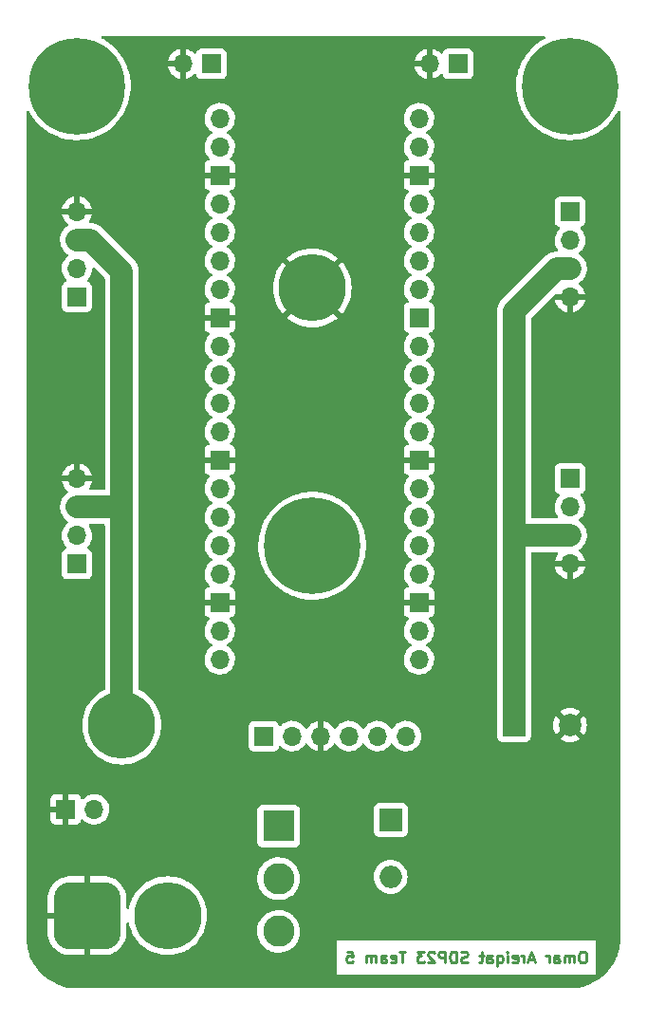
<source format=gbr>
%TF.GenerationSoftware,KiCad,Pcbnew,(6.0.7)*%
%TF.CreationDate,2022-11-23T18:30:16-05:00*%
%TF.ProjectId,Team5_Coaster,5465616d-355f-4436-9f61-737465722e6b,rev?*%
%TF.SameCoordinates,Original*%
%TF.FileFunction,Copper,L2,Bot*%
%TF.FilePolarity,Positive*%
%FSLAX46Y46*%
G04 Gerber Fmt 4.6, Leading zero omitted, Abs format (unit mm)*
G04 Created by KiCad (PCBNEW (6.0.7)) date 2022-11-23 18:30:16*
%MOMM*%
%LPD*%
G01*
G04 APERTURE LIST*
G04 Aperture macros list*
%AMRoundRect*
0 Rectangle with rounded corners*
0 $1 Rounding radius*
0 $2 $3 $4 $5 $6 $7 $8 $9 X,Y pos of 4 corners*
0 Add a 4 corners polygon primitive as box body*
4,1,4,$2,$3,$4,$5,$6,$7,$8,$9,$2,$3,0*
0 Add four circle primitives for the rounded corners*
1,1,$1+$1,$2,$3*
1,1,$1+$1,$4,$5*
1,1,$1+$1,$6,$7*
1,1,$1+$1,$8,$9*
0 Add four rect primitives between the rounded corners*
20,1,$1+$1,$2,$3,$4,$5,0*
20,1,$1+$1,$4,$5,$6,$7,0*
20,1,$1+$1,$6,$7,$8,$9,0*
20,1,$1+$1,$8,$9,$2,$3,0*%
G04 Aperture macros list end*
%ADD10C,0.250000*%
%TA.AperFunction,NonConductor*%
%ADD11C,0.250000*%
%TD*%
%TA.AperFunction,ComponentPad*%
%ADD12R,1.700000X1.700000*%
%TD*%
%TA.AperFunction,ComponentPad*%
%ADD13O,1.700000X1.700000*%
%TD*%
%TA.AperFunction,ComponentPad*%
%ADD14C,0.900000*%
%TD*%
%TA.AperFunction,ComponentPad*%
%ADD15C,8.600000*%
%TD*%
%TA.AperFunction,ComponentPad*%
%ADD16R,2.794000X2.794000*%
%TD*%
%TA.AperFunction,ComponentPad*%
%ADD17C,2.794000*%
%TD*%
%TA.AperFunction,ComponentPad*%
%ADD18R,2.000000X2.000000*%
%TD*%
%TA.AperFunction,ComponentPad*%
%ADD19O,2.000000X2.000000*%
%TD*%
%TA.AperFunction,ComponentPad*%
%ADD20C,2.000000*%
%TD*%
%TA.AperFunction,ComponentPad*%
%ADD21C,6.000000*%
%TD*%
%TA.AperFunction,ComponentPad*%
%ADD22RoundRect,1.500000X-1.500000X-1.500000X1.500000X-1.500000X1.500000X1.500000X-1.500000X1.500000X0*%
%TD*%
%TA.AperFunction,Conductor*%
%ADD23C,2.000000*%
%TD*%
G04 APERTURE END LIST*
D10*
D11*
X148226190Y-133202380D02*
X148035714Y-133202380D01*
X147940476Y-133250000D01*
X147845238Y-133345238D01*
X147797619Y-133535714D01*
X147797619Y-133869047D01*
X147845238Y-134059523D01*
X147940476Y-134154761D01*
X148035714Y-134202380D01*
X148226190Y-134202380D01*
X148321428Y-134154761D01*
X148416666Y-134059523D01*
X148464285Y-133869047D01*
X148464285Y-133535714D01*
X148416666Y-133345238D01*
X148321428Y-133250000D01*
X148226190Y-133202380D01*
X147369047Y-134202380D02*
X147369047Y-133535714D01*
X147369047Y-133630952D02*
X147321428Y-133583333D01*
X147226190Y-133535714D01*
X147083333Y-133535714D01*
X146988095Y-133583333D01*
X146940476Y-133678571D01*
X146940476Y-134202380D01*
X146940476Y-133678571D02*
X146892857Y-133583333D01*
X146797619Y-133535714D01*
X146654761Y-133535714D01*
X146559523Y-133583333D01*
X146511904Y-133678571D01*
X146511904Y-134202380D01*
X145607142Y-134202380D02*
X145607142Y-133678571D01*
X145654761Y-133583333D01*
X145750000Y-133535714D01*
X145940476Y-133535714D01*
X146035714Y-133583333D01*
X145607142Y-134154761D02*
X145702380Y-134202380D01*
X145940476Y-134202380D01*
X146035714Y-134154761D01*
X146083333Y-134059523D01*
X146083333Y-133964285D01*
X146035714Y-133869047D01*
X145940476Y-133821428D01*
X145702380Y-133821428D01*
X145607142Y-133773809D01*
X145130952Y-134202380D02*
X145130952Y-133535714D01*
X145130952Y-133726190D02*
X145083333Y-133630952D01*
X145035714Y-133583333D01*
X144940476Y-133535714D01*
X144845238Y-133535714D01*
X143797619Y-133916666D02*
X143321428Y-133916666D01*
X143892857Y-134202380D02*
X143559523Y-133202380D01*
X143226190Y-134202380D01*
X142892857Y-134202380D02*
X142892857Y-133535714D01*
X142892857Y-133726190D02*
X142845238Y-133630952D01*
X142797619Y-133583333D01*
X142702380Y-133535714D01*
X142607142Y-133535714D01*
X141892857Y-134154761D02*
X141988095Y-134202380D01*
X142178571Y-134202380D01*
X142273809Y-134154761D01*
X142321428Y-134059523D01*
X142321428Y-133678571D01*
X142273809Y-133583333D01*
X142178571Y-133535714D01*
X141988095Y-133535714D01*
X141892857Y-133583333D01*
X141845238Y-133678571D01*
X141845238Y-133773809D01*
X142321428Y-133869047D01*
X141416666Y-134202380D02*
X141416666Y-133535714D01*
X141416666Y-133202380D02*
X141464285Y-133250000D01*
X141416666Y-133297619D01*
X141369047Y-133250000D01*
X141416666Y-133202380D01*
X141416666Y-133297619D01*
X140511904Y-133535714D02*
X140511904Y-134535714D01*
X140511904Y-134154761D02*
X140607142Y-134202380D01*
X140797619Y-134202380D01*
X140892857Y-134154761D01*
X140940476Y-134107142D01*
X140988095Y-134011904D01*
X140988095Y-133726190D01*
X140940476Y-133630952D01*
X140892857Y-133583333D01*
X140797619Y-133535714D01*
X140607142Y-133535714D01*
X140511904Y-133583333D01*
X139607142Y-134202380D02*
X139607142Y-133678571D01*
X139654761Y-133583333D01*
X139750000Y-133535714D01*
X139940476Y-133535714D01*
X140035714Y-133583333D01*
X139607142Y-134154761D02*
X139702380Y-134202380D01*
X139940476Y-134202380D01*
X140035714Y-134154761D01*
X140083333Y-134059523D01*
X140083333Y-133964285D01*
X140035714Y-133869047D01*
X139940476Y-133821428D01*
X139702380Y-133821428D01*
X139607142Y-133773809D01*
X139273809Y-133535714D02*
X138892857Y-133535714D01*
X139130952Y-133202380D02*
X139130952Y-134059523D01*
X139083333Y-134154761D01*
X138988095Y-134202380D01*
X138892857Y-134202380D01*
X137845238Y-134154761D02*
X137702380Y-134202380D01*
X137464285Y-134202380D01*
X137369047Y-134154761D01*
X137321428Y-134107142D01*
X137273809Y-134011904D01*
X137273809Y-133916666D01*
X137321428Y-133821428D01*
X137369047Y-133773809D01*
X137464285Y-133726190D01*
X137654761Y-133678571D01*
X137750000Y-133630952D01*
X137797619Y-133583333D01*
X137845238Y-133488095D01*
X137845238Y-133392857D01*
X137797619Y-133297619D01*
X137750000Y-133250000D01*
X137654761Y-133202380D01*
X137416666Y-133202380D01*
X137273809Y-133250000D01*
X136845238Y-134202380D02*
X136845238Y-133202380D01*
X136607142Y-133202380D01*
X136464285Y-133250000D01*
X136369047Y-133345238D01*
X136321428Y-133440476D01*
X136273809Y-133630952D01*
X136273809Y-133773809D01*
X136321428Y-133964285D01*
X136369047Y-134059523D01*
X136464285Y-134154761D01*
X136607142Y-134202380D01*
X136845238Y-134202380D01*
X135845238Y-134202380D02*
X135845238Y-133202380D01*
X135464285Y-133202380D01*
X135369047Y-133250000D01*
X135321428Y-133297619D01*
X135273809Y-133392857D01*
X135273809Y-133535714D01*
X135321428Y-133630952D01*
X135369047Y-133678571D01*
X135464285Y-133726190D01*
X135845238Y-133726190D01*
X134892857Y-133297619D02*
X134845238Y-133250000D01*
X134750000Y-133202380D01*
X134511904Y-133202380D01*
X134416666Y-133250000D01*
X134369047Y-133297619D01*
X134321428Y-133392857D01*
X134321428Y-133488095D01*
X134369047Y-133630952D01*
X134940476Y-134202380D01*
X134321428Y-134202380D01*
X133988095Y-133202380D02*
X133369047Y-133202380D01*
X133702380Y-133583333D01*
X133559523Y-133583333D01*
X133464285Y-133630952D01*
X133416666Y-133678571D01*
X133369047Y-133773809D01*
X133369047Y-134011904D01*
X133416666Y-134107142D01*
X133464285Y-134154761D01*
X133559523Y-134202380D01*
X133845238Y-134202380D01*
X133940476Y-134154761D01*
X133988095Y-134107142D01*
X132321428Y-133202380D02*
X131750000Y-133202380D01*
X132035714Y-134202380D02*
X132035714Y-133202380D01*
X131035714Y-134154761D02*
X131130952Y-134202380D01*
X131321428Y-134202380D01*
X131416666Y-134154761D01*
X131464285Y-134059523D01*
X131464285Y-133678571D01*
X131416666Y-133583333D01*
X131321428Y-133535714D01*
X131130952Y-133535714D01*
X131035714Y-133583333D01*
X130988095Y-133678571D01*
X130988095Y-133773809D01*
X131464285Y-133869047D01*
X130130952Y-134202380D02*
X130130952Y-133678571D01*
X130178571Y-133583333D01*
X130273809Y-133535714D01*
X130464285Y-133535714D01*
X130559523Y-133583333D01*
X130130952Y-134154761D02*
X130226190Y-134202380D01*
X130464285Y-134202380D01*
X130559523Y-134154761D01*
X130607142Y-134059523D01*
X130607142Y-133964285D01*
X130559523Y-133869047D01*
X130464285Y-133821428D01*
X130226190Y-133821428D01*
X130130952Y-133773809D01*
X129654761Y-134202380D02*
X129654761Y-133535714D01*
X129654761Y-133630952D02*
X129607142Y-133583333D01*
X129511904Y-133535714D01*
X129369047Y-133535714D01*
X129273809Y-133583333D01*
X129226190Y-133678571D01*
X129226190Y-134202380D01*
X129226190Y-133678571D02*
X129178571Y-133583333D01*
X129083333Y-133535714D01*
X128940476Y-133535714D01*
X128845238Y-133583333D01*
X128797619Y-133678571D01*
X128797619Y-134202380D01*
X127083333Y-133202380D02*
X127559523Y-133202380D01*
X127607142Y-133678571D01*
X127559523Y-133630952D01*
X127464285Y-133583333D01*
X127226190Y-133583333D01*
X127130952Y-133630952D01*
X127083333Y-133678571D01*
X127035714Y-133773809D01*
X127035714Y-134011904D01*
X127083333Y-134107142D01*
X127130952Y-134154761D01*
X127226190Y-134202380D01*
X127464285Y-134202380D01*
X127559523Y-134154761D01*
X127607142Y-134107142D01*
D12*
%TO.P,J6,1,Pin_1*%
%TO.N,GND*%
X102000000Y-120500000D03*
D13*
%TO.P,J6,2,Pin_2*%
%TO.N,VCC*%
X104540000Y-120500000D03*
%TD*%
D12*
%TO.P,RF1,1,IN1*%
%TO.N,RF1*%
X147000000Y-67200000D03*
D13*
%TO.P,RF1,2,IN2*%
%TO.N,RF2*%
X147000000Y-69740000D03*
%TO.P,RF1,3,VM*%
%TO.N,+10V*%
X147000000Y-72280000D03*
%TO.P,RF1,4,GND*%
%TO.N,GND*%
X147000000Y-74820000D03*
%TD*%
D14*
%TO.P,H1,1,1*%
%TO.N,unconnected-(H1-Pad1)*%
X124000000Y-100225000D03*
X126280419Y-99280419D03*
X124000000Y-93775000D03*
X121719581Y-99280419D03*
X120775000Y-97000000D03*
X127225000Y-97000000D03*
X121719581Y-94719581D03*
D15*
X124000000Y-97000000D03*
D14*
X126280419Y-94719581D03*
%TD*%
D16*
%TO.P,SW1,1,A*%
%TO.N,VCC*%
X121000000Y-122000000D03*
D17*
%TO.P,SW1,2,B*%
%TO.N,Net-(D1-Pad2)*%
X121000000Y-126699000D03*
%TO.P,SW1,3,C*%
%TO.N,unconnected-(SW1-Pad3)*%
X121000000Y-131398000D03*
%TD*%
D12*
%TO.P,J13,1,Pin_1*%
%TO.N,+3V3*%
X115000000Y-54000000D03*
D13*
%TO.P,J13,2,Pin_2*%
%TO.N,GND*%
X112460000Y-54000000D03*
%TD*%
D12*
%TO.P,J4,1,Pin_1*%
%TO.N,VSYS*%
X137000000Y-54000000D03*
D13*
%TO.P,J4,2,Pin_2*%
%TO.N,GND*%
X134460000Y-54000000D03*
%TD*%
D18*
%TO.P,D1,1,K*%
%TO.N,+10V*%
X131000000Y-121460000D03*
D19*
%TO.P,D1,2,A*%
%TO.N,Net-(D1-Pad2)*%
X131000000Y-126540000D03*
%TD*%
D14*
%TO.P,H4,1,1*%
%TO.N,unconnected-(H4-Pad1)*%
X143775000Y-56000000D03*
X149280419Y-53719581D03*
X149280419Y-58280419D03*
X147000000Y-59225000D03*
X144719581Y-58280419D03*
D15*
X147000000Y-56000000D03*
D14*
X150225000Y-56000000D03*
X144719581Y-53719581D03*
X147000000Y-52775000D03*
%TD*%
D18*
%TO.P,C1,1*%
%TO.N,+10V*%
X142000000Y-113000000D03*
D20*
%TO.P,C1,2*%
%TO.N,GND*%
X147000000Y-113000000D03*
%TD*%
D21*
%TO.P,J5,1,Pin_1*%
%TO.N,GND*%
X124000000Y-74000000D03*
%TD*%
D12*
%TO.P,J2,1,Pin_1*%
%TO.N,unconnected-(J2-Pad1)*%
X119675000Y-113975000D03*
D13*
%TO.P,J2,2,Pin_2*%
%TO.N,+3V3*%
X122215000Y-113975000D03*
%TO.P,J2,3,Pin_3*%
%TO.N,GND*%
X124755000Y-113975000D03*
%TO.P,J2,4,Pin_4*%
%TO.N,TX*%
X127295000Y-113975000D03*
%TO.P,J2,5,Pin_5*%
%TO.N,RX*%
X129835000Y-113975000D03*
%TO.P,J2,6,Pin_6*%
%TO.N,unconnected-(J2-Pad6)*%
X132375000Y-113975000D03*
%TD*%
D22*
%TO.P,J1,1,Pin_1*%
%TO.N,GND*%
X103900000Y-130000000D03*
D21*
%TO.P,J1,2,Pin_2*%
%TO.N,VCC*%
X111100000Y-130000000D03*
%TD*%
D14*
%TO.P,H3,1,1*%
%TO.N,unconnected-(H3-Pad1)*%
X105280419Y-53719581D03*
X103000000Y-59225000D03*
X105280419Y-58280419D03*
X100719581Y-53719581D03*
X99775000Y-56000000D03*
D15*
X103000000Y-56000000D03*
D14*
X100719581Y-58280419D03*
X103000000Y-52775000D03*
X106225000Y-56000000D03*
%TD*%
D12*
%TO.P,LB1,1,IN1*%
%TO.N,LB1*%
X103000000Y-98620000D03*
D13*
%TO.P,LB1,2,IN2*%
%TO.N,LB2*%
X103000000Y-96080000D03*
%TO.P,LB1,3,VM*%
%TO.N,+10V*%
X103000000Y-93540000D03*
%TO.P,LB1,4,GND*%
%TO.N,GND*%
X103000000Y-91000000D03*
%TD*%
D12*
%TO.P,LF1,1,IN1*%
%TO.N,LF1*%
X103000000Y-74800000D03*
D13*
%TO.P,LF1,2,IN2*%
%TO.N,LF2*%
X103000000Y-72260000D03*
%TO.P,LF1,3,VM*%
%TO.N,+10V*%
X103000000Y-69720000D03*
%TO.P,LF1,4,GND*%
%TO.N,GND*%
X103000000Y-67180000D03*
%TD*%
D21*
%TO.P,J3,1,Pin_1*%
%TO.N,+10V*%
X107000000Y-113000000D03*
%TD*%
D12*
%TO.P,RB1,1,IN1*%
%TO.N,RB1*%
X147000000Y-91000000D03*
D13*
%TO.P,RB1,2,IN2*%
%TO.N,RB2*%
X147000000Y-93540000D03*
%TO.P,RB1,3,VM*%
%TO.N,+10V*%
X147000000Y-96080000D03*
%TO.P,RB1,4,GND*%
%TO.N,GND*%
X147000000Y-98620000D03*
%TD*%
%TO.P,U1,1,GPIO0*%
%TO.N,unconnected-(U1-Pad1)*%
X115745000Y-58855000D03*
%TO.P,U1,2,GPIO1*%
%TO.N,unconnected-(U1-Pad2)*%
X115745000Y-61395000D03*
D12*
%TO.P,U1,3,GND*%
%TO.N,GND*%
X115745000Y-63935000D03*
D13*
%TO.P,U1,4,GPIO2*%
%TO.N,unconnected-(U1-Pad4)*%
X115745000Y-66475000D03*
%TO.P,U1,5,GPIO3*%
%TO.N,unconnected-(U1-Pad5)*%
X115745000Y-69015000D03*
%TO.P,U1,6,GPIO4*%
%TO.N,unconnected-(U1-Pad6)*%
X115745000Y-71555000D03*
%TO.P,U1,7,GPIO5*%
%TO.N,unconnected-(U1-Pad7)*%
X115745000Y-74095000D03*
D12*
%TO.P,U1,8,GND*%
%TO.N,GND*%
X115745000Y-76635000D03*
D13*
%TO.P,U1,9,GPIO6*%
%TO.N,unconnected-(U1-Pad9)*%
X115745000Y-79175000D03*
%TO.P,U1,10,GPIO7*%
%TO.N,unconnected-(U1-Pad10)*%
X115745000Y-81715000D03*
%TO.P,U1,11,GPIO8*%
%TO.N,unconnected-(U1-Pad11)*%
X115745000Y-84255000D03*
%TO.P,U1,12,GPIO9*%
%TO.N,unconnected-(U1-Pad12)*%
X115745000Y-86795000D03*
D12*
%TO.P,U1,13,GND*%
%TO.N,GND*%
X115745000Y-89335000D03*
D13*
%TO.P,U1,14,GPIO10*%
%TO.N,LF2*%
X115745000Y-91875000D03*
%TO.P,U1,15,GPIO11*%
%TO.N,LF1*%
X115745000Y-94415000D03*
%TO.P,U1,16,GPIO12*%
%TO.N,LB2*%
X115745000Y-96955000D03*
%TO.P,U1,17,GPIO13*%
%TO.N,LB1*%
X115745000Y-99495000D03*
D12*
%TO.P,U1,18,GND*%
%TO.N,GND*%
X115745000Y-102035000D03*
D13*
%TO.P,U1,19,GPIO14*%
%TO.N,unconnected-(U1-Pad19)*%
X115745000Y-104575000D03*
%TO.P,U1,20,GPIO15*%
%TO.N,unconnected-(U1-Pad20)*%
X115745000Y-107115000D03*
%TO.P,U1,21,GPIO16*%
%TO.N,TX*%
X133525000Y-107115000D03*
%TO.P,U1,22,GPIO17*%
%TO.N,RX*%
X133525000Y-104575000D03*
D12*
%TO.P,U1,23,GND*%
%TO.N,GND*%
X133525000Y-102035000D03*
D13*
%TO.P,U1,24,GPIO18*%
%TO.N,RB2*%
X133525000Y-99495000D03*
%TO.P,U1,25,GPIO19*%
%TO.N,RB1*%
X133525000Y-96955000D03*
%TO.P,U1,26,GPIO20*%
%TO.N,RF2*%
X133525000Y-94415000D03*
%TO.P,U1,27,GPIO21*%
%TO.N,RF1*%
X133525000Y-91875000D03*
D12*
%TO.P,U1,28,GND*%
%TO.N,GND*%
X133525000Y-89335000D03*
D13*
%TO.P,U1,29,GPIO22*%
%TO.N,unconnected-(U1-Pad29)*%
X133525000Y-86795000D03*
%TO.P,U1,30,RUN*%
%TO.N,unconnected-(U1-Pad30)*%
X133525000Y-84255000D03*
%TO.P,U1,31,GPIO26_ADC0*%
%TO.N,unconnected-(U1-Pad31)*%
X133525000Y-81715000D03*
%TO.P,U1,32,GPIO27_ADC1*%
%TO.N,unconnected-(U1-Pad32)*%
X133525000Y-79175000D03*
D12*
%TO.P,U1,33,AGND*%
%TO.N,unconnected-(U1-Pad33)*%
X133525000Y-76635000D03*
D13*
%TO.P,U1,34,GPIO28_ADC2*%
%TO.N,unconnected-(U1-Pad34)*%
X133525000Y-74095000D03*
%TO.P,U1,35,ADC_VREF*%
%TO.N,unconnected-(U1-Pad35)*%
X133525000Y-71555000D03*
%TO.P,U1,36,3V3*%
%TO.N,+3V3*%
X133525000Y-69015000D03*
%TO.P,U1,37,3V3_EN*%
%TO.N,unconnected-(U1-Pad37)*%
X133525000Y-66475000D03*
D12*
%TO.P,U1,38,GND*%
%TO.N,GND*%
X133525000Y-63935000D03*
D13*
%TO.P,U1,39,VSYS*%
%TO.N,VSYS*%
X133525000Y-61395000D03*
%TO.P,U1,40,VBUS*%
%TO.N,unconnected-(U1-Pad40)*%
X133525000Y-58855000D03*
%TD*%
D23*
%TO.N,+10V*%
X142000000Y-113000000D02*
X142000000Y-96000000D01*
X106540000Y-93540000D02*
X107000000Y-94000000D01*
X142000000Y-76077919D02*
X145797919Y-72280000D01*
X145797919Y-72280000D02*
X147000000Y-72280000D01*
X107000000Y-72517919D02*
X104202081Y-69720000D01*
X142000000Y-96000000D02*
X142000000Y-76077919D01*
X107000000Y-94000000D02*
X107000000Y-72517919D01*
X147000000Y-96080000D02*
X142080000Y-96080000D01*
X107000000Y-113000000D02*
X107000000Y-94000000D01*
X103000000Y-93540000D02*
X106540000Y-93540000D01*
X142080000Y-96080000D02*
X142000000Y-96000000D01*
X104202081Y-69720000D02*
X103000000Y-69720000D01*
%TD*%
%TA.AperFunction,Conductor*%
%TO.N,GND*%
G36*
X144761162Y-51528502D02*
G01*
X144807655Y-51582158D01*
X144817759Y-51652432D01*
X144788265Y-51717012D01*
X144755755Y-51743784D01*
X144420880Y-51935957D01*
X144418577Y-51937566D01*
X144418570Y-51937571D01*
X144072129Y-52179701D01*
X144069820Y-52181315D01*
X143741961Y-52456909D01*
X143439899Y-52760557D01*
X143166025Y-53089855D01*
X142922508Y-53442194D01*
X142711276Y-53814786D01*
X142534002Y-54204680D01*
X142533080Y-54207306D01*
X142533075Y-54207318D01*
X142493633Y-54319634D01*
X142392089Y-54608790D01*
X142391398Y-54611510D01*
X142391397Y-54611514D01*
X142319473Y-54894717D01*
X142286661Y-55023914D01*
X142218552Y-55446768D01*
X142188302Y-55874001D01*
X142196151Y-56302233D01*
X142242036Y-56728071D01*
X142325594Y-57148144D01*
X142446163Y-57559127D01*
X142447190Y-57561740D01*
X142447190Y-57561741D01*
X142585651Y-57914145D01*
X142602789Y-57957765D01*
X142637692Y-58027617D01*
X142772161Y-58296731D01*
X142794231Y-58340901D01*
X143018974Y-58705502D01*
X143275239Y-59048682D01*
X143277100Y-59050760D01*
X143277101Y-59050761D01*
X143559127Y-59365637D01*
X143559133Y-59365643D01*
X143560995Y-59367722D01*
X143873981Y-59660098D01*
X144211719Y-59923493D01*
X144571533Y-60155822D01*
X144574012Y-60157126D01*
X144574015Y-60157128D01*
X144948077Y-60353932D01*
X144948083Y-60353935D01*
X144950577Y-60355247D01*
X144953175Y-60356331D01*
X144953179Y-60356333D01*
X145343263Y-60519109D01*
X145343268Y-60519111D01*
X145345847Y-60520187D01*
X145348512Y-60521030D01*
X145348518Y-60521032D01*
X145470018Y-60559457D01*
X145754214Y-60649336D01*
X145756944Y-60649939D01*
X145756945Y-60649939D01*
X146081890Y-60721680D01*
X146172446Y-60741673D01*
X146175220Y-60742031D01*
X146175221Y-60742031D01*
X146594460Y-60796109D01*
X146594467Y-60796110D01*
X146597230Y-60796466D01*
X146600017Y-60796576D01*
X146600023Y-60796576D01*
X146848238Y-60806328D01*
X147025203Y-60813281D01*
X147027995Y-60813142D01*
X147028000Y-60813142D01*
X147450172Y-60792125D01*
X147450181Y-60792124D01*
X147452976Y-60791985D01*
X147455753Y-60791597D01*
X147455755Y-60791597D01*
X147530066Y-60781219D01*
X147877163Y-60732747D01*
X148294404Y-60636036D01*
X148528007Y-60559457D01*
X148698744Y-60503487D01*
X148698750Y-60503485D01*
X148701397Y-60502617D01*
X149094918Y-60333547D01*
X149471852Y-60130164D01*
X149829214Y-59894080D01*
X150164175Y-59627162D01*
X150474082Y-59331525D01*
X150475919Y-59329431D01*
X150475927Y-59329422D01*
X150754635Y-59011616D01*
X150756482Y-59009510D01*
X150823160Y-58918240D01*
X151007490Y-58665923D01*
X151009139Y-58663666D01*
X151024879Y-58637522D01*
X151228601Y-58299142D01*
X151228606Y-58299133D01*
X151230052Y-58296731D01*
X151252204Y-58251212D01*
X151299998Y-58198712D01*
X151368589Y-58180386D01*
X151436199Y-58202052D01*
X151481362Y-58256831D01*
X151491500Y-58306348D01*
X151491500Y-131950633D01*
X151490000Y-131970018D01*
X151487690Y-131984851D01*
X151487690Y-131984855D01*
X151486309Y-131993724D01*
X151488984Y-132014183D01*
X151489928Y-132036007D01*
X151485865Y-132129066D01*
X151474648Y-132385964D01*
X151473690Y-132396913D01*
X151429784Y-132730421D01*
X151423982Y-132774490D01*
X151422074Y-132785307D01*
X151383755Y-132958155D01*
X151339647Y-133157114D01*
X151336802Y-133167731D01*
X151227840Y-133513315D01*
X151222285Y-133530932D01*
X151218529Y-133541254D01*
X151115439Y-133790136D01*
X151072784Y-133893114D01*
X151068138Y-133903076D01*
X150892295Y-134240867D01*
X150886799Y-134250387D01*
X150682180Y-134571574D01*
X150675876Y-134580578D01*
X150444038Y-134882716D01*
X150436972Y-134891137D01*
X150179686Y-135171914D01*
X150171914Y-135179686D01*
X149891137Y-135436972D01*
X149882716Y-135444038D01*
X149580578Y-135675876D01*
X149571574Y-135682180D01*
X149250387Y-135886799D01*
X149240868Y-135892294D01*
X148903067Y-136068142D01*
X148893123Y-136072780D01*
X148541254Y-136218529D01*
X148530939Y-136222282D01*
X148167732Y-136336802D01*
X148157115Y-136339647D01*
X147785307Y-136422074D01*
X147774498Y-136423981D01*
X147396914Y-136473690D01*
X147385965Y-136474648D01*
X147043446Y-136489603D01*
X147018571Y-136488223D01*
X147006276Y-136486309D01*
X146997374Y-136487473D01*
X146997372Y-136487473D01*
X146982323Y-136489441D01*
X146974714Y-136490436D01*
X146958379Y-136491500D01*
X103049367Y-136491500D01*
X103029982Y-136490000D01*
X103015149Y-136487690D01*
X103015145Y-136487690D01*
X103006276Y-136486309D01*
X102985817Y-136488984D01*
X102963993Y-136489928D01*
X102614035Y-136474648D01*
X102603086Y-136473690D01*
X102225502Y-136423981D01*
X102214693Y-136422074D01*
X101842885Y-136339647D01*
X101832268Y-136336802D01*
X101469061Y-136222282D01*
X101458746Y-136218529D01*
X101106877Y-136072780D01*
X101096933Y-136068142D01*
X100759132Y-135892294D01*
X100749613Y-135886799D01*
X100428426Y-135682180D01*
X100419422Y-135675876D01*
X100117284Y-135444038D01*
X100108863Y-135436972D01*
X99905911Y-135251000D01*
X126211738Y-135251000D01*
X149288262Y-135251000D01*
X149288262Y-132249000D01*
X126211738Y-132249000D01*
X126211738Y-135251000D01*
X99905911Y-135251000D01*
X99828086Y-135179686D01*
X99820314Y-135171914D01*
X99563028Y-134891137D01*
X99555962Y-134882716D01*
X99324124Y-134580578D01*
X99317820Y-134571574D01*
X99113201Y-134250387D01*
X99107705Y-134240867D01*
X98931862Y-133903076D01*
X98927216Y-133893114D01*
X98884562Y-133790136D01*
X98781471Y-133541254D01*
X98777715Y-133530932D01*
X98772161Y-133513315D01*
X98663198Y-133167731D01*
X98660353Y-133157114D01*
X98616245Y-132958155D01*
X98577926Y-132785307D01*
X98576018Y-132774490D01*
X98570217Y-132730421D01*
X98526310Y-132396913D01*
X98525352Y-132385964D01*
X98514135Y-132129066D01*
X98510561Y-132047206D01*
X98512188Y-132020805D01*
X98512769Y-132017352D01*
X98512770Y-132017345D01*
X98513576Y-132012552D01*
X98513729Y-132000000D01*
X98509773Y-131972376D01*
X98508500Y-131954514D01*
X98508500Y-131610915D01*
X100392001Y-131610915D01*
X100392061Y-131613672D01*
X100394601Y-131671855D01*
X100395317Y-131678972D01*
X100437999Y-131948453D01*
X100439978Y-131957023D01*
X100519504Y-132217143D01*
X100522655Y-132225353D01*
X100637613Y-132471882D01*
X100641876Y-132479572D01*
X100790024Y-132707700D01*
X100795314Y-132714719D01*
X100973783Y-132920024D01*
X100979976Y-132926217D01*
X101185281Y-133104686D01*
X101192300Y-133109976D01*
X101420428Y-133258124D01*
X101428118Y-133262387D01*
X101674647Y-133377345D01*
X101682857Y-133380496D01*
X101942977Y-133460022D01*
X101951547Y-133462001D01*
X102221044Y-133504685D01*
X102228128Y-133505399D01*
X102286331Y-133507940D01*
X102289083Y-133508000D01*
X103627885Y-133508000D01*
X103643124Y-133503525D01*
X103644329Y-133502135D01*
X103646000Y-133494452D01*
X103646000Y-133489884D01*
X104154000Y-133489884D01*
X104158475Y-133505123D01*
X104159865Y-133506328D01*
X104167548Y-133507999D01*
X105510915Y-133507999D01*
X105513672Y-133507939D01*
X105571855Y-133505399D01*
X105578972Y-133504683D01*
X105848453Y-133462001D01*
X105857023Y-133460022D01*
X106117143Y-133380496D01*
X106125353Y-133377345D01*
X106371882Y-133262387D01*
X106379572Y-133258124D01*
X106607700Y-133109976D01*
X106614719Y-133104686D01*
X106820024Y-132926217D01*
X106826217Y-132920024D01*
X107004686Y-132714719D01*
X107009976Y-132707700D01*
X107158124Y-132479572D01*
X107162387Y-132471882D01*
X107277345Y-132225353D01*
X107280496Y-132217143D01*
X107360022Y-131957023D01*
X107362001Y-131948453D01*
X107404685Y-131678956D01*
X107405399Y-131671872D01*
X107407940Y-131613669D01*
X107408000Y-131610917D01*
X107408000Y-130718536D01*
X107428002Y-130650415D01*
X107481658Y-130603922D01*
X107551932Y-130593818D01*
X107616512Y-130623312D01*
X107654896Y-130683038D01*
X107658449Y-130698827D01*
X107662941Y-130727193D01*
X107662944Y-130727206D01*
X107663459Y-130730459D01*
X107758639Y-131085674D01*
X107759824Y-131088762D01*
X107759825Y-131088764D01*
X107775204Y-131128827D01*
X107890427Y-131428994D01*
X107891925Y-131431934D01*
X108014180Y-131671872D01*
X108057380Y-131756657D01*
X108059176Y-131759423D01*
X108059178Y-131759426D01*
X108078832Y-131789691D01*
X108257668Y-132065075D01*
X108489098Y-132350867D01*
X108749133Y-132610902D01*
X109034925Y-132842332D01*
X109343342Y-133042620D01*
X109346276Y-133044115D01*
X109346283Y-133044119D01*
X109568049Y-133157114D01*
X109671006Y-133209573D01*
X110014326Y-133341361D01*
X110369541Y-133436541D01*
X110562558Y-133467112D01*
X110729511Y-133493555D01*
X110729519Y-133493556D01*
X110732759Y-133494069D01*
X111100000Y-133513315D01*
X111467241Y-133494069D01*
X111470481Y-133493556D01*
X111470489Y-133493555D01*
X111637442Y-133467112D01*
X111830459Y-133436541D01*
X112185674Y-133341361D01*
X112528994Y-133209573D01*
X112631951Y-133157114D01*
X112853717Y-133044119D01*
X112853724Y-133044115D01*
X112856658Y-133042620D01*
X113165075Y-132842332D01*
X113450867Y-132610902D01*
X113710902Y-132350867D01*
X113942332Y-132065075D01*
X114121168Y-131789691D01*
X114140822Y-131759426D01*
X114140824Y-131759423D01*
X114142620Y-131756657D01*
X114185821Y-131671872D01*
X114308075Y-131431934D01*
X114309573Y-131428994D01*
X114344505Y-131337994D01*
X119090576Y-131337994D01*
X119090751Y-131342446D01*
X119097772Y-131521135D01*
X119101170Y-131607633D01*
X119149651Y-131873089D01*
X119235051Y-132129066D01*
X119237044Y-132133054D01*
X119314386Y-132287839D01*
X119355667Y-132370456D01*
X119509092Y-132592443D01*
X119692264Y-132790598D01*
X119695718Y-132793410D01*
X119838883Y-132909964D01*
X119901529Y-132960966D01*
X120034170Y-133040822D01*
X120128896Y-133097852D01*
X120128900Y-133097854D01*
X120132712Y-133100149D01*
X120267239Y-133157114D01*
X120377101Y-133203635D01*
X120377105Y-133203636D01*
X120381199Y-133205370D01*
X120385491Y-133206508D01*
X120385494Y-133206509D01*
X120637736Y-133273390D01*
X120637740Y-133273391D01*
X120642033Y-133274529D01*
X120646442Y-133275051D01*
X120646448Y-133275052D01*
X120822105Y-133295842D01*
X120910009Y-133306246D01*
X121179781Y-133299889D01*
X121338984Y-133273390D01*
X121441576Y-133256314D01*
X121441580Y-133256313D01*
X121445966Y-133255583D01*
X121450207Y-133254242D01*
X121450210Y-133254241D01*
X121699007Y-133175557D01*
X121699009Y-133175556D01*
X121703253Y-133174214D01*
X121707264Y-133172288D01*
X121707269Y-133172286D01*
X121942489Y-133059335D01*
X121942490Y-133059334D01*
X121946508Y-133057405D01*
X122095046Y-132958155D01*
X122167169Y-132909964D01*
X122167173Y-132909961D01*
X122170877Y-132907486D01*
X122174194Y-132904515D01*
X122174198Y-132904512D01*
X122368567Y-132730421D01*
X122368568Y-132730420D01*
X122371885Y-132727449D01*
X122545519Y-132520886D01*
X122688317Y-132291918D01*
X122797428Y-132045114D01*
X122870675Y-131785398D01*
X122885926Y-131671855D01*
X122906170Y-131521135D01*
X122906171Y-131521127D01*
X122906597Y-131517953D01*
X122906698Y-131514742D01*
X122910266Y-131401222D01*
X122910266Y-131401217D01*
X122910367Y-131398000D01*
X122891309Y-131128827D01*
X122882019Y-131085674D01*
X122835450Y-130869377D01*
X122834513Y-130865025D01*
X122784870Y-130730459D01*
X122742656Y-130616034D01*
X122741115Y-130611857D01*
X122612976Y-130374374D01*
X122452654Y-130157316D01*
X122405315Y-130109227D01*
X122301039Y-130003301D01*
X122263348Y-129965013D01*
X122259808Y-129962312D01*
X122259802Y-129962306D01*
X122052375Y-129804003D01*
X122048835Y-129801301D01*
X121950088Y-129746000D01*
X121817281Y-129671624D01*
X121817278Y-129671623D01*
X121813395Y-129669448D01*
X121561725Y-129572085D01*
X121557400Y-129571082D01*
X121557395Y-129571081D01*
X121412885Y-129537586D01*
X121298847Y-129511153D01*
X121030007Y-129487869D01*
X121025572Y-129488113D01*
X121025568Y-129488113D01*
X120765011Y-129502452D01*
X120765004Y-129502453D01*
X120760568Y-129502697D01*
X120495906Y-129555341D01*
X120491696Y-129556819D01*
X120491694Y-129556820D01*
X120343185Y-129608973D01*
X120241302Y-129644752D01*
X120237351Y-129646805D01*
X120237345Y-129646807D01*
X120049607Y-129744329D01*
X120001836Y-129769144D01*
X119998221Y-129771727D01*
X119998215Y-129771731D01*
X119859577Y-129870804D01*
X119782286Y-129926037D01*
X119587033Y-130112299D01*
X119419973Y-130324214D01*
X119284438Y-130557555D01*
X119282770Y-130561672D01*
X119282767Y-130561679D01*
X119184807Y-130803531D01*
X119183133Y-130807664D01*
X119118080Y-131069552D01*
X119090576Y-131337994D01*
X114344505Y-131337994D01*
X114424796Y-131128827D01*
X114440175Y-131088764D01*
X114440176Y-131088762D01*
X114441361Y-131085674D01*
X114536541Y-130730459D01*
X114592319Y-130378290D01*
X114593555Y-130370489D01*
X114593556Y-130370481D01*
X114594069Y-130367241D01*
X114613315Y-130000000D01*
X114594069Y-129632759D01*
X114582042Y-129556820D01*
X114557496Y-129401844D01*
X114536541Y-129269541D01*
X114441361Y-128914326D01*
X114309573Y-128571006D01*
X114261449Y-128476557D01*
X114144119Y-128246284D01*
X114144115Y-128246277D01*
X114142620Y-128243343D01*
X114118053Y-128205512D01*
X113944134Y-127937700D01*
X113942332Y-127934925D01*
X113710902Y-127649133D01*
X113450867Y-127389098D01*
X113165075Y-127157668D01*
X112856658Y-126957380D01*
X112853724Y-126955885D01*
X112853717Y-126955881D01*
X112531934Y-126791925D01*
X112528994Y-126790427D01*
X112185674Y-126658639D01*
X112112358Y-126638994D01*
X119090576Y-126638994D01*
X119092807Y-126695779D01*
X119097772Y-126822135D01*
X119101170Y-126908633D01*
X119149651Y-127174089D01*
X119235051Y-127430066D01*
X119284045Y-127528118D01*
X119343342Y-127646789D01*
X119355667Y-127671456D01*
X119509092Y-127893443D01*
X119692264Y-128091598D01*
X119695718Y-128094410D01*
X119882267Y-128246284D01*
X119901529Y-128261966D01*
X120038457Y-128344403D01*
X120128896Y-128398852D01*
X120128900Y-128398854D01*
X120132712Y-128401149D01*
X120292013Y-128468605D01*
X120377101Y-128504635D01*
X120377105Y-128504636D01*
X120381199Y-128506370D01*
X120385491Y-128507508D01*
X120385494Y-128507509D01*
X120637736Y-128574390D01*
X120637740Y-128574391D01*
X120642033Y-128575529D01*
X120646442Y-128576051D01*
X120646448Y-128576052D01*
X120822105Y-128596842D01*
X120910009Y-128607246D01*
X121179781Y-128600889D01*
X121338984Y-128574390D01*
X121441576Y-128557314D01*
X121441580Y-128557313D01*
X121445966Y-128556583D01*
X121450207Y-128555242D01*
X121450210Y-128555241D01*
X121699007Y-128476557D01*
X121699009Y-128476556D01*
X121703253Y-128475214D01*
X121707264Y-128473288D01*
X121707269Y-128473286D01*
X121942489Y-128360335D01*
X121942490Y-128360334D01*
X121946508Y-128358405D01*
X122095046Y-128259155D01*
X122167169Y-128210964D01*
X122167173Y-128210961D01*
X122170877Y-128208486D01*
X122174194Y-128205515D01*
X122174198Y-128205512D01*
X122368567Y-128031421D01*
X122368568Y-128031420D01*
X122371885Y-128028449D01*
X122545519Y-127821886D01*
X122688317Y-127592918D01*
X122797428Y-127346114D01*
X122870675Y-127086398D01*
X122888004Y-126957380D01*
X122906170Y-126822135D01*
X122906171Y-126822127D01*
X122906597Y-126818953D01*
X122906698Y-126815742D01*
X122910266Y-126702222D01*
X122910266Y-126702217D01*
X122910367Y-126699000D01*
X122899109Y-126540000D01*
X129486835Y-126540000D01*
X129505465Y-126776711D01*
X129506619Y-126781518D01*
X129506620Y-126781524D01*
X129537137Y-126908633D01*
X129560895Y-127007594D01*
X129562788Y-127012165D01*
X129562789Y-127012167D01*
X129628045Y-127169709D01*
X129651760Y-127226963D01*
X129654346Y-127231183D01*
X129773241Y-127425202D01*
X129773245Y-127425208D01*
X129775824Y-127429416D01*
X129930031Y-127609969D01*
X130110584Y-127764176D01*
X130114792Y-127766755D01*
X130114798Y-127766759D01*
X130308817Y-127885654D01*
X130313037Y-127888240D01*
X130317607Y-127890133D01*
X130317611Y-127890135D01*
X130527833Y-127977211D01*
X130532406Y-127979105D01*
X130612609Y-127998360D01*
X130758476Y-128033380D01*
X130758482Y-128033381D01*
X130763289Y-128034535D01*
X131000000Y-128053165D01*
X131236711Y-128034535D01*
X131241518Y-128033381D01*
X131241524Y-128033380D01*
X131387391Y-127998360D01*
X131467594Y-127979105D01*
X131472167Y-127977211D01*
X131682389Y-127890135D01*
X131682393Y-127890133D01*
X131686963Y-127888240D01*
X131691183Y-127885654D01*
X131885202Y-127766759D01*
X131885208Y-127766755D01*
X131889416Y-127764176D01*
X132069969Y-127609969D01*
X132224176Y-127429416D01*
X132226755Y-127425208D01*
X132226759Y-127425202D01*
X132345654Y-127231183D01*
X132348240Y-127226963D01*
X132371956Y-127169709D01*
X132437211Y-127012167D01*
X132437212Y-127012165D01*
X132439105Y-127007594D01*
X132462863Y-126908633D01*
X132493380Y-126781524D01*
X132493381Y-126781518D01*
X132494535Y-126776711D01*
X132513165Y-126540000D01*
X132494535Y-126303289D01*
X132439105Y-126072406D01*
X132437211Y-126067833D01*
X132350135Y-125857611D01*
X132350133Y-125857607D01*
X132348240Y-125853037D01*
X132345654Y-125848817D01*
X132226759Y-125654798D01*
X132226755Y-125654792D01*
X132224176Y-125650584D01*
X132069969Y-125470031D01*
X131889416Y-125315824D01*
X131885208Y-125313245D01*
X131885202Y-125313241D01*
X131691183Y-125194346D01*
X131686963Y-125191760D01*
X131682393Y-125189867D01*
X131682389Y-125189865D01*
X131472167Y-125102789D01*
X131472165Y-125102788D01*
X131467594Y-125100895D01*
X131387391Y-125081640D01*
X131241524Y-125046620D01*
X131241518Y-125046619D01*
X131236711Y-125045465D01*
X131000000Y-125026835D01*
X130763289Y-125045465D01*
X130758482Y-125046619D01*
X130758476Y-125046620D01*
X130612609Y-125081640D01*
X130532406Y-125100895D01*
X130527835Y-125102788D01*
X130527833Y-125102789D01*
X130317611Y-125189865D01*
X130317607Y-125189867D01*
X130313037Y-125191760D01*
X130308817Y-125194346D01*
X130114798Y-125313241D01*
X130114792Y-125313245D01*
X130110584Y-125315824D01*
X129930031Y-125470031D01*
X129775824Y-125650584D01*
X129773245Y-125654792D01*
X129773241Y-125654798D01*
X129654346Y-125848817D01*
X129651760Y-125853037D01*
X129649867Y-125857607D01*
X129649865Y-125857611D01*
X129562789Y-126067833D01*
X129560895Y-126072406D01*
X129505465Y-126303289D01*
X129486835Y-126540000D01*
X122899109Y-126540000D01*
X122891309Y-126429827D01*
X122878548Y-126370552D01*
X122835450Y-126170377D01*
X122834513Y-126166025D01*
X122799976Y-126072406D01*
X122742656Y-125917034D01*
X122741115Y-125912857D01*
X122612976Y-125675374D01*
X122452654Y-125458316D01*
X122405315Y-125410227D01*
X122359711Y-125363901D01*
X122263348Y-125266013D01*
X122259808Y-125263312D01*
X122259802Y-125263306D01*
X122052375Y-125105003D01*
X122048835Y-125102301D01*
X121947347Y-125045465D01*
X121817281Y-124972624D01*
X121817278Y-124972623D01*
X121813395Y-124970448D01*
X121561725Y-124873085D01*
X121557400Y-124872082D01*
X121557395Y-124872081D01*
X121412885Y-124838586D01*
X121298847Y-124812153D01*
X121030007Y-124788869D01*
X121025572Y-124789113D01*
X121025568Y-124789113D01*
X120765011Y-124803452D01*
X120765004Y-124803453D01*
X120760568Y-124803697D01*
X120495906Y-124856341D01*
X120491696Y-124857819D01*
X120491694Y-124857820D01*
X120343185Y-124909973D01*
X120241302Y-124945752D01*
X120237351Y-124947805D01*
X120237345Y-124947807D01*
X120005786Y-125068092D01*
X120001836Y-125070144D01*
X119998221Y-125072727D01*
X119998215Y-125072731D01*
X119859577Y-125171804D01*
X119782286Y-125227037D01*
X119587033Y-125413299D01*
X119419973Y-125625214D01*
X119284438Y-125858555D01*
X119282770Y-125862672D01*
X119282767Y-125862679D01*
X119264030Y-125908939D01*
X119183133Y-126108664D01*
X119150914Y-126238372D01*
X119133563Y-126308223D01*
X119118080Y-126370552D01*
X119090576Y-126638994D01*
X112112358Y-126638994D01*
X111830459Y-126563459D01*
X111637442Y-126532888D01*
X111470489Y-126506445D01*
X111470481Y-126506444D01*
X111467241Y-126505931D01*
X111100000Y-126486685D01*
X110732759Y-126505931D01*
X110729519Y-126506444D01*
X110729511Y-126506445D01*
X110562558Y-126532888D01*
X110369541Y-126563459D01*
X110014326Y-126658639D01*
X109671006Y-126790427D01*
X109668066Y-126791925D01*
X109346284Y-126955881D01*
X109346277Y-126955885D01*
X109343343Y-126957380D01*
X109340577Y-126959176D01*
X109340574Y-126959178D01*
X109266020Y-127007594D01*
X109034925Y-127157668D01*
X108749133Y-127389098D01*
X108489098Y-127649133D01*
X108257668Y-127934925D01*
X108255866Y-127937700D01*
X108081948Y-128205512D01*
X108057380Y-128243343D01*
X108055885Y-128246277D01*
X108055881Y-128246284D01*
X107938551Y-128476557D01*
X107890427Y-128571006D01*
X107758639Y-128914326D01*
X107663459Y-129269541D01*
X107662944Y-129272793D01*
X107662942Y-129272802D01*
X107658448Y-129301178D01*
X107628035Y-129365331D01*
X107567767Y-129402858D01*
X107496777Y-129401844D01*
X107437606Y-129362611D01*
X107409038Y-129297615D01*
X107407999Y-129281467D01*
X107407999Y-128389086D01*
X107407939Y-128386328D01*
X107405399Y-128328145D01*
X107404683Y-128321028D01*
X107362001Y-128051547D01*
X107360022Y-128042977D01*
X107280496Y-127782857D01*
X107277345Y-127774647D01*
X107162387Y-127528118D01*
X107158124Y-127520428D01*
X107009976Y-127292300D01*
X107004686Y-127285281D01*
X106826217Y-127079976D01*
X106820024Y-127073783D01*
X106614719Y-126895314D01*
X106607700Y-126890024D01*
X106379572Y-126741876D01*
X106371882Y-126737613D01*
X106125353Y-126622655D01*
X106117143Y-126619504D01*
X105857023Y-126539978D01*
X105848453Y-126537999D01*
X105578956Y-126495315D01*
X105571872Y-126494601D01*
X105513669Y-126492060D01*
X105510917Y-126492000D01*
X104172115Y-126492000D01*
X104156876Y-126496475D01*
X104155671Y-126497865D01*
X104154000Y-126505548D01*
X104154000Y-133489884D01*
X103646000Y-133489884D01*
X103646000Y-130272115D01*
X103641525Y-130256876D01*
X103640135Y-130255671D01*
X103632452Y-130254000D01*
X100410116Y-130254000D01*
X100394877Y-130258475D01*
X100393672Y-130259865D01*
X100392001Y-130267548D01*
X100392001Y-131610915D01*
X98508500Y-131610915D01*
X98508500Y-129727885D01*
X100392000Y-129727885D01*
X100396475Y-129743124D01*
X100397865Y-129744329D01*
X100405548Y-129746000D01*
X103627885Y-129746000D01*
X103643124Y-129741525D01*
X103644329Y-129740135D01*
X103646000Y-129732452D01*
X103646000Y-126510116D01*
X103641525Y-126494877D01*
X103640135Y-126493672D01*
X103632452Y-126492001D01*
X102289086Y-126492001D01*
X102286328Y-126492061D01*
X102228145Y-126494601D01*
X102221028Y-126495317D01*
X101951547Y-126537999D01*
X101942977Y-126539978D01*
X101682857Y-126619504D01*
X101674647Y-126622655D01*
X101428118Y-126737613D01*
X101420428Y-126741876D01*
X101192300Y-126890024D01*
X101185281Y-126895314D01*
X100979976Y-127073783D01*
X100973783Y-127079976D01*
X100795314Y-127285281D01*
X100790024Y-127292300D01*
X100641876Y-127520428D01*
X100637613Y-127528118D01*
X100522655Y-127774647D01*
X100519504Y-127782857D01*
X100439978Y-128042977D01*
X100437999Y-128051547D01*
X100395315Y-128321044D01*
X100394601Y-128328128D01*
X100392060Y-128386331D01*
X100392000Y-128389083D01*
X100392000Y-129727885D01*
X98508500Y-129727885D01*
X98508500Y-123445134D01*
X119094500Y-123445134D01*
X119101255Y-123507316D01*
X119152385Y-123643705D01*
X119239739Y-123760261D01*
X119356295Y-123847615D01*
X119492684Y-123898745D01*
X119554866Y-123905500D01*
X122445134Y-123905500D01*
X122507316Y-123898745D01*
X122643705Y-123847615D01*
X122760261Y-123760261D01*
X122847615Y-123643705D01*
X122898745Y-123507316D01*
X122905500Y-123445134D01*
X122905500Y-122508134D01*
X129491500Y-122508134D01*
X129498255Y-122570316D01*
X129549385Y-122706705D01*
X129636739Y-122823261D01*
X129753295Y-122910615D01*
X129889684Y-122961745D01*
X129951866Y-122968500D01*
X132048134Y-122968500D01*
X132110316Y-122961745D01*
X132246705Y-122910615D01*
X132363261Y-122823261D01*
X132450615Y-122706705D01*
X132501745Y-122570316D01*
X132508500Y-122508134D01*
X132508500Y-120411866D01*
X132501745Y-120349684D01*
X132450615Y-120213295D01*
X132363261Y-120096739D01*
X132246705Y-120009385D01*
X132110316Y-119958255D01*
X132048134Y-119951500D01*
X129951866Y-119951500D01*
X129889684Y-119958255D01*
X129753295Y-120009385D01*
X129636739Y-120096739D01*
X129549385Y-120213295D01*
X129498255Y-120349684D01*
X129491500Y-120411866D01*
X129491500Y-122508134D01*
X122905500Y-122508134D01*
X122905500Y-120554866D01*
X122898745Y-120492684D01*
X122847615Y-120356295D01*
X122760261Y-120239739D01*
X122643705Y-120152385D01*
X122507316Y-120101255D01*
X122445134Y-120094500D01*
X119554866Y-120094500D01*
X119492684Y-120101255D01*
X119356295Y-120152385D01*
X119239739Y-120239739D01*
X119152385Y-120356295D01*
X119101255Y-120492684D01*
X119094500Y-120554866D01*
X119094500Y-123445134D01*
X98508500Y-123445134D01*
X98508500Y-121394669D01*
X100642001Y-121394669D01*
X100642371Y-121401490D01*
X100647895Y-121452352D01*
X100651521Y-121467604D01*
X100696676Y-121588054D01*
X100705214Y-121603649D01*
X100781715Y-121705724D01*
X100794276Y-121718285D01*
X100896351Y-121794786D01*
X100911946Y-121803324D01*
X101032394Y-121848478D01*
X101047649Y-121852105D01*
X101098514Y-121857631D01*
X101105328Y-121858000D01*
X101727885Y-121858000D01*
X101743124Y-121853525D01*
X101744329Y-121852135D01*
X101746000Y-121844452D01*
X101746000Y-121839884D01*
X102254000Y-121839884D01*
X102258475Y-121855123D01*
X102259865Y-121856328D01*
X102267548Y-121857999D01*
X102894669Y-121857999D01*
X102901490Y-121857629D01*
X102952352Y-121852105D01*
X102967604Y-121848479D01*
X103088054Y-121803324D01*
X103103649Y-121794786D01*
X103205724Y-121718285D01*
X103218285Y-121705724D01*
X103294786Y-121603649D01*
X103303324Y-121588054D01*
X103344225Y-121478952D01*
X103386867Y-121422188D01*
X103453428Y-121397488D01*
X103522777Y-121412696D01*
X103557444Y-121440684D01*
X103582865Y-121470031D01*
X103582869Y-121470035D01*
X103586250Y-121473938D01*
X103758126Y-121616632D01*
X103951000Y-121729338D01*
X104159692Y-121809030D01*
X104164760Y-121810061D01*
X104164763Y-121810062D01*
X104272017Y-121831883D01*
X104378597Y-121853567D01*
X104383772Y-121853757D01*
X104383774Y-121853757D01*
X104596673Y-121861564D01*
X104596677Y-121861564D01*
X104601837Y-121861753D01*
X104606957Y-121861097D01*
X104606959Y-121861097D01*
X104818288Y-121834025D01*
X104818289Y-121834025D01*
X104823416Y-121833368D01*
X104828366Y-121831883D01*
X105032429Y-121770661D01*
X105032434Y-121770659D01*
X105037384Y-121769174D01*
X105237994Y-121670896D01*
X105419860Y-121541173D01*
X105578096Y-121383489D01*
X105708453Y-121202077D01*
X105807430Y-121001811D01*
X105872370Y-120788069D01*
X105901529Y-120566590D01*
X105901732Y-120558283D01*
X105903074Y-120503365D01*
X105903074Y-120503361D01*
X105903156Y-120500000D01*
X105884852Y-120277361D01*
X105830431Y-120060702D01*
X105741354Y-119855840D01*
X105620014Y-119668277D01*
X105469670Y-119503051D01*
X105465619Y-119499852D01*
X105465615Y-119499848D01*
X105298414Y-119367800D01*
X105298410Y-119367798D01*
X105294359Y-119364598D01*
X105098789Y-119256638D01*
X105093920Y-119254914D01*
X105093916Y-119254912D01*
X104893087Y-119183795D01*
X104893083Y-119183794D01*
X104888212Y-119182069D01*
X104883119Y-119181162D01*
X104883116Y-119181161D01*
X104673373Y-119143800D01*
X104673367Y-119143799D01*
X104668284Y-119142894D01*
X104594452Y-119141992D01*
X104450081Y-119140228D01*
X104450079Y-119140228D01*
X104444911Y-119140165D01*
X104224091Y-119173955D01*
X104011756Y-119243357D01*
X103813607Y-119346507D01*
X103809474Y-119349610D01*
X103809471Y-119349612D01*
X103726450Y-119411946D01*
X103634965Y-119480635D01*
X103631393Y-119484373D01*
X103553898Y-119565466D01*
X103492374Y-119600895D01*
X103421462Y-119597438D01*
X103363676Y-119556192D01*
X103344823Y-119522644D01*
X103303324Y-119411946D01*
X103294786Y-119396351D01*
X103218285Y-119294276D01*
X103205724Y-119281715D01*
X103103649Y-119205214D01*
X103088054Y-119196676D01*
X102967606Y-119151522D01*
X102952351Y-119147895D01*
X102901486Y-119142369D01*
X102894672Y-119142000D01*
X102272115Y-119142000D01*
X102256876Y-119146475D01*
X102255671Y-119147865D01*
X102254000Y-119155548D01*
X102254000Y-121839884D01*
X101746000Y-121839884D01*
X101746000Y-120772115D01*
X101741525Y-120756876D01*
X101740135Y-120755671D01*
X101732452Y-120754000D01*
X100660116Y-120754000D01*
X100644877Y-120758475D01*
X100643672Y-120759865D01*
X100642001Y-120767548D01*
X100642001Y-121394669D01*
X98508500Y-121394669D01*
X98508500Y-120227885D01*
X100642000Y-120227885D01*
X100646475Y-120243124D01*
X100647865Y-120244329D01*
X100655548Y-120246000D01*
X101727885Y-120246000D01*
X101743124Y-120241525D01*
X101744329Y-120240135D01*
X101746000Y-120232452D01*
X101746000Y-119160116D01*
X101741525Y-119144877D01*
X101740135Y-119143672D01*
X101732452Y-119142001D01*
X101105331Y-119142001D01*
X101098510Y-119142371D01*
X101047648Y-119147895D01*
X101032396Y-119151521D01*
X100911946Y-119196676D01*
X100896351Y-119205214D01*
X100794276Y-119281715D01*
X100781715Y-119294276D01*
X100705214Y-119396351D01*
X100696676Y-119411946D01*
X100651522Y-119532394D01*
X100647895Y-119547649D01*
X100642369Y-119598514D01*
X100642000Y-119605328D01*
X100642000Y-120227885D01*
X98508500Y-120227885D01*
X98508500Y-93592817D01*
X101487514Y-93592817D01*
X101488095Y-93597837D01*
X101488095Y-93597841D01*
X101514734Y-93828069D01*
X101515415Y-93833956D01*
X101516791Y-93838820D01*
X101516792Y-93838823D01*
X101536326Y-93907853D01*
X101581510Y-94067532D01*
X101583644Y-94072108D01*
X101583646Y-94072114D01*
X101681962Y-94282954D01*
X101684099Y-94287536D01*
X101820544Y-94488307D01*
X101987332Y-94664681D01*
X101991358Y-94667759D01*
X101991359Y-94667760D01*
X102169840Y-94804219D01*
X102211808Y-94861484D01*
X102216153Y-94932347D01*
X102181497Y-94994311D01*
X102168964Y-95005075D01*
X102094965Y-95060635D01*
X101940629Y-95222138D01*
X101814743Y-95406680D01*
X101799003Y-95440590D01*
X101749198Y-95547886D01*
X101720688Y-95609305D01*
X101660989Y-95824570D01*
X101637251Y-96046695D01*
X101637548Y-96051848D01*
X101637548Y-96051851D01*
X101643011Y-96146590D01*
X101650110Y-96269715D01*
X101651247Y-96274761D01*
X101651248Y-96274767D01*
X101671119Y-96362939D01*
X101699222Y-96487639D01*
X101783266Y-96694616D01*
X101899987Y-96885088D01*
X102046250Y-97053938D01*
X102050230Y-97057242D01*
X102054981Y-97061187D01*
X102094616Y-97120090D01*
X102096113Y-97191071D01*
X102058997Y-97251593D01*
X102018725Y-97276112D01*
X101922751Y-97312091D01*
X101903295Y-97319385D01*
X101786739Y-97406739D01*
X101699385Y-97523295D01*
X101648255Y-97659684D01*
X101641500Y-97721866D01*
X101641500Y-99518134D01*
X101648255Y-99580316D01*
X101699385Y-99716705D01*
X101786739Y-99833261D01*
X101903295Y-99920615D01*
X102039684Y-99971745D01*
X102101866Y-99978500D01*
X103898134Y-99978500D01*
X103960316Y-99971745D01*
X104096705Y-99920615D01*
X104213261Y-99833261D01*
X104300615Y-99716705D01*
X104351745Y-99580316D01*
X104358500Y-99518134D01*
X104358500Y-97721866D01*
X104351745Y-97659684D01*
X104300615Y-97523295D01*
X104213261Y-97406739D01*
X104096705Y-97319385D01*
X104084132Y-97314672D01*
X103978203Y-97274960D01*
X103921439Y-97232318D01*
X103896739Y-97165756D01*
X103911947Y-97096408D01*
X103933493Y-97067727D01*
X103976462Y-97024908D01*
X104038096Y-96963489D01*
X104097594Y-96880689D01*
X104165435Y-96786277D01*
X104168453Y-96782077D01*
X104190474Y-96737522D01*
X104265136Y-96586453D01*
X104265137Y-96586451D01*
X104267430Y-96581811D01*
X104332370Y-96368069D01*
X104361529Y-96146590D01*
X104362633Y-96101411D01*
X104363074Y-96083365D01*
X104363074Y-96083361D01*
X104363156Y-96080000D01*
X104344852Y-95857361D01*
X104290431Y-95640702D01*
X104201354Y-95435840D01*
X104081638Y-95250787D01*
X104081637Y-95250785D01*
X104080014Y-95248277D01*
X104080532Y-95247942D01*
X104056151Y-95185202D01*
X104070295Y-95115629D01*
X104119808Y-95064746D01*
X104181696Y-95048500D01*
X105365500Y-95048500D01*
X105433621Y-95068502D01*
X105480114Y-95122158D01*
X105491500Y-95174500D01*
X105491500Y-109753724D01*
X105471498Y-109821845D01*
X105422703Y-109865991D01*
X105246284Y-109955881D01*
X105246277Y-109955885D01*
X105243343Y-109957380D01*
X104934925Y-110157668D01*
X104649133Y-110389098D01*
X104389098Y-110649133D01*
X104157668Y-110934925D01*
X103957380Y-111243343D01*
X103790427Y-111571006D01*
X103658639Y-111914326D01*
X103563459Y-112269541D01*
X103562943Y-112272802D01*
X103508142Y-112618800D01*
X103505931Y-112632759D01*
X103486685Y-113000000D01*
X103505931Y-113367241D01*
X103506444Y-113370481D01*
X103506445Y-113370489D01*
X103522525Y-113472012D01*
X103563459Y-113730459D01*
X103658639Y-114085674D01*
X103659824Y-114088762D01*
X103659825Y-114088764D01*
X103668098Y-114110316D01*
X103790427Y-114428994D01*
X103791925Y-114431934D01*
X103917267Y-114677930D01*
X103957380Y-114756657D01*
X103959176Y-114759423D01*
X103959178Y-114759426D01*
X104079711Y-114945031D01*
X104157668Y-115065075D01*
X104389098Y-115350867D01*
X104649133Y-115610902D01*
X104934925Y-115842332D01*
X105243342Y-116042620D01*
X105246276Y-116044115D01*
X105246283Y-116044119D01*
X105568066Y-116208075D01*
X105571006Y-116209573D01*
X105914326Y-116341361D01*
X106269541Y-116436541D01*
X106462558Y-116467112D01*
X106629511Y-116493555D01*
X106629519Y-116493556D01*
X106632759Y-116494069D01*
X107000000Y-116513315D01*
X107367241Y-116494069D01*
X107370481Y-116493556D01*
X107370489Y-116493555D01*
X107537442Y-116467112D01*
X107730459Y-116436541D01*
X108085674Y-116341361D01*
X108428994Y-116209573D01*
X108431934Y-116208075D01*
X108753717Y-116044119D01*
X108753724Y-116044115D01*
X108756658Y-116042620D01*
X109065075Y-115842332D01*
X109350867Y-115610902D01*
X109610902Y-115350867D01*
X109842332Y-115065075D01*
X109920289Y-114945031D01*
X109966979Y-114873134D01*
X118316500Y-114873134D01*
X118323255Y-114935316D01*
X118374385Y-115071705D01*
X118461739Y-115188261D01*
X118578295Y-115275615D01*
X118714684Y-115326745D01*
X118776866Y-115333500D01*
X120573134Y-115333500D01*
X120635316Y-115326745D01*
X120771705Y-115275615D01*
X120888261Y-115188261D01*
X120975615Y-115071705D01*
X120997799Y-115012529D01*
X121019598Y-114954382D01*
X121062240Y-114897618D01*
X121128802Y-114872918D01*
X121198150Y-114888126D01*
X121232817Y-114916114D01*
X121261250Y-114948938D01*
X121433126Y-115091632D01*
X121626000Y-115204338D01*
X121834692Y-115284030D01*
X121839760Y-115285061D01*
X121839763Y-115285062D01*
X121934862Y-115304410D01*
X122053597Y-115328567D01*
X122058772Y-115328757D01*
X122058774Y-115328757D01*
X122271673Y-115336564D01*
X122271677Y-115336564D01*
X122276837Y-115336753D01*
X122281957Y-115336097D01*
X122281959Y-115336097D01*
X122493288Y-115309025D01*
X122493289Y-115309025D01*
X122498416Y-115308368D01*
X122503366Y-115306883D01*
X122707429Y-115245661D01*
X122707434Y-115245659D01*
X122712384Y-115244174D01*
X122912994Y-115145896D01*
X123094860Y-115016173D01*
X123253096Y-114858489D01*
X123383453Y-114677077D01*
X123384640Y-114677930D01*
X123431960Y-114634362D01*
X123501897Y-114622145D01*
X123567338Y-114649678D01*
X123595166Y-114681511D01*
X123652694Y-114775388D01*
X123658777Y-114783699D01*
X123798213Y-114944667D01*
X123805580Y-114951883D01*
X123969434Y-115087916D01*
X123977881Y-115093831D01*
X124161756Y-115201279D01*
X124171042Y-115205729D01*
X124370001Y-115281703D01*
X124379899Y-115284579D01*
X124483250Y-115305606D01*
X124497299Y-115304410D01*
X124501000Y-115294065D01*
X124501000Y-115293517D01*
X125009000Y-115293517D01*
X125013064Y-115307359D01*
X125026478Y-115309393D01*
X125033184Y-115308534D01*
X125043262Y-115306392D01*
X125247255Y-115245191D01*
X125256842Y-115241433D01*
X125448095Y-115147739D01*
X125456945Y-115142464D01*
X125630328Y-115018792D01*
X125638200Y-115012139D01*
X125789052Y-114861812D01*
X125795730Y-114853965D01*
X125923022Y-114676819D01*
X125924279Y-114677722D01*
X125971373Y-114634362D01*
X126041311Y-114622145D01*
X126106751Y-114649678D01*
X126134579Y-114681511D01*
X126194987Y-114780088D01*
X126341250Y-114948938D01*
X126513126Y-115091632D01*
X126706000Y-115204338D01*
X126914692Y-115284030D01*
X126919760Y-115285061D01*
X126919763Y-115285062D01*
X127014862Y-115304410D01*
X127133597Y-115328567D01*
X127138772Y-115328757D01*
X127138774Y-115328757D01*
X127351673Y-115336564D01*
X127351677Y-115336564D01*
X127356837Y-115336753D01*
X127361957Y-115336097D01*
X127361959Y-115336097D01*
X127573288Y-115309025D01*
X127573289Y-115309025D01*
X127578416Y-115308368D01*
X127583366Y-115306883D01*
X127787429Y-115245661D01*
X127787434Y-115245659D01*
X127792384Y-115244174D01*
X127992994Y-115145896D01*
X128174860Y-115016173D01*
X128333096Y-114858489D01*
X128463453Y-114677077D01*
X128464776Y-114678028D01*
X128511645Y-114634857D01*
X128581580Y-114622625D01*
X128647026Y-114650144D01*
X128674875Y-114681994D01*
X128734987Y-114780088D01*
X128881250Y-114948938D01*
X129053126Y-115091632D01*
X129246000Y-115204338D01*
X129454692Y-115284030D01*
X129459760Y-115285061D01*
X129459763Y-115285062D01*
X129554862Y-115304410D01*
X129673597Y-115328567D01*
X129678772Y-115328757D01*
X129678774Y-115328757D01*
X129891673Y-115336564D01*
X129891677Y-115336564D01*
X129896837Y-115336753D01*
X129901957Y-115336097D01*
X129901959Y-115336097D01*
X130113288Y-115309025D01*
X130113289Y-115309025D01*
X130118416Y-115308368D01*
X130123366Y-115306883D01*
X130327429Y-115245661D01*
X130327434Y-115245659D01*
X130332384Y-115244174D01*
X130532994Y-115145896D01*
X130714860Y-115016173D01*
X130873096Y-114858489D01*
X131003453Y-114677077D01*
X131004776Y-114678028D01*
X131051645Y-114634857D01*
X131121580Y-114622625D01*
X131187026Y-114650144D01*
X131214875Y-114681994D01*
X131274987Y-114780088D01*
X131421250Y-114948938D01*
X131593126Y-115091632D01*
X131786000Y-115204338D01*
X131994692Y-115284030D01*
X131999760Y-115285061D01*
X131999763Y-115285062D01*
X132094862Y-115304410D01*
X132213597Y-115328567D01*
X132218772Y-115328757D01*
X132218774Y-115328757D01*
X132431673Y-115336564D01*
X132431677Y-115336564D01*
X132436837Y-115336753D01*
X132441957Y-115336097D01*
X132441959Y-115336097D01*
X132653288Y-115309025D01*
X132653289Y-115309025D01*
X132658416Y-115308368D01*
X132663366Y-115306883D01*
X132867429Y-115245661D01*
X132867434Y-115245659D01*
X132872384Y-115244174D01*
X133072994Y-115145896D01*
X133254860Y-115016173D01*
X133413096Y-114858489D01*
X133543453Y-114677077D01*
X133556995Y-114649678D01*
X133640136Y-114481453D01*
X133640137Y-114481451D01*
X133642430Y-114476811D01*
X133707370Y-114263069D01*
X133736529Y-114041590D01*
X133738156Y-113975000D01*
X133719852Y-113752361D01*
X133665431Y-113535702D01*
X133576354Y-113330840D01*
X133455014Y-113143277D01*
X133304670Y-112978051D01*
X133300619Y-112974852D01*
X133300615Y-112974848D01*
X133133414Y-112842800D01*
X133133410Y-112842798D01*
X133129359Y-112839598D01*
X133093028Y-112819542D01*
X133077136Y-112810769D01*
X132933789Y-112731638D01*
X132928920Y-112729914D01*
X132928916Y-112729912D01*
X132728087Y-112658795D01*
X132728083Y-112658794D01*
X132723212Y-112657069D01*
X132718119Y-112656162D01*
X132718116Y-112656161D01*
X132508373Y-112618800D01*
X132508367Y-112618799D01*
X132503284Y-112617894D01*
X132429452Y-112616992D01*
X132285081Y-112615228D01*
X132285079Y-112615228D01*
X132279911Y-112615165D01*
X132059091Y-112648955D01*
X131846756Y-112718357D01*
X131648607Y-112821507D01*
X131644474Y-112824610D01*
X131644471Y-112824612D01*
X131474100Y-112952530D01*
X131469965Y-112955635D01*
X131466393Y-112959373D01*
X131358729Y-113072037D01*
X131315629Y-113117138D01*
X131208201Y-113274621D01*
X131153293Y-113319621D01*
X131082768Y-113327792D01*
X131019021Y-113296538D01*
X130998324Y-113272054D01*
X130917822Y-113147617D01*
X130917820Y-113147614D01*
X130915014Y-113143277D01*
X130764670Y-112978051D01*
X130760619Y-112974852D01*
X130760615Y-112974848D01*
X130593414Y-112842800D01*
X130593410Y-112842798D01*
X130589359Y-112839598D01*
X130553028Y-112819542D01*
X130537136Y-112810769D01*
X130393789Y-112731638D01*
X130388920Y-112729914D01*
X130388916Y-112729912D01*
X130188087Y-112658795D01*
X130188083Y-112658794D01*
X130183212Y-112657069D01*
X130178119Y-112656162D01*
X130178116Y-112656161D01*
X129968373Y-112618800D01*
X129968367Y-112618799D01*
X129963284Y-112617894D01*
X129889452Y-112616992D01*
X129745081Y-112615228D01*
X129745079Y-112615228D01*
X129739911Y-112615165D01*
X129519091Y-112648955D01*
X129306756Y-112718357D01*
X129108607Y-112821507D01*
X129104474Y-112824610D01*
X129104471Y-112824612D01*
X128934100Y-112952530D01*
X128929965Y-112955635D01*
X128926393Y-112959373D01*
X128818729Y-113072037D01*
X128775629Y-113117138D01*
X128668201Y-113274621D01*
X128613293Y-113319621D01*
X128542768Y-113327792D01*
X128479021Y-113296538D01*
X128458324Y-113272054D01*
X128377822Y-113147617D01*
X128377820Y-113147614D01*
X128375014Y-113143277D01*
X128224670Y-112978051D01*
X128220619Y-112974852D01*
X128220615Y-112974848D01*
X128053414Y-112842800D01*
X128053410Y-112842798D01*
X128049359Y-112839598D01*
X128013028Y-112819542D01*
X127997136Y-112810769D01*
X127853789Y-112731638D01*
X127848920Y-112729914D01*
X127848916Y-112729912D01*
X127648087Y-112658795D01*
X127648083Y-112658794D01*
X127643212Y-112657069D01*
X127638119Y-112656162D01*
X127638116Y-112656161D01*
X127428373Y-112618800D01*
X127428367Y-112618799D01*
X127423284Y-112617894D01*
X127349452Y-112616992D01*
X127205081Y-112615228D01*
X127205079Y-112615228D01*
X127199911Y-112615165D01*
X126979091Y-112648955D01*
X126766756Y-112718357D01*
X126568607Y-112821507D01*
X126564474Y-112824610D01*
X126564471Y-112824612D01*
X126394100Y-112952530D01*
X126389965Y-112955635D01*
X126386393Y-112959373D01*
X126278729Y-113072037D01*
X126235629Y-113117138D01*
X126128204Y-113274618D01*
X126127898Y-113275066D01*
X126072987Y-113320069D01*
X126002462Y-113328240D01*
X125938715Y-113296986D01*
X125918018Y-113272502D01*
X125837426Y-113147926D01*
X125831136Y-113139757D01*
X125687806Y-112982240D01*
X125680273Y-112975215D01*
X125513139Y-112843222D01*
X125504552Y-112837517D01*
X125318117Y-112734599D01*
X125308705Y-112730369D01*
X125107959Y-112659280D01*
X125097988Y-112656646D01*
X125026837Y-112643972D01*
X125013540Y-112645432D01*
X125009000Y-112659989D01*
X125009000Y-115293517D01*
X124501000Y-115293517D01*
X124501000Y-112658102D01*
X124497082Y-112644758D01*
X124482806Y-112642771D01*
X124444324Y-112648660D01*
X124434288Y-112651051D01*
X124231868Y-112717212D01*
X124222359Y-112721209D01*
X124033463Y-112819542D01*
X124024738Y-112825036D01*
X123854433Y-112952905D01*
X123846726Y-112959748D01*
X123699590Y-113113717D01*
X123693109Y-113121722D01*
X123588498Y-113275074D01*
X123533587Y-113320076D01*
X123463062Y-113328247D01*
X123399315Y-113296993D01*
X123378618Y-113272509D01*
X123297822Y-113147617D01*
X123297820Y-113147614D01*
X123295014Y-113143277D01*
X123144670Y-112978051D01*
X123140619Y-112974852D01*
X123140615Y-112974848D01*
X122973414Y-112842800D01*
X122973410Y-112842798D01*
X122969359Y-112839598D01*
X122933028Y-112819542D01*
X122917136Y-112810769D01*
X122773789Y-112731638D01*
X122768920Y-112729914D01*
X122768916Y-112729912D01*
X122568087Y-112658795D01*
X122568083Y-112658794D01*
X122563212Y-112657069D01*
X122558119Y-112656162D01*
X122558116Y-112656161D01*
X122348373Y-112618800D01*
X122348367Y-112618799D01*
X122343284Y-112617894D01*
X122269452Y-112616992D01*
X122125081Y-112615228D01*
X122125079Y-112615228D01*
X122119911Y-112615165D01*
X121899091Y-112648955D01*
X121686756Y-112718357D01*
X121488607Y-112821507D01*
X121484474Y-112824610D01*
X121484471Y-112824612D01*
X121314100Y-112952530D01*
X121309965Y-112955635D01*
X121253537Y-113014684D01*
X121229283Y-113040064D01*
X121167759Y-113075494D01*
X121096846Y-113072037D01*
X121039060Y-113030791D01*
X121020207Y-112997243D01*
X120978767Y-112886703D01*
X120975615Y-112878295D01*
X120888261Y-112761739D01*
X120771705Y-112674385D01*
X120635316Y-112623255D01*
X120573134Y-112616500D01*
X118776866Y-112616500D01*
X118714684Y-112623255D01*
X118578295Y-112674385D01*
X118461739Y-112761739D01*
X118374385Y-112878295D01*
X118323255Y-113014684D01*
X118316500Y-113076866D01*
X118316500Y-114873134D01*
X109966979Y-114873134D01*
X110040822Y-114759426D01*
X110040824Y-114759423D01*
X110042620Y-114756657D01*
X110082734Y-114677930D01*
X110208075Y-114431934D01*
X110209573Y-114428994D01*
X110331902Y-114110316D01*
X110340175Y-114088764D01*
X110340176Y-114088762D01*
X110341361Y-114085674D01*
X110436541Y-113730459D01*
X110477475Y-113472012D01*
X110493555Y-113370489D01*
X110493556Y-113370481D01*
X110494069Y-113367241D01*
X110513315Y-113000000D01*
X110494069Y-112632759D01*
X110491859Y-112618800D01*
X110437057Y-112272802D01*
X110436541Y-112269541D01*
X110341361Y-111914326D01*
X110209573Y-111571006D01*
X110042620Y-111243343D01*
X109842332Y-110934925D01*
X109610902Y-110649133D01*
X109350867Y-110389098D01*
X109065075Y-110157668D01*
X108756658Y-109957380D01*
X108753724Y-109955885D01*
X108753717Y-109955881D01*
X108577297Y-109865991D01*
X108525682Y-109817243D01*
X108508500Y-109753724D01*
X108508500Y-107081695D01*
X114382251Y-107081695D01*
X114382548Y-107086848D01*
X114382548Y-107086851D01*
X114388011Y-107181590D01*
X114395110Y-107304715D01*
X114396247Y-107309761D01*
X114396248Y-107309767D01*
X114416119Y-107397939D01*
X114444222Y-107522639D01*
X114528266Y-107729616D01*
X114644987Y-107920088D01*
X114791250Y-108088938D01*
X114963126Y-108231632D01*
X115156000Y-108344338D01*
X115364692Y-108424030D01*
X115369760Y-108425061D01*
X115369763Y-108425062D01*
X115477017Y-108446883D01*
X115583597Y-108468567D01*
X115588772Y-108468757D01*
X115588774Y-108468757D01*
X115801673Y-108476564D01*
X115801677Y-108476564D01*
X115806837Y-108476753D01*
X115811957Y-108476097D01*
X115811959Y-108476097D01*
X116023288Y-108449025D01*
X116023289Y-108449025D01*
X116028416Y-108448368D01*
X116033366Y-108446883D01*
X116237429Y-108385661D01*
X116237434Y-108385659D01*
X116242384Y-108384174D01*
X116442994Y-108285896D01*
X116624860Y-108156173D01*
X116783096Y-107998489D01*
X116842594Y-107915689D01*
X116910435Y-107821277D01*
X116913453Y-107817077D01*
X117012430Y-107616811D01*
X117077370Y-107403069D01*
X117106529Y-107181590D01*
X117108156Y-107115000D01*
X117105418Y-107081695D01*
X132162251Y-107081695D01*
X132162548Y-107086848D01*
X132162548Y-107086851D01*
X132168011Y-107181590D01*
X132175110Y-107304715D01*
X132176247Y-107309761D01*
X132176248Y-107309767D01*
X132196119Y-107397939D01*
X132224222Y-107522639D01*
X132308266Y-107729616D01*
X132424987Y-107920088D01*
X132571250Y-108088938D01*
X132743126Y-108231632D01*
X132936000Y-108344338D01*
X133144692Y-108424030D01*
X133149760Y-108425061D01*
X133149763Y-108425062D01*
X133257017Y-108446883D01*
X133363597Y-108468567D01*
X133368772Y-108468757D01*
X133368774Y-108468757D01*
X133581673Y-108476564D01*
X133581677Y-108476564D01*
X133586837Y-108476753D01*
X133591957Y-108476097D01*
X133591959Y-108476097D01*
X133803288Y-108449025D01*
X133803289Y-108449025D01*
X133808416Y-108448368D01*
X133813366Y-108446883D01*
X134017429Y-108385661D01*
X134017434Y-108385659D01*
X134022384Y-108384174D01*
X134222994Y-108285896D01*
X134404860Y-108156173D01*
X134563096Y-107998489D01*
X134622594Y-107915689D01*
X134690435Y-107821277D01*
X134693453Y-107817077D01*
X134792430Y-107616811D01*
X134857370Y-107403069D01*
X134886529Y-107181590D01*
X134888156Y-107115000D01*
X134869852Y-106892361D01*
X134815431Y-106675702D01*
X134726354Y-106470840D01*
X134605014Y-106283277D01*
X134454670Y-106118051D01*
X134450619Y-106114852D01*
X134450615Y-106114848D01*
X134283414Y-105982800D01*
X134283410Y-105982798D01*
X134279359Y-105979598D01*
X134238053Y-105956796D01*
X134188084Y-105906364D01*
X134173312Y-105836921D01*
X134198428Y-105770516D01*
X134225780Y-105743909D01*
X134269603Y-105712650D01*
X134404860Y-105616173D01*
X134563096Y-105458489D01*
X134622594Y-105375689D01*
X134690435Y-105281277D01*
X134693453Y-105277077D01*
X134792430Y-105076811D01*
X134857370Y-104863069D01*
X134886529Y-104641590D01*
X134888156Y-104575000D01*
X134869852Y-104352361D01*
X134815431Y-104135702D01*
X134726354Y-103930840D01*
X134605014Y-103743277D01*
X134601540Y-103739459D01*
X134601533Y-103739450D01*
X134457435Y-103581088D01*
X134426383Y-103517242D01*
X134434779Y-103446744D01*
X134479956Y-103391976D01*
X134506400Y-103378307D01*
X134613052Y-103338325D01*
X134628649Y-103329786D01*
X134730724Y-103253285D01*
X134743285Y-103240724D01*
X134819786Y-103138649D01*
X134828324Y-103123054D01*
X134873478Y-103002606D01*
X134877105Y-102987351D01*
X134882631Y-102936486D01*
X134883000Y-102929672D01*
X134883000Y-102307115D01*
X134878525Y-102291876D01*
X134877135Y-102290671D01*
X134869452Y-102289000D01*
X132185116Y-102289000D01*
X132169877Y-102293475D01*
X132168672Y-102294865D01*
X132167001Y-102302548D01*
X132167001Y-102929669D01*
X132167371Y-102936490D01*
X132172895Y-102987352D01*
X132176521Y-103002604D01*
X132221676Y-103123054D01*
X132230214Y-103138649D01*
X132306715Y-103240724D01*
X132319276Y-103253285D01*
X132421351Y-103329786D01*
X132436946Y-103338324D01*
X132545827Y-103379142D01*
X132602591Y-103421784D01*
X132627291Y-103488345D01*
X132612083Y-103557694D01*
X132592691Y-103584175D01*
X132469200Y-103713401D01*
X132465629Y-103717138D01*
X132339743Y-103901680D01*
X132245688Y-104104305D01*
X132185989Y-104319570D01*
X132162251Y-104541695D01*
X132162548Y-104546848D01*
X132162548Y-104546851D01*
X132168011Y-104641590D01*
X132175110Y-104764715D01*
X132176247Y-104769761D01*
X132176248Y-104769767D01*
X132196119Y-104857939D01*
X132224222Y-104982639D01*
X132308266Y-105189616D01*
X132424987Y-105380088D01*
X132571250Y-105548938D01*
X132743126Y-105691632D01*
X132813595Y-105732811D01*
X132816445Y-105734476D01*
X132865169Y-105786114D01*
X132878240Y-105855897D01*
X132851509Y-105921669D01*
X132811055Y-105955027D01*
X132798607Y-105961507D01*
X132794474Y-105964610D01*
X132794471Y-105964612D01*
X132770247Y-105982800D01*
X132619965Y-106095635D01*
X132465629Y-106257138D01*
X132339743Y-106441680D01*
X132245688Y-106644305D01*
X132185989Y-106859570D01*
X132162251Y-107081695D01*
X117105418Y-107081695D01*
X117089852Y-106892361D01*
X117035431Y-106675702D01*
X116946354Y-106470840D01*
X116825014Y-106283277D01*
X116674670Y-106118051D01*
X116670619Y-106114852D01*
X116670615Y-106114848D01*
X116503414Y-105982800D01*
X116503410Y-105982798D01*
X116499359Y-105979598D01*
X116458053Y-105956796D01*
X116408084Y-105906364D01*
X116393312Y-105836921D01*
X116418428Y-105770516D01*
X116445780Y-105743909D01*
X116489603Y-105712650D01*
X116624860Y-105616173D01*
X116783096Y-105458489D01*
X116842594Y-105375689D01*
X116910435Y-105281277D01*
X116913453Y-105277077D01*
X117012430Y-105076811D01*
X117077370Y-104863069D01*
X117106529Y-104641590D01*
X117108156Y-104575000D01*
X117089852Y-104352361D01*
X117035431Y-104135702D01*
X116946354Y-103930840D01*
X116825014Y-103743277D01*
X116821540Y-103739459D01*
X116821533Y-103739450D01*
X116677435Y-103581088D01*
X116646383Y-103517242D01*
X116654779Y-103446744D01*
X116699956Y-103391976D01*
X116726400Y-103378307D01*
X116833052Y-103338325D01*
X116848649Y-103329786D01*
X116950724Y-103253285D01*
X116963285Y-103240724D01*
X117039786Y-103138649D01*
X117048324Y-103123054D01*
X117093478Y-103002606D01*
X117097105Y-102987351D01*
X117102631Y-102936486D01*
X117103000Y-102929672D01*
X117103000Y-102307115D01*
X117098525Y-102291876D01*
X117097135Y-102290671D01*
X117089452Y-102289000D01*
X114405116Y-102289000D01*
X114389877Y-102293475D01*
X114388672Y-102294865D01*
X114387001Y-102302548D01*
X114387001Y-102929669D01*
X114387371Y-102936490D01*
X114392895Y-102987352D01*
X114396521Y-103002604D01*
X114441676Y-103123054D01*
X114450214Y-103138649D01*
X114526715Y-103240724D01*
X114539276Y-103253285D01*
X114641351Y-103329786D01*
X114656946Y-103338324D01*
X114765827Y-103379142D01*
X114822591Y-103421784D01*
X114847291Y-103488345D01*
X114832083Y-103557694D01*
X114812691Y-103584175D01*
X114689200Y-103713401D01*
X114685629Y-103717138D01*
X114559743Y-103901680D01*
X114465688Y-104104305D01*
X114405989Y-104319570D01*
X114382251Y-104541695D01*
X114382548Y-104546848D01*
X114382548Y-104546851D01*
X114388011Y-104641590D01*
X114395110Y-104764715D01*
X114396247Y-104769761D01*
X114396248Y-104769767D01*
X114416119Y-104857939D01*
X114444222Y-104982639D01*
X114528266Y-105189616D01*
X114644987Y-105380088D01*
X114791250Y-105548938D01*
X114963126Y-105691632D01*
X115033595Y-105732811D01*
X115036445Y-105734476D01*
X115085169Y-105786114D01*
X115098240Y-105855897D01*
X115071509Y-105921669D01*
X115031055Y-105955027D01*
X115018607Y-105961507D01*
X115014474Y-105964610D01*
X115014471Y-105964612D01*
X114990247Y-105982800D01*
X114839965Y-106095635D01*
X114685629Y-106257138D01*
X114559743Y-106441680D01*
X114465688Y-106644305D01*
X114405989Y-106859570D01*
X114382251Y-107081695D01*
X108508500Y-107081695D01*
X108508500Y-99461695D01*
X114382251Y-99461695D01*
X114382548Y-99466848D01*
X114382548Y-99466851D01*
X114389517Y-99587715D01*
X114395110Y-99684715D01*
X114396247Y-99689761D01*
X114396248Y-99689767D01*
X114416119Y-99777939D01*
X114444222Y-99902639D01*
X114528266Y-100109616D01*
X114644987Y-100300088D01*
X114791250Y-100468938D01*
X114795225Y-100472238D01*
X114795231Y-100472244D01*
X114800425Y-100476556D01*
X114840059Y-100535460D01*
X114841555Y-100606441D01*
X114804439Y-100666962D01*
X114764168Y-100691480D01*
X114656946Y-100731676D01*
X114641351Y-100740214D01*
X114539276Y-100816715D01*
X114526715Y-100829276D01*
X114450214Y-100931351D01*
X114441676Y-100946946D01*
X114396522Y-101067394D01*
X114392895Y-101082649D01*
X114387369Y-101133514D01*
X114387000Y-101140328D01*
X114387000Y-101762885D01*
X114391475Y-101778124D01*
X114392865Y-101779329D01*
X114400548Y-101781000D01*
X117084884Y-101781000D01*
X117100123Y-101776525D01*
X117101328Y-101775135D01*
X117102999Y-101767452D01*
X117102999Y-101140331D01*
X117102629Y-101133510D01*
X117097105Y-101082648D01*
X117093479Y-101067396D01*
X117048324Y-100946946D01*
X117039786Y-100931351D01*
X116963285Y-100829276D01*
X116950724Y-100816715D01*
X116848649Y-100740214D01*
X116833054Y-100731676D01*
X116722813Y-100690348D01*
X116666049Y-100647706D01*
X116641349Y-100581145D01*
X116656557Y-100511796D01*
X116678104Y-100483115D01*
X116779430Y-100382144D01*
X116779440Y-100382132D01*
X116783096Y-100378489D01*
X116842594Y-100295689D01*
X116910435Y-100201277D01*
X116913453Y-100197077D01*
X116985767Y-100050761D01*
X117010136Y-100001453D01*
X117010137Y-100001451D01*
X117012430Y-99996811D01*
X117060486Y-99838642D01*
X117075865Y-99788023D01*
X117075865Y-99788021D01*
X117077370Y-99783069D01*
X117106529Y-99561590D01*
X117107674Y-99514717D01*
X117108074Y-99498365D01*
X117108074Y-99498361D01*
X117108156Y-99495000D01*
X117089852Y-99272361D01*
X117035431Y-99055702D01*
X116946354Y-98850840D01*
X116825014Y-98663277D01*
X116674670Y-98498051D01*
X116670619Y-98494852D01*
X116670615Y-98494848D01*
X116503414Y-98362800D01*
X116503410Y-98362798D01*
X116499359Y-98359598D01*
X116458053Y-98336796D01*
X116408084Y-98286364D01*
X116393312Y-98216921D01*
X116418428Y-98150516D01*
X116445780Y-98123909D01*
X116489603Y-98092650D01*
X116624860Y-97996173D01*
X116783096Y-97838489D01*
X116842594Y-97755689D01*
X116910435Y-97661277D01*
X116913453Y-97657077D01*
X116915822Y-97652285D01*
X117010136Y-97461453D01*
X117010137Y-97461451D01*
X117012430Y-97456811D01*
X117077370Y-97243069D01*
X117106529Y-97021590D01*
X117107111Y-96997762D01*
X117108074Y-96958365D01*
X117108074Y-96958361D01*
X117108156Y-96955000D01*
X117101497Y-96874001D01*
X119188302Y-96874001D01*
X119196151Y-97302233D01*
X119242036Y-97728071D01*
X119242582Y-97730817D01*
X119242583Y-97730822D01*
X119264725Y-97842137D01*
X119325594Y-98148144D01*
X119446163Y-98559127D01*
X119447190Y-98561740D01*
X119447190Y-98561741D01*
X119585651Y-98914145D01*
X119602789Y-98957765D01*
X119649353Y-99050954D01*
X119772161Y-99296731D01*
X119794231Y-99340901D01*
X120018974Y-99705502D01*
X120275239Y-100048682D01*
X120277100Y-100050760D01*
X120277101Y-100050761D01*
X120559127Y-100365637D01*
X120559133Y-100365643D01*
X120560995Y-100367722D01*
X120873981Y-100660098D01*
X121211719Y-100923493D01*
X121571533Y-101155822D01*
X121574012Y-101157126D01*
X121574015Y-101157128D01*
X121948077Y-101353932D01*
X121948083Y-101353935D01*
X121950577Y-101355247D01*
X121953175Y-101356331D01*
X121953179Y-101356333D01*
X122343263Y-101519109D01*
X122343268Y-101519111D01*
X122345847Y-101520187D01*
X122348512Y-101521030D01*
X122348518Y-101521032D01*
X122570561Y-101591254D01*
X122754214Y-101649336D01*
X123172446Y-101741673D01*
X123175220Y-101742031D01*
X123175221Y-101742031D01*
X123594460Y-101796109D01*
X123594467Y-101796110D01*
X123597230Y-101796466D01*
X123600017Y-101796576D01*
X123600023Y-101796576D01*
X123848238Y-101806328D01*
X124025203Y-101813281D01*
X124027995Y-101813142D01*
X124028000Y-101813142D01*
X124450172Y-101792125D01*
X124450181Y-101792124D01*
X124452976Y-101791985D01*
X124455753Y-101791597D01*
X124455755Y-101791597D01*
X124573634Y-101775135D01*
X124877163Y-101732747D01*
X125294404Y-101636036D01*
X125508307Y-101565915D01*
X125698744Y-101503487D01*
X125698750Y-101503485D01*
X125701397Y-101502617D01*
X126094918Y-101333547D01*
X126471852Y-101130164D01*
X126829214Y-100894080D01*
X127164175Y-100627162D01*
X127474082Y-100331525D01*
X127475919Y-100329431D01*
X127475927Y-100329422D01*
X127754635Y-100011616D01*
X127756482Y-100009510D01*
X127762369Y-100001453D01*
X127958548Y-99732916D01*
X128009139Y-99663666D01*
X128049346Y-99596883D01*
X128130736Y-99461695D01*
X132162251Y-99461695D01*
X132162548Y-99466848D01*
X132162548Y-99466851D01*
X132169517Y-99587715D01*
X132175110Y-99684715D01*
X132176247Y-99689761D01*
X132176248Y-99689767D01*
X132196119Y-99777939D01*
X132224222Y-99902639D01*
X132308266Y-100109616D01*
X132424987Y-100300088D01*
X132571250Y-100468938D01*
X132575225Y-100472238D01*
X132575231Y-100472244D01*
X132580425Y-100476556D01*
X132620059Y-100535460D01*
X132621555Y-100606441D01*
X132584439Y-100666962D01*
X132544168Y-100691480D01*
X132436946Y-100731676D01*
X132421351Y-100740214D01*
X132319276Y-100816715D01*
X132306715Y-100829276D01*
X132230214Y-100931351D01*
X132221676Y-100946946D01*
X132176522Y-101067394D01*
X132172895Y-101082649D01*
X132167369Y-101133514D01*
X132167000Y-101140328D01*
X132167000Y-101762885D01*
X132171475Y-101778124D01*
X132172865Y-101779329D01*
X132180548Y-101781000D01*
X134864884Y-101781000D01*
X134880123Y-101776525D01*
X134881328Y-101775135D01*
X134882999Y-101767452D01*
X134882999Y-101140331D01*
X134882629Y-101133510D01*
X134877105Y-101082648D01*
X134873479Y-101067396D01*
X134828324Y-100946946D01*
X134819786Y-100931351D01*
X134743285Y-100829276D01*
X134730724Y-100816715D01*
X134628649Y-100740214D01*
X134613054Y-100731676D01*
X134502813Y-100690348D01*
X134446049Y-100647706D01*
X134421349Y-100581145D01*
X134436557Y-100511796D01*
X134458104Y-100483115D01*
X134559430Y-100382144D01*
X134559440Y-100382132D01*
X134563096Y-100378489D01*
X134622594Y-100295689D01*
X134690435Y-100201277D01*
X134693453Y-100197077D01*
X134765767Y-100050761D01*
X134790136Y-100001453D01*
X134790137Y-100001451D01*
X134792430Y-99996811D01*
X134840486Y-99838642D01*
X134855865Y-99788023D01*
X134855865Y-99788021D01*
X134857370Y-99783069D01*
X134886529Y-99561590D01*
X134887674Y-99514717D01*
X134888074Y-99498365D01*
X134888074Y-99498361D01*
X134888156Y-99495000D01*
X134869852Y-99272361D01*
X134815431Y-99055702D01*
X134726354Y-98850840D01*
X134605014Y-98663277D01*
X134454670Y-98498051D01*
X134450619Y-98494852D01*
X134450615Y-98494848D01*
X134283414Y-98362800D01*
X134283410Y-98362798D01*
X134279359Y-98359598D01*
X134238053Y-98336796D01*
X134188084Y-98286364D01*
X134173312Y-98216921D01*
X134198428Y-98150516D01*
X134225780Y-98123909D01*
X134269603Y-98092650D01*
X134404860Y-97996173D01*
X134563096Y-97838489D01*
X134622594Y-97755689D01*
X134690435Y-97661277D01*
X134693453Y-97657077D01*
X134695822Y-97652285D01*
X134790136Y-97461453D01*
X134790137Y-97461451D01*
X134792430Y-97456811D01*
X134857370Y-97243069D01*
X134886529Y-97021590D01*
X134887111Y-96997762D01*
X134888074Y-96958365D01*
X134888074Y-96958361D01*
X134888156Y-96955000D01*
X134869852Y-96732361D01*
X134815431Y-96515702D01*
X134726354Y-96310840D01*
X134622568Y-96150411D01*
X134607822Y-96127617D01*
X134607820Y-96127614D01*
X134605014Y-96123277D01*
X134454670Y-95958051D01*
X134450619Y-95954852D01*
X134450615Y-95954848D01*
X134283414Y-95822800D01*
X134283410Y-95822798D01*
X134279359Y-95819598D01*
X134238053Y-95796796D01*
X134188084Y-95746364D01*
X134173312Y-95676921D01*
X134198428Y-95610516D01*
X134225780Y-95583909D01*
X134276282Y-95547886D01*
X134404860Y-95456173D01*
X134429628Y-95431492D01*
X134559435Y-95302137D01*
X134563096Y-95298489D01*
X134596949Y-95251378D01*
X134690435Y-95121277D01*
X134693453Y-95117077D01*
X134719317Y-95064746D01*
X134790136Y-94921453D01*
X134790137Y-94921451D01*
X134792430Y-94916811D01*
X134857370Y-94703069D01*
X134886529Y-94481590D01*
X134887548Y-94439886D01*
X134888074Y-94418365D01*
X134888074Y-94418361D01*
X134888156Y-94415000D01*
X134869852Y-94192361D01*
X134815431Y-93975702D01*
X134726354Y-93770840D01*
X134686906Y-93709862D01*
X134607822Y-93587617D01*
X134607820Y-93587614D01*
X134605014Y-93583277D01*
X134454670Y-93418051D01*
X134450619Y-93414852D01*
X134450615Y-93414848D01*
X134283414Y-93282800D01*
X134283410Y-93282798D01*
X134279359Y-93279598D01*
X134238053Y-93256796D01*
X134188084Y-93206364D01*
X134173312Y-93136921D01*
X134198428Y-93070516D01*
X134225780Y-93043909D01*
X134280520Y-93004863D01*
X134404860Y-92916173D01*
X134429628Y-92891492D01*
X134538010Y-92783487D01*
X134563096Y-92758489D01*
X134617960Y-92682138D01*
X134690435Y-92581277D01*
X134693453Y-92577077D01*
X134710066Y-92543464D01*
X134790136Y-92381453D01*
X134790137Y-92381451D01*
X134792430Y-92376811D01*
X134840486Y-92218642D01*
X134855865Y-92168023D01*
X134855865Y-92168021D01*
X134857370Y-92163069D01*
X134886529Y-91941590D01*
X134888156Y-91875000D01*
X134869852Y-91652361D01*
X134815431Y-91435702D01*
X134726354Y-91230840D01*
X134605014Y-91043277D01*
X134601540Y-91039459D01*
X134601533Y-91039450D01*
X134457435Y-90881088D01*
X134426383Y-90817242D01*
X134434779Y-90746744D01*
X134479956Y-90691976D01*
X134506400Y-90678307D01*
X134613052Y-90638325D01*
X134628649Y-90629786D01*
X134730724Y-90553285D01*
X134743285Y-90540724D01*
X134819786Y-90438649D01*
X134828324Y-90423054D01*
X134873478Y-90302606D01*
X134877105Y-90287351D01*
X134882631Y-90236486D01*
X134883000Y-90229672D01*
X134883000Y-89607115D01*
X134878525Y-89591876D01*
X134877135Y-89590671D01*
X134869452Y-89589000D01*
X132185116Y-89589000D01*
X132169877Y-89593475D01*
X132168672Y-89594865D01*
X132167001Y-89602548D01*
X132167001Y-90229669D01*
X132167371Y-90236490D01*
X132172895Y-90287352D01*
X132176521Y-90302604D01*
X132221676Y-90423054D01*
X132230214Y-90438649D01*
X132306715Y-90540724D01*
X132319276Y-90553285D01*
X132421351Y-90629786D01*
X132436946Y-90638324D01*
X132545827Y-90679142D01*
X132602591Y-90721784D01*
X132627291Y-90788345D01*
X132612083Y-90857694D01*
X132592691Y-90884175D01*
X132469200Y-91013401D01*
X132465629Y-91017138D01*
X132339743Y-91201680D01*
X132245688Y-91404305D01*
X132185989Y-91619570D01*
X132162251Y-91841695D01*
X132162548Y-91846848D01*
X132162548Y-91846851D01*
X132169517Y-91967715D01*
X132175110Y-92064715D01*
X132176247Y-92069761D01*
X132176248Y-92069767D01*
X132196119Y-92157939D01*
X132224222Y-92282639D01*
X132272033Y-92400383D01*
X132293698Y-92453738D01*
X132308266Y-92489616D01*
X132328777Y-92523087D01*
X132420259Y-92672372D01*
X132424987Y-92680088D01*
X132571250Y-92848938D01*
X132743126Y-92991632D01*
X132813595Y-93032811D01*
X132816445Y-93034476D01*
X132865169Y-93086114D01*
X132878240Y-93155897D01*
X132851509Y-93221669D01*
X132811055Y-93255027D01*
X132798607Y-93261507D01*
X132794474Y-93264610D01*
X132794471Y-93264612D01*
X132686913Y-93345369D01*
X132619965Y-93395635D01*
X132616393Y-93399373D01*
X132485212Y-93536646D01*
X132465629Y-93557138D01*
X132339743Y-93741680D01*
X132245688Y-93944305D01*
X132185989Y-94159570D01*
X132162251Y-94381695D01*
X132162548Y-94386848D01*
X132162548Y-94386851D01*
X132168202Y-94484908D01*
X132175110Y-94604715D01*
X132176247Y-94609761D01*
X132176248Y-94609767D01*
X132196119Y-94697939D01*
X132224222Y-94822639D01*
X132308266Y-95029616D01*
X132329565Y-95064373D01*
X132417162Y-95207318D01*
X132424987Y-95220088D01*
X132571250Y-95388938D01*
X132743126Y-95531632D01*
X132770942Y-95547886D01*
X132816445Y-95574476D01*
X132865169Y-95626114D01*
X132878240Y-95695897D01*
X132851509Y-95761669D01*
X132811055Y-95795027D01*
X132798607Y-95801507D01*
X132794474Y-95804610D01*
X132794471Y-95804612D01*
X132624100Y-95932530D01*
X132619965Y-95935635D01*
X132616393Y-95939373D01*
X132470399Y-96092147D01*
X132465629Y-96097138D01*
X132462715Y-96101410D01*
X132462714Y-96101411D01*
X132450404Y-96119457D01*
X132339743Y-96281680D01*
X132245688Y-96484305D01*
X132185989Y-96699570D01*
X132162251Y-96921695D01*
X132162548Y-96926848D01*
X132162548Y-96926851D01*
X132168011Y-97021590D01*
X132175110Y-97144715D01*
X132176247Y-97149761D01*
X132176248Y-97149767D01*
X132185557Y-97191071D01*
X132224222Y-97362639D01*
X132308266Y-97569616D01*
X132332095Y-97608502D01*
X132403659Y-97725283D01*
X132424987Y-97760088D01*
X132571250Y-97928938D01*
X132743126Y-98071632D01*
X132785493Y-98096389D01*
X132816445Y-98114476D01*
X132865169Y-98166114D01*
X132878240Y-98235897D01*
X132851509Y-98301669D01*
X132811055Y-98335027D01*
X132798607Y-98341507D01*
X132794474Y-98344610D01*
X132794471Y-98344612D01*
X132770504Y-98362607D01*
X132619965Y-98475635D01*
X132465629Y-98637138D01*
X132339743Y-98821680D01*
X132245688Y-99024305D01*
X132185989Y-99239570D01*
X132162251Y-99461695D01*
X128130736Y-99461695D01*
X128228601Y-99299142D01*
X128228606Y-99299133D01*
X128230052Y-99296731D01*
X128417471Y-98911611D01*
X128502826Y-98687502D01*
X128568918Y-98513971D01*
X128568920Y-98513964D01*
X128569914Y-98511355D01*
X128686173Y-98099132D01*
X128690854Y-98074242D01*
X128764811Y-97680954D01*
X128764813Y-97680942D01*
X128765327Y-97678207D01*
X128806750Y-97251911D01*
X128809821Y-97134650D01*
X128813289Y-97002234D01*
X128813289Y-97002220D01*
X128813347Y-97000000D01*
X128794291Y-96572121D01*
X128783167Y-96489297D01*
X128767549Y-96373023D01*
X128737275Y-96147630D01*
X128730901Y-96119457D01*
X128643368Y-95732618D01*
X128643368Y-95732617D01*
X128642750Y-95729887D01*
X128609332Y-95626114D01*
X128512318Y-95324856D01*
X128512316Y-95324849D01*
X128511463Y-95322202D01*
X128357667Y-94958999D01*
X128345550Y-94930384D01*
X128345548Y-94930379D01*
X128344456Y-94927801D01*
X128143050Y-94549807D01*
X128096307Y-94478240D01*
X127910381Y-94193573D01*
X127910378Y-94193569D01*
X127908840Y-94191214D01*
X127712845Y-93942596D01*
X127645409Y-93857053D01*
X127645407Y-93857051D01*
X127643680Y-93854860D01*
X127391402Y-93587617D01*
X127351596Y-93545449D01*
X127351593Y-93545446D01*
X127349670Y-93543409D01*
X127347579Y-93541556D01*
X127347571Y-93541548D01*
X127031237Y-93261188D01*
X127031235Y-93261186D01*
X127029137Y-93259327D01*
X127023316Y-93255027D01*
X126778627Y-93074297D01*
X126684621Y-93004863D01*
X126422260Y-92845031D01*
X126321237Y-92783487D01*
X126321230Y-92783483D01*
X126318848Y-92782032D01*
X126201514Y-92724169D01*
X125937228Y-92593838D01*
X125934714Y-92592598D01*
X125535262Y-92438062D01*
X125254798Y-92357375D01*
X125126335Y-92320417D01*
X125126329Y-92320415D01*
X125123654Y-92319646D01*
X125120917Y-92319117D01*
X125120911Y-92319115D01*
X124942374Y-92284573D01*
X124703148Y-92238289D01*
X124700374Y-92238005D01*
X124700362Y-92238003D01*
X124417111Y-92208982D01*
X124277076Y-92194634D01*
X124274286Y-92194597D01*
X124274278Y-92194597D01*
X124006825Y-92191096D01*
X123848809Y-92189028D01*
X123846009Y-92189241D01*
X123846008Y-92189241D01*
X123771364Y-92194919D01*
X123421740Y-92221514D01*
X122999249Y-92291836D01*
X122965425Y-92300615D01*
X122587400Y-92398731D01*
X122587389Y-92398734D01*
X122584682Y-92399437D01*
X122351659Y-92482642D01*
X122183964Y-92542520D01*
X122183959Y-92542522D01*
X122181321Y-92543464D01*
X122178781Y-92544635D01*
X122178776Y-92544637D01*
X122099298Y-92581277D01*
X121792361Y-92722777D01*
X121420880Y-92935957D01*
X121418577Y-92937566D01*
X121418570Y-92937571D01*
X121106188Y-93155897D01*
X121069820Y-93181315D01*
X120741961Y-93456909D01*
X120439899Y-93760557D01*
X120166025Y-94089855D01*
X120164431Y-94092162D01*
X120164429Y-94092164D01*
X119932604Y-94427587D01*
X119922508Y-94442194D01*
X119711276Y-94814786D01*
X119710117Y-94817335D01*
X119710115Y-94817339D01*
X119664888Y-94916811D01*
X119534002Y-95204680D01*
X119533080Y-95207306D01*
X119533075Y-95207318D01*
X119487518Y-95337046D01*
X119392089Y-95608790D01*
X119391398Y-95611510D01*
X119391397Y-95611514D01*
X119303388Y-95958051D01*
X119286661Y-96023914D01*
X119218552Y-96446768D01*
X119188302Y-96874001D01*
X117101497Y-96874001D01*
X117089852Y-96732361D01*
X117035431Y-96515702D01*
X116946354Y-96310840D01*
X116842568Y-96150411D01*
X116827822Y-96127617D01*
X116827820Y-96127614D01*
X116825014Y-96123277D01*
X116674670Y-95958051D01*
X116670619Y-95954852D01*
X116670615Y-95954848D01*
X116503414Y-95822800D01*
X116503410Y-95822798D01*
X116499359Y-95819598D01*
X116458053Y-95796796D01*
X116408084Y-95746364D01*
X116393312Y-95676921D01*
X116418428Y-95610516D01*
X116445780Y-95583909D01*
X116496282Y-95547886D01*
X116624860Y-95456173D01*
X116649628Y-95431492D01*
X116779435Y-95302137D01*
X116783096Y-95298489D01*
X116816949Y-95251378D01*
X116910435Y-95121277D01*
X116913453Y-95117077D01*
X116939317Y-95064746D01*
X117010136Y-94921453D01*
X117010137Y-94921451D01*
X117012430Y-94916811D01*
X117077370Y-94703069D01*
X117106529Y-94481590D01*
X117107548Y-94439886D01*
X117108074Y-94418365D01*
X117108074Y-94418361D01*
X117108156Y-94415000D01*
X117089852Y-94192361D01*
X117035431Y-93975702D01*
X116946354Y-93770840D01*
X116906906Y-93709862D01*
X116827822Y-93587617D01*
X116827820Y-93587614D01*
X116825014Y-93583277D01*
X116674670Y-93418051D01*
X116670619Y-93414852D01*
X116670615Y-93414848D01*
X116503414Y-93282800D01*
X116503410Y-93282798D01*
X116499359Y-93279598D01*
X116458053Y-93256796D01*
X116408084Y-93206364D01*
X116393312Y-93136921D01*
X116418428Y-93070516D01*
X116445780Y-93043909D01*
X116500520Y-93004863D01*
X116624860Y-92916173D01*
X116649628Y-92891492D01*
X116758010Y-92783487D01*
X116783096Y-92758489D01*
X116837960Y-92682138D01*
X116910435Y-92581277D01*
X116913453Y-92577077D01*
X116930066Y-92543464D01*
X117010136Y-92381453D01*
X117010137Y-92381451D01*
X117012430Y-92376811D01*
X117060486Y-92218642D01*
X117075865Y-92168023D01*
X117075865Y-92168021D01*
X117077370Y-92163069D01*
X117106529Y-91941590D01*
X117108156Y-91875000D01*
X117089852Y-91652361D01*
X117035431Y-91435702D01*
X116946354Y-91230840D01*
X116825014Y-91043277D01*
X116821540Y-91039459D01*
X116821533Y-91039450D01*
X116677435Y-90881088D01*
X116646383Y-90817242D01*
X116654779Y-90746744D01*
X116699956Y-90691976D01*
X116726400Y-90678307D01*
X116833052Y-90638325D01*
X116848649Y-90629786D01*
X116950724Y-90553285D01*
X116963285Y-90540724D01*
X117039786Y-90438649D01*
X117048324Y-90423054D01*
X117093478Y-90302606D01*
X117097105Y-90287351D01*
X117102631Y-90236486D01*
X117103000Y-90229672D01*
X117103000Y-89607115D01*
X117098525Y-89591876D01*
X117097135Y-89590671D01*
X117089452Y-89589000D01*
X114405116Y-89589000D01*
X114389877Y-89593475D01*
X114388672Y-89594865D01*
X114387001Y-89602548D01*
X114387001Y-90229669D01*
X114387371Y-90236490D01*
X114392895Y-90287352D01*
X114396521Y-90302604D01*
X114441676Y-90423054D01*
X114450214Y-90438649D01*
X114526715Y-90540724D01*
X114539276Y-90553285D01*
X114641351Y-90629786D01*
X114656946Y-90638324D01*
X114765827Y-90679142D01*
X114822591Y-90721784D01*
X114847291Y-90788345D01*
X114832083Y-90857694D01*
X114812691Y-90884175D01*
X114689200Y-91013401D01*
X114685629Y-91017138D01*
X114559743Y-91201680D01*
X114465688Y-91404305D01*
X114405989Y-91619570D01*
X114382251Y-91841695D01*
X114382548Y-91846848D01*
X114382548Y-91846851D01*
X114389517Y-91967715D01*
X114395110Y-92064715D01*
X114396247Y-92069761D01*
X114396248Y-92069767D01*
X114416119Y-92157939D01*
X114444222Y-92282639D01*
X114492033Y-92400383D01*
X114513698Y-92453738D01*
X114528266Y-92489616D01*
X114548777Y-92523087D01*
X114640259Y-92672372D01*
X114644987Y-92680088D01*
X114791250Y-92848938D01*
X114963126Y-92991632D01*
X115033595Y-93032811D01*
X115036445Y-93034476D01*
X115085169Y-93086114D01*
X115098240Y-93155897D01*
X115071509Y-93221669D01*
X115031055Y-93255027D01*
X115018607Y-93261507D01*
X115014474Y-93264610D01*
X115014471Y-93264612D01*
X114906913Y-93345369D01*
X114839965Y-93395635D01*
X114836393Y-93399373D01*
X114705212Y-93536646D01*
X114685629Y-93557138D01*
X114559743Y-93741680D01*
X114465688Y-93944305D01*
X114405989Y-94159570D01*
X114382251Y-94381695D01*
X114382548Y-94386848D01*
X114382548Y-94386851D01*
X114388202Y-94484908D01*
X114395110Y-94604715D01*
X114396247Y-94609761D01*
X114396248Y-94609767D01*
X114416119Y-94697939D01*
X114444222Y-94822639D01*
X114528266Y-95029616D01*
X114549565Y-95064373D01*
X114637162Y-95207318D01*
X114644987Y-95220088D01*
X114791250Y-95388938D01*
X114963126Y-95531632D01*
X114990942Y-95547886D01*
X115036445Y-95574476D01*
X115085169Y-95626114D01*
X115098240Y-95695897D01*
X115071509Y-95761669D01*
X115031055Y-95795027D01*
X115018607Y-95801507D01*
X115014474Y-95804610D01*
X115014471Y-95804612D01*
X114844100Y-95932530D01*
X114839965Y-95935635D01*
X114836393Y-95939373D01*
X114690399Y-96092147D01*
X114685629Y-96097138D01*
X114682715Y-96101410D01*
X114682714Y-96101411D01*
X114670404Y-96119457D01*
X114559743Y-96281680D01*
X114465688Y-96484305D01*
X114405989Y-96699570D01*
X114382251Y-96921695D01*
X114382548Y-96926848D01*
X114382548Y-96926851D01*
X114388011Y-97021590D01*
X114395110Y-97144715D01*
X114396247Y-97149761D01*
X114396248Y-97149767D01*
X114405557Y-97191071D01*
X114444222Y-97362639D01*
X114528266Y-97569616D01*
X114552095Y-97608502D01*
X114623659Y-97725283D01*
X114644987Y-97760088D01*
X114791250Y-97928938D01*
X114963126Y-98071632D01*
X115005493Y-98096389D01*
X115036445Y-98114476D01*
X115085169Y-98166114D01*
X115098240Y-98235897D01*
X115071509Y-98301669D01*
X115031055Y-98335027D01*
X115018607Y-98341507D01*
X115014474Y-98344610D01*
X115014471Y-98344612D01*
X114990504Y-98362607D01*
X114839965Y-98475635D01*
X114685629Y-98637138D01*
X114559743Y-98821680D01*
X114465688Y-99024305D01*
X114405989Y-99239570D01*
X114382251Y-99461695D01*
X108508500Y-99461695D01*
X108508500Y-94024002D01*
X108508549Y-94020483D01*
X108511193Y-93925850D01*
X108511193Y-93925847D01*
X108511334Y-93920795D01*
X108509607Y-93907850D01*
X108508500Y-93891188D01*
X108508500Y-86761695D01*
X114382251Y-86761695D01*
X114382548Y-86766848D01*
X114382548Y-86766851D01*
X114388011Y-86861590D01*
X114395110Y-86984715D01*
X114396247Y-86989761D01*
X114396248Y-86989767D01*
X114416119Y-87077939D01*
X114444222Y-87202639D01*
X114528266Y-87409616D01*
X114644987Y-87600088D01*
X114791250Y-87768938D01*
X114795225Y-87772238D01*
X114795231Y-87772244D01*
X114800425Y-87776556D01*
X114840059Y-87835460D01*
X114841555Y-87906441D01*
X114804439Y-87966962D01*
X114764168Y-87991480D01*
X114656946Y-88031676D01*
X114641351Y-88040214D01*
X114539276Y-88116715D01*
X114526715Y-88129276D01*
X114450214Y-88231351D01*
X114441676Y-88246946D01*
X114396522Y-88367394D01*
X114392895Y-88382649D01*
X114387369Y-88433514D01*
X114387000Y-88440328D01*
X114387000Y-89062885D01*
X114391475Y-89078124D01*
X114392865Y-89079329D01*
X114400548Y-89081000D01*
X117084884Y-89081000D01*
X117100123Y-89076525D01*
X117101328Y-89075135D01*
X117102999Y-89067452D01*
X117102999Y-88440331D01*
X117102629Y-88433510D01*
X117097105Y-88382648D01*
X117093479Y-88367396D01*
X117048324Y-88246946D01*
X117039786Y-88231351D01*
X116963285Y-88129276D01*
X116950724Y-88116715D01*
X116848649Y-88040214D01*
X116833054Y-88031676D01*
X116722813Y-87990348D01*
X116666049Y-87947706D01*
X116641349Y-87881145D01*
X116656557Y-87811796D01*
X116678104Y-87783115D01*
X116779430Y-87682144D01*
X116779440Y-87682132D01*
X116783096Y-87678489D01*
X116842594Y-87595689D01*
X116910435Y-87501277D01*
X116913453Y-87497077D01*
X117012430Y-87296811D01*
X117077370Y-87083069D01*
X117106529Y-86861590D01*
X117108156Y-86795000D01*
X117105418Y-86761695D01*
X132162251Y-86761695D01*
X132162548Y-86766848D01*
X132162548Y-86766851D01*
X132168011Y-86861590D01*
X132175110Y-86984715D01*
X132176247Y-86989761D01*
X132176248Y-86989767D01*
X132196119Y-87077939D01*
X132224222Y-87202639D01*
X132308266Y-87409616D01*
X132424987Y-87600088D01*
X132571250Y-87768938D01*
X132575225Y-87772238D01*
X132575231Y-87772244D01*
X132580425Y-87776556D01*
X132620059Y-87835460D01*
X132621555Y-87906441D01*
X132584439Y-87966962D01*
X132544168Y-87991480D01*
X132436946Y-88031676D01*
X132421351Y-88040214D01*
X132319276Y-88116715D01*
X132306715Y-88129276D01*
X132230214Y-88231351D01*
X132221676Y-88246946D01*
X132176522Y-88367394D01*
X132172895Y-88382649D01*
X132167369Y-88433514D01*
X132167000Y-88440328D01*
X132167000Y-89062885D01*
X132171475Y-89078124D01*
X132172865Y-89079329D01*
X132180548Y-89081000D01*
X134864884Y-89081000D01*
X134880123Y-89076525D01*
X134881328Y-89075135D01*
X134882999Y-89067452D01*
X134882999Y-88440331D01*
X134882629Y-88433510D01*
X134877105Y-88382648D01*
X134873479Y-88367396D01*
X134828324Y-88246946D01*
X134819786Y-88231351D01*
X134743285Y-88129276D01*
X134730724Y-88116715D01*
X134628649Y-88040214D01*
X134613054Y-88031676D01*
X134502813Y-87990348D01*
X134446049Y-87947706D01*
X134421349Y-87881145D01*
X134436557Y-87811796D01*
X134458104Y-87783115D01*
X134559430Y-87682144D01*
X134559440Y-87682132D01*
X134563096Y-87678489D01*
X134622594Y-87595689D01*
X134690435Y-87501277D01*
X134693453Y-87497077D01*
X134792430Y-87296811D01*
X134857370Y-87083069D01*
X134886529Y-86861590D01*
X134888156Y-86795000D01*
X134869852Y-86572361D01*
X134815431Y-86355702D01*
X134726354Y-86150840D01*
X134605014Y-85963277D01*
X134454670Y-85798051D01*
X134450619Y-85794852D01*
X134450615Y-85794848D01*
X134283414Y-85662800D01*
X134283410Y-85662798D01*
X134279359Y-85659598D01*
X134238053Y-85636796D01*
X134188084Y-85586364D01*
X134173312Y-85516921D01*
X134198428Y-85450516D01*
X134225780Y-85423909D01*
X134269603Y-85392650D01*
X134404860Y-85296173D01*
X134563096Y-85138489D01*
X134622594Y-85055689D01*
X134690435Y-84961277D01*
X134693453Y-84957077D01*
X134792430Y-84756811D01*
X134857370Y-84543069D01*
X134886529Y-84321590D01*
X134888156Y-84255000D01*
X134869852Y-84032361D01*
X134815431Y-83815702D01*
X134726354Y-83610840D01*
X134605014Y-83423277D01*
X134454670Y-83258051D01*
X134450619Y-83254852D01*
X134450615Y-83254848D01*
X134283414Y-83122800D01*
X134283410Y-83122798D01*
X134279359Y-83119598D01*
X134238053Y-83096796D01*
X134188084Y-83046364D01*
X134173312Y-82976921D01*
X134198428Y-82910516D01*
X134225780Y-82883909D01*
X134269603Y-82852650D01*
X134404860Y-82756173D01*
X134563096Y-82598489D01*
X134622594Y-82515689D01*
X134690435Y-82421277D01*
X134693453Y-82417077D01*
X134792430Y-82216811D01*
X134857370Y-82003069D01*
X134886529Y-81781590D01*
X134888156Y-81715000D01*
X134869852Y-81492361D01*
X134815431Y-81275702D01*
X134726354Y-81070840D01*
X134605014Y-80883277D01*
X134454670Y-80718051D01*
X134450619Y-80714852D01*
X134450615Y-80714848D01*
X134283414Y-80582800D01*
X134283410Y-80582798D01*
X134279359Y-80579598D01*
X134238053Y-80556796D01*
X134188084Y-80506364D01*
X134173312Y-80436921D01*
X134198428Y-80370516D01*
X134225780Y-80343909D01*
X134269603Y-80312650D01*
X134404860Y-80216173D01*
X134563096Y-80058489D01*
X134622594Y-79975689D01*
X134690435Y-79881277D01*
X134693453Y-79877077D01*
X134792430Y-79676811D01*
X134857370Y-79463069D01*
X134886529Y-79241590D01*
X134888156Y-79175000D01*
X134869852Y-78952361D01*
X134815431Y-78735702D01*
X134726354Y-78530840D01*
X134605014Y-78343277D01*
X134601532Y-78339450D01*
X134457798Y-78181488D01*
X134426746Y-78117642D01*
X134435141Y-78047143D01*
X134480317Y-77992375D01*
X134506761Y-77978706D01*
X134613297Y-77938767D01*
X134621705Y-77935615D01*
X134738261Y-77848261D01*
X134825615Y-77731705D01*
X134876745Y-77595316D01*
X134883500Y-77533134D01*
X134883500Y-76104332D01*
X140486822Y-76104332D01*
X140487316Y-76109367D01*
X140490899Y-76145911D01*
X140491500Y-76158207D01*
X140491500Y-95975984D01*
X140491451Y-95979502D01*
X140488666Y-96079205D01*
X140489335Y-96084218D01*
X140490393Y-96092147D01*
X140491500Y-96108812D01*
X140491500Y-114048134D01*
X140498255Y-114110316D01*
X140549385Y-114246705D01*
X140636739Y-114363261D01*
X140753295Y-114450615D01*
X140889684Y-114501745D01*
X140951866Y-114508500D01*
X141962188Y-114508500D01*
X141967903Y-114508630D01*
X142052817Y-114512486D01*
X142057837Y-114511905D01*
X142057841Y-114511905D01*
X142080050Y-114509335D01*
X142094532Y-114508500D01*
X143048134Y-114508500D01*
X143110316Y-114501745D01*
X143246705Y-114450615D01*
X143363261Y-114363261D01*
X143450615Y-114246705D01*
X143455876Y-114232670D01*
X146132160Y-114232670D01*
X146137887Y-114240320D01*
X146309042Y-114345205D01*
X146317837Y-114349687D01*
X146527988Y-114436734D01*
X146537373Y-114439783D01*
X146758554Y-114492885D01*
X146768301Y-114494428D01*
X146995070Y-114512275D01*
X147004930Y-114512275D01*
X147231699Y-114494428D01*
X147241446Y-114492885D01*
X147462627Y-114439783D01*
X147472012Y-114436734D01*
X147682163Y-114349687D01*
X147690958Y-114345205D01*
X147858445Y-114242568D01*
X147867907Y-114232110D01*
X147864124Y-114223334D01*
X147012812Y-113372022D01*
X146998868Y-113364408D01*
X146997035Y-113364539D01*
X146990420Y-113368790D01*
X146138920Y-114220290D01*
X146132160Y-114232670D01*
X143455876Y-114232670D01*
X143501745Y-114110316D01*
X143508500Y-114048134D01*
X143508500Y-113004930D01*
X145487725Y-113004930D01*
X145505572Y-113231699D01*
X145507115Y-113241446D01*
X145560217Y-113462627D01*
X145563266Y-113472012D01*
X145650313Y-113682163D01*
X145654795Y-113690958D01*
X145757432Y-113858445D01*
X145767890Y-113867907D01*
X145776666Y-113864124D01*
X146627978Y-113012812D01*
X146634356Y-113001132D01*
X147364408Y-113001132D01*
X147364539Y-113002965D01*
X147368790Y-113009580D01*
X148220290Y-113861080D01*
X148232670Y-113867840D01*
X148240320Y-113862113D01*
X148345205Y-113690958D01*
X148349687Y-113682163D01*
X148436734Y-113472012D01*
X148439783Y-113462627D01*
X148492885Y-113241446D01*
X148494428Y-113231699D01*
X148512275Y-113004930D01*
X148512275Y-112995070D01*
X148494428Y-112768301D01*
X148492885Y-112758554D01*
X148439783Y-112537373D01*
X148436734Y-112527988D01*
X148349687Y-112317837D01*
X148345205Y-112309042D01*
X148242568Y-112141555D01*
X148232110Y-112132093D01*
X148223334Y-112135876D01*
X147372022Y-112987188D01*
X147364408Y-113001132D01*
X146634356Y-113001132D01*
X146635592Y-112998868D01*
X146635461Y-112997035D01*
X146631210Y-112990420D01*
X145779710Y-112138920D01*
X145767330Y-112132160D01*
X145759680Y-112137887D01*
X145654795Y-112309042D01*
X145650313Y-112317837D01*
X145563266Y-112527988D01*
X145560217Y-112537373D01*
X145507115Y-112758554D01*
X145505572Y-112768301D01*
X145487725Y-112995070D01*
X145487725Y-113004930D01*
X143508500Y-113004930D01*
X143508500Y-111767890D01*
X146132093Y-111767890D01*
X146135876Y-111776666D01*
X146987188Y-112627978D01*
X147001132Y-112635592D01*
X147002965Y-112635461D01*
X147009580Y-112631210D01*
X147861080Y-111779710D01*
X147867840Y-111767330D01*
X147862113Y-111759680D01*
X147690958Y-111654795D01*
X147682163Y-111650313D01*
X147472012Y-111563266D01*
X147462627Y-111560217D01*
X147241446Y-111507115D01*
X147231699Y-111505572D01*
X147004930Y-111487725D01*
X146995070Y-111487725D01*
X146768301Y-111505572D01*
X146758554Y-111507115D01*
X146537373Y-111560217D01*
X146527988Y-111563266D01*
X146317837Y-111650313D01*
X146309042Y-111654795D01*
X146141555Y-111757432D01*
X146132093Y-111767890D01*
X143508500Y-111767890D01*
X143508500Y-98887966D01*
X145668257Y-98887966D01*
X145698565Y-99022446D01*
X145701645Y-99032275D01*
X145781770Y-99229603D01*
X145786413Y-99238794D01*
X145897694Y-99420388D01*
X145903777Y-99428699D01*
X146043213Y-99589667D01*
X146050580Y-99596883D01*
X146214434Y-99732916D01*
X146222881Y-99738831D01*
X146406756Y-99846279D01*
X146416042Y-99850729D01*
X146615001Y-99926703D01*
X146624899Y-99929579D01*
X146728250Y-99950606D01*
X146742299Y-99949410D01*
X146746000Y-99939065D01*
X146746000Y-99938517D01*
X147254000Y-99938517D01*
X147258064Y-99952359D01*
X147271478Y-99954393D01*
X147278184Y-99953534D01*
X147288262Y-99951392D01*
X147492255Y-99890191D01*
X147501842Y-99886433D01*
X147693095Y-99792739D01*
X147701945Y-99787464D01*
X147875328Y-99663792D01*
X147883200Y-99657139D01*
X148034052Y-99506812D01*
X148040730Y-99498965D01*
X148165003Y-99326020D01*
X148170313Y-99317183D01*
X148264670Y-99126267D01*
X148268469Y-99116672D01*
X148330377Y-98912910D01*
X148332555Y-98902837D01*
X148333986Y-98891962D01*
X148331775Y-98877778D01*
X148318617Y-98874000D01*
X147272115Y-98874000D01*
X147256876Y-98878475D01*
X147255671Y-98879865D01*
X147254000Y-98887548D01*
X147254000Y-99938517D01*
X146746000Y-99938517D01*
X146746000Y-98892115D01*
X146741525Y-98876876D01*
X146740135Y-98875671D01*
X146732452Y-98874000D01*
X145683225Y-98874000D01*
X145669694Y-98877973D01*
X145668257Y-98887966D01*
X143508500Y-98887966D01*
X143508500Y-97714500D01*
X143528502Y-97646379D01*
X143582158Y-97599886D01*
X143634500Y-97588500D01*
X145821207Y-97588500D01*
X145889328Y-97608502D01*
X145935821Y-97662158D01*
X145945925Y-97732432D01*
X145925295Y-97785504D01*
X145818098Y-97942649D01*
X145813000Y-97951623D01*
X145723338Y-98144783D01*
X145719775Y-98154470D01*
X145664389Y-98354183D01*
X145665912Y-98362607D01*
X145678292Y-98366000D01*
X148318344Y-98366000D01*
X148331875Y-98362027D01*
X148333180Y-98352947D01*
X148291214Y-98185875D01*
X148287894Y-98176124D01*
X148202972Y-97980814D01*
X148198105Y-97971739D01*
X148082426Y-97792926D01*
X148076136Y-97784757D01*
X147932806Y-97627240D01*
X147925273Y-97620215D01*
X147825550Y-97541459D01*
X147784487Y-97483542D01*
X147781255Y-97412619D01*
X147816880Y-97351207D01*
X147836500Y-97335957D01*
X147902283Y-97294531D01*
X147902285Y-97294530D01*
X147906567Y-97291833D01*
X148020860Y-97191071D01*
X148084858Y-97134650D01*
X148084861Y-97134647D01*
X148088655Y-97131302D01*
X148152202Y-97053938D01*
X148239526Y-96947628D01*
X148239528Y-96947625D01*
X148242734Y-96943722D01*
X148364841Y-96733922D01*
X148367367Y-96727342D01*
X148450020Y-96512022D01*
X148450021Y-96512018D01*
X148451833Y-96507298D01*
X148455940Y-96487639D01*
X148500440Y-96274631D01*
X148500440Y-96274627D01*
X148501474Y-96269680D01*
X148512486Y-96027183D01*
X148504487Y-95958051D01*
X148485167Y-95791071D01*
X148485166Y-95791067D01*
X148484585Y-95786044D01*
X148453707Y-95676921D01*
X148419866Y-95557331D01*
X148418490Y-95552468D01*
X148416356Y-95547892D01*
X148416354Y-95547886D01*
X148318038Y-95337046D01*
X148318036Y-95337042D01*
X148315901Y-95332464D01*
X148179456Y-95131693D01*
X148012668Y-94955319D01*
X147830917Y-94816359D01*
X147788950Y-94759095D01*
X147784605Y-94688232D01*
X147819261Y-94626268D01*
X147834276Y-94613688D01*
X147879860Y-94581173D01*
X148038096Y-94423489D01*
X148097594Y-94340689D01*
X148165435Y-94246277D01*
X148168453Y-94242077D01*
X148190474Y-94197522D01*
X148265136Y-94046453D01*
X148265137Y-94046451D01*
X148267430Y-94041811D01*
X148329103Y-93838823D01*
X148330865Y-93833023D01*
X148330865Y-93833021D01*
X148332370Y-93828069D01*
X148361529Y-93606590D01*
X148363156Y-93540000D01*
X148344852Y-93317361D01*
X148290431Y-93100702D01*
X148201354Y-92895840D01*
X148112498Y-92758489D01*
X148082822Y-92712617D01*
X148082820Y-92712614D01*
X148080014Y-92708277D01*
X148076532Y-92704450D01*
X147932798Y-92546488D01*
X147901746Y-92482642D01*
X147910141Y-92412143D01*
X147955317Y-92357375D01*
X147981761Y-92343706D01*
X148088297Y-92303767D01*
X148096705Y-92300615D01*
X148213261Y-92213261D01*
X148300615Y-92096705D01*
X148351745Y-91960316D01*
X148358500Y-91898134D01*
X148358500Y-90101866D01*
X148351745Y-90039684D01*
X148300615Y-89903295D01*
X148213261Y-89786739D01*
X148096705Y-89699385D01*
X147960316Y-89648255D01*
X147898134Y-89641500D01*
X146101866Y-89641500D01*
X146039684Y-89648255D01*
X145903295Y-89699385D01*
X145786739Y-89786739D01*
X145699385Y-89903295D01*
X145648255Y-90039684D01*
X145641500Y-90101866D01*
X145641500Y-91898134D01*
X145648255Y-91960316D01*
X145699385Y-92096705D01*
X145786739Y-92213261D01*
X145903295Y-92300615D01*
X145911704Y-92303767D01*
X145911705Y-92303768D01*
X146020451Y-92344535D01*
X146077216Y-92387176D01*
X146101916Y-92453738D01*
X146086709Y-92523087D01*
X146067316Y-92549568D01*
X145949962Y-92672372D01*
X145940629Y-92682138D01*
X145814743Y-92866680D01*
X145720688Y-93069305D01*
X145660989Y-93284570D01*
X145637251Y-93506695D01*
X145637548Y-93511848D01*
X145637548Y-93511851D01*
X145643011Y-93606590D01*
X145650110Y-93729715D01*
X145651247Y-93734761D01*
X145651248Y-93734767D01*
X145671119Y-93822939D01*
X145699222Y-93947639D01*
X145783266Y-94154616D01*
X145899987Y-94345088D01*
X145903367Y-94348990D01*
X145915504Y-94363001D01*
X145944988Y-94427587D01*
X145934874Y-94497859D01*
X145888373Y-94551508D01*
X145820268Y-94571500D01*
X143634500Y-94571500D01*
X143566379Y-94551498D01*
X143519886Y-94497842D01*
X143508500Y-94445500D01*
X143508500Y-76754950D01*
X143528502Y-76686829D01*
X143545405Y-76665855D01*
X145123294Y-75087966D01*
X145668257Y-75087966D01*
X145698565Y-75222446D01*
X145701645Y-75232275D01*
X145781770Y-75429603D01*
X145786413Y-75438794D01*
X145897694Y-75620388D01*
X145903777Y-75628699D01*
X146043213Y-75789667D01*
X146050580Y-75796883D01*
X146214434Y-75932916D01*
X146222881Y-75938831D01*
X146406756Y-76046279D01*
X146416042Y-76050729D01*
X146615001Y-76126703D01*
X146624899Y-76129579D01*
X146728250Y-76150606D01*
X146742299Y-76149410D01*
X146746000Y-76139065D01*
X146746000Y-76138517D01*
X147254000Y-76138517D01*
X147258064Y-76152359D01*
X147271478Y-76154393D01*
X147278184Y-76153534D01*
X147288262Y-76151392D01*
X147492255Y-76090191D01*
X147501842Y-76086433D01*
X147693095Y-75992739D01*
X147701945Y-75987464D01*
X147875328Y-75863792D01*
X147883200Y-75857139D01*
X148034052Y-75706812D01*
X148040730Y-75698965D01*
X148165003Y-75526020D01*
X148170313Y-75517183D01*
X148264670Y-75326267D01*
X148268469Y-75316672D01*
X148330377Y-75112910D01*
X148332555Y-75102837D01*
X148333986Y-75091962D01*
X148331775Y-75077778D01*
X148318617Y-75074000D01*
X147272115Y-75074000D01*
X147256876Y-75078475D01*
X147255671Y-75079865D01*
X147254000Y-75087548D01*
X147254000Y-76138517D01*
X146746000Y-76138517D01*
X146746000Y-75092115D01*
X146741525Y-75076876D01*
X146740135Y-75075671D01*
X146732452Y-75074000D01*
X145683225Y-75074000D01*
X145669694Y-75077973D01*
X145668257Y-75087966D01*
X145123294Y-75087966D01*
X145608355Y-74602905D01*
X145670667Y-74568879D01*
X145697450Y-74566000D01*
X148318344Y-74566000D01*
X148331875Y-74562027D01*
X148333180Y-74552947D01*
X148291214Y-74385875D01*
X148287894Y-74376124D01*
X148202972Y-74180814D01*
X148198105Y-74171739D01*
X148082426Y-73992926D01*
X148076136Y-73984757D01*
X147932806Y-73827240D01*
X147925273Y-73820215D01*
X147825550Y-73741459D01*
X147784487Y-73683542D01*
X147781255Y-73612619D01*
X147816880Y-73551207D01*
X147836500Y-73535957D01*
X147902283Y-73494531D01*
X147902285Y-73494530D01*
X147906567Y-73491833D01*
X148043546Y-73371071D01*
X148084858Y-73334650D01*
X148084861Y-73334647D01*
X148088655Y-73331302D01*
X148162676Y-73241187D01*
X148239526Y-73147628D01*
X148239528Y-73147625D01*
X148242734Y-73143722D01*
X148348034Y-72962800D01*
X148362299Y-72938290D01*
X148362300Y-72938288D01*
X148364841Y-72933922D01*
X148406969Y-72824174D01*
X148450020Y-72712022D01*
X148450021Y-72712018D01*
X148451833Y-72707298D01*
X148458739Y-72674242D01*
X148500440Y-72474631D01*
X148500440Y-72474627D01*
X148501474Y-72469680D01*
X148512486Y-72227183D01*
X148509121Y-72198099D01*
X148485167Y-71991071D01*
X148485166Y-71991067D01*
X148484585Y-71986044D01*
X148479317Y-71967425D01*
X148419866Y-71757331D01*
X148418490Y-71752468D01*
X148416356Y-71747892D01*
X148416354Y-71747886D01*
X148318038Y-71537046D01*
X148318036Y-71537042D01*
X148315901Y-71532464D01*
X148179456Y-71331693D01*
X148012668Y-71155319D01*
X147830917Y-71016359D01*
X147788950Y-70959095D01*
X147784605Y-70888232D01*
X147819261Y-70826268D01*
X147834276Y-70813688D01*
X147879860Y-70781173D01*
X147891740Y-70769335D01*
X148034435Y-70627137D01*
X148038096Y-70623489D01*
X148082374Y-70561870D01*
X148165435Y-70446277D01*
X148168453Y-70442077D01*
X148180796Y-70417104D01*
X148265136Y-70246453D01*
X148265137Y-70246451D01*
X148267430Y-70241811D01*
X148301909Y-70128327D01*
X148330865Y-70033023D01*
X148330865Y-70033021D01*
X148332370Y-70028069D01*
X148361529Y-69806590D01*
X148361611Y-69803240D01*
X148363074Y-69743365D01*
X148363074Y-69743361D01*
X148363156Y-69740000D01*
X148344852Y-69517361D01*
X148290431Y-69300702D01*
X148201354Y-69095840D01*
X148080014Y-68908277D01*
X148076532Y-68904450D01*
X147932798Y-68746488D01*
X147901746Y-68682642D01*
X147910141Y-68612143D01*
X147955317Y-68557375D01*
X147981761Y-68543706D01*
X148088297Y-68503767D01*
X148096705Y-68500615D01*
X148213261Y-68413261D01*
X148300615Y-68296705D01*
X148351745Y-68160316D01*
X148358500Y-68098134D01*
X148358500Y-66301866D01*
X148351745Y-66239684D01*
X148300615Y-66103295D01*
X148213261Y-65986739D01*
X148096705Y-65899385D01*
X147960316Y-65848255D01*
X147898134Y-65841500D01*
X146101866Y-65841500D01*
X146039684Y-65848255D01*
X145903295Y-65899385D01*
X145786739Y-65986739D01*
X145699385Y-66103295D01*
X145648255Y-66239684D01*
X145641500Y-66301866D01*
X145641500Y-68098134D01*
X145648255Y-68160316D01*
X145699385Y-68296705D01*
X145786739Y-68413261D01*
X145903295Y-68500615D01*
X145911704Y-68503767D01*
X145911705Y-68503768D01*
X146020451Y-68544535D01*
X146077216Y-68587176D01*
X146101916Y-68653738D01*
X146086709Y-68723087D01*
X146067316Y-68749568D01*
X145940629Y-68882138D01*
X145814743Y-69066680D01*
X145799003Y-69100590D01*
X145748325Y-69209767D01*
X145720688Y-69269305D01*
X145660989Y-69484570D01*
X145637251Y-69706695D01*
X145637548Y-69711848D01*
X145637548Y-69711851D01*
X145643011Y-69806590D01*
X145650110Y-69929715D01*
X145651247Y-69934761D01*
X145651248Y-69934767D01*
X145664201Y-69992240D01*
X145699222Y-70147639D01*
X145783266Y-70354616D01*
X145899987Y-70545088D01*
X145903365Y-70548988D01*
X145903366Y-70548989D01*
X145915464Y-70562955D01*
X145944946Y-70627540D01*
X145934831Y-70697813D01*
X145888330Y-70751461D01*
X145816708Y-70771403D01*
X145723770Y-70768807D01*
X145723767Y-70768807D01*
X145718714Y-70768666D01*
X145713701Y-70769335D01*
X145713698Y-70769335D01*
X145640830Y-70779057D01*
X145634273Y-70779758D01*
X145560999Y-70785654D01*
X145560998Y-70785654D01*
X145555954Y-70786060D01*
X145551043Y-70787266D01*
X145551038Y-70787267D01*
X145524058Y-70793894D01*
X145510669Y-70796424D01*
X145498234Y-70798083D01*
X145478099Y-70800770D01*
X145402868Y-70823484D01*
X145396523Y-70825220D01*
X145320213Y-70843963D01*
X145315561Y-70845938D01*
X145315557Y-70845939D01*
X145289971Y-70856800D01*
X145277158Y-70861438D01*
X145245711Y-70870932D01*
X145175057Y-70905392D01*
X145169123Y-70908097D01*
X145096763Y-70938812D01*
X145092483Y-70941507D01*
X145092472Y-70941513D01*
X145068966Y-70956316D01*
X145057059Y-70962944D01*
X145045006Y-70968823D01*
X145027531Y-70977346D01*
X145023402Y-70980259D01*
X144963322Y-71022641D01*
X144957833Y-71026301D01*
X144895633Y-71065471D01*
X144891352Y-71068167D01*
X144887563Y-71071508D01*
X144887557Y-71071512D01*
X144866702Y-71089898D01*
X144856007Y-71098344D01*
X144829172Y-71117274D01*
X144807669Y-71136909D01*
X144767953Y-71176625D01*
X144762183Y-71182044D01*
X144713061Y-71225350D01*
X144713058Y-71225353D01*
X144709264Y-71228698D01*
X144706054Y-71232606D01*
X144706053Y-71232607D01*
X144682740Y-71260989D01*
X144674470Y-71270108D01*
X140950334Y-74994244D01*
X140947812Y-74996698D01*
X140875319Y-75065251D01*
X140857464Y-75088605D01*
X140827592Y-75127676D01*
X140823448Y-75132811D01*
X140821194Y-75135460D01*
X140772530Y-75192639D01*
X140769911Y-75196964D01*
X140769907Y-75196969D01*
X140755509Y-75220743D01*
X140747837Y-75231990D01*
X140727880Y-75258093D01*
X140691326Y-75326267D01*
X140690761Y-75327320D01*
X140687496Y-75333045D01*
X140646779Y-75400277D01*
X140644884Y-75404968D01*
X140634473Y-75430736D01*
X140628693Y-75443077D01*
X140613169Y-75472028D01*
X140611523Y-75476809D01*
X140611521Y-75476813D01*
X140587588Y-75546320D01*
X140585278Y-75552498D01*
X140555845Y-75625348D01*
X140554723Y-75630287D01*
X140548568Y-75657379D01*
X140544837Y-75670478D01*
X140534138Y-75701550D01*
X140520757Y-75779019D01*
X140519477Y-75785423D01*
X140502065Y-75862063D01*
X140500001Y-75894872D01*
X140498415Y-75908372D01*
X140492821Y-75940755D01*
X140491500Y-75969844D01*
X140491500Y-76026027D01*
X140491251Y-76033938D01*
X140486822Y-76104332D01*
X134883500Y-76104332D01*
X134883500Y-75736866D01*
X134876745Y-75674684D01*
X134825615Y-75538295D01*
X134738261Y-75421739D01*
X134621705Y-75334385D01*
X134574456Y-75316672D01*
X134503203Y-75289960D01*
X134446439Y-75247318D01*
X134421739Y-75180756D01*
X134436947Y-75111408D01*
X134458493Y-75082727D01*
X134463459Y-75077778D01*
X134563096Y-74978489D01*
X134622594Y-74895689D01*
X134690435Y-74801277D01*
X134693453Y-74797077D01*
X134792430Y-74596811D01*
X134857370Y-74383069D01*
X134886529Y-74161590D01*
X134888156Y-74095000D01*
X134869852Y-73872361D01*
X134815431Y-73655702D01*
X134726354Y-73450840D01*
X134651187Y-73334650D01*
X134607822Y-73267617D01*
X134607820Y-73267614D01*
X134605014Y-73263277D01*
X134454670Y-73098051D01*
X134450619Y-73094852D01*
X134450615Y-73094848D01*
X134283414Y-72962800D01*
X134283410Y-72962798D01*
X134279359Y-72959598D01*
X134238053Y-72936796D01*
X134188084Y-72886364D01*
X134173312Y-72816921D01*
X134198428Y-72750516D01*
X134225780Y-72723909D01*
X134269603Y-72692650D01*
X134404860Y-72596173D01*
X134453133Y-72548069D01*
X134546761Y-72454767D01*
X134563096Y-72438489D01*
X134622594Y-72355689D01*
X134690435Y-72261277D01*
X134693453Y-72257077D01*
X134705921Y-72231851D01*
X134790136Y-72061453D01*
X134790137Y-72061451D01*
X134792430Y-72056811D01*
X134841561Y-71895101D01*
X134855865Y-71848023D01*
X134855865Y-71848021D01*
X134857370Y-71843069D01*
X134886529Y-71621590D01*
X134887267Y-71591375D01*
X134888074Y-71558365D01*
X134888074Y-71558361D01*
X134888156Y-71555000D01*
X134869852Y-71332361D01*
X134815431Y-71115702D01*
X134726354Y-70910840D01*
X134656093Y-70802233D01*
X134607822Y-70727617D01*
X134607820Y-70727614D01*
X134605014Y-70723277D01*
X134454670Y-70558051D01*
X134450619Y-70554852D01*
X134450615Y-70554848D01*
X134283414Y-70422800D01*
X134283410Y-70422798D01*
X134279359Y-70419598D01*
X134238053Y-70396796D01*
X134188084Y-70346364D01*
X134173312Y-70276921D01*
X134198428Y-70210516D01*
X134225780Y-70183909D01*
X134283699Y-70142596D01*
X134404860Y-70056173D01*
X134433063Y-70028069D01*
X134559435Y-69902137D01*
X134563096Y-69898489D01*
X134622594Y-69815689D01*
X134690435Y-69721277D01*
X134693453Y-69717077D01*
X134785754Y-69530320D01*
X134790136Y-69521453D01*
X134790137Y-69521451D01*
X134792430Y-69516811D01*
X134857370Y-69303069D01*
X134886529Y-69081590D01*
X134888156Y-69015000D01*
X134869852Y-68792361D01*
X134815431Y-68575702D01*
X134726354Y-68370840D01*
X134642206Y-68240767D01*
X134607822Y-68187617D01*
X134607820Y-68187614D01*
X134605014Y-68183277D01*
X134454670Y-68018051D01*
X134450619Y-68014852D01*
X134450615Y-68014848D01*
X134283414Y-67882800D01*
X134283410Y-67882798D01*
X134279359Y-67879598D01*
X134238053Y-67856796D01*
X134188084Y-67806364D01*
X134173312Y-67736921D01*
X134198428Y-67670516D01*
X134225780Y-67643909D01*
X134269603Y-67612650D01*
X134404860Y-67516173D01*
X134448275Y-67472910D01*
X134559435Y-67362137D01*
X134563096Y-67358489D01*
X134622594Y-67275689D01*
X134690435Y-67181277D01*
X134693453Y-67177077D01*
X134792430Y-66976811D01*
X134857370Y-66763069D01*
X134886529Y-66541590D01*
X134887261Y-66511623D01*
X134888074Y-66478365D01*
X134888074Y-66478361D01*
X134888156Y-66475000D01*
X134869852Y-66252361D01*
X134815431Y-66035702D01*
X134726354Y-65830840D01*
X134605014Y-65643277D01*
X134601540Y-65639459D01*
X134601533Y-65639450D01*
X134457435Y-65481088D01*
X134426383Y-65417242D01*
X134434779Y-65346744D01*
X134479956Y-65291976D01*
X134506400Y-65278307D01*
X134613052Y-65238325D01*
X134628649Y-65229786D01*
X134730724Y-65153285D01*
X134743285Y-65140724D01*
X134819786Y-65038649D01*
X134828324Y-65023054D01*
X134873478Y-64902606D01*
X134877105Y-64887351D01*
X134882631Y-64836486D01*
X134883000Y-64829672D01*
X134883000Y-64207115D01*
X134878525Y-64191876D01*
X134877135Y-64190671D01*
X134869452Y-64189000D01*
X132185116Y-64189000D01*
X132169877Y-64193475D01*
X132168672Y-64194865D01*
X132167001Y-64202548D01*
X132167001Y-64829669D01*
X132167371Y-64836490D01*
X132172895Y-64887352D01*
X132176521Y-64902604D01*
X132221676Y-65023054D01*
X132230214Y-65038649D01*
X132306715Y-65140724D01*
X132319276Y-65153285D01*
X132421351Y-65229786D01*
X132436946Y-65238324D01*
X132545827Y-65279142D01*
X132602591Y-65321784D01*
X132627291Y-65388345D01*
X132612083Y-65457694D01*
X132592691Y-65484175D01*
X132469200Y-65613401D01*
X132465629Y-65617138D01*
X132339743Y-65801680D01*
X132318124Y-65848255D01*
X132256340Y-65981358D01*
X132245688Y-66004305D01*
X132185989Y-66219570D01*
X132162251Y-66441695D01*
X132162548Y-66446848D01*
X132162548Y-66446851D01*
X132167966Y-66540814D01*
X132175110Y-66664715D01*
X132176247Y-66669761D01*
X132176248Y-66669767D01*
X132186323Y-66714470D01*
X132224222Y-66882639D01*
X132308266Y-67089616D01*
X132424987Y-67280088D01*
X132571250Y-67448938D01*
X132743126Y-67591632D01*
X132813595Y-67632811D01*
X132816445Y-67634476D01*
X132865169Y-67686114D01*
X132878240Y-67755897D01*
X132851509Y-67821669D01*
X132811055Y-67855027D01*
X132798607Y-67861507D01*
X132794474Y-67864610D01*
X132794471Y-67864612D01*
X132624100Y-67992530D01*
X132619965Y-67995635D01*
X132465629Y-68157138D01*
X132339743Y-68341680D01*
X132324003Y-68375590D01*
X132262463Y-68508167D01*
X132245688Y-68544305D01*
X132185989Y-68759570D01*
X132162251Y-68981695D01*
X132162548Y-68986848D01*
X132162548Y-68986851D01*
X132168011Y-69081590D01*
X132175110Y-69204715D01*
X132176247Y-69209761D01*
X132176248Y-69209767D01*
X132188608Y-69264610D01*
X132224222Y-69422639D01*
X132308266Y-69629616D01*
X132310965Y-69634020D01*
X132418749Y-69809908D01*
X132424987Y-69820088D01*
X132571250Y-69988938D01*
X132743126Y-70131632D01*
X132761889Y-70142596D01*
X132816445Y-70174476D01*
X132865169Y-70226114D01*
X132878240Y-70295897D01*
X132851509Y-70361669D01*
X132811055Y-70395027D01*
X132798607Y-70401507D01*
X132794474Y-70404610D01*
X132794471Y-70404612D01*
X132624100Y-70532530D01*
X132619965Y-70535635D01*
X132607204Y-70548989D01*
X132493181Y-70668307D01*
X132465629Y-70697138D01*
X132462715Y-70701410D01*
X132462714Y-70701411D01*
X132404147Y-70787267D01*
X132339743Y-70881680D01*
X132245688Y-71084305D01*
X132185989Y-71299570D01*
X132162251Y-71521695D01*
X132162548Y-71526848D01*
X132162548Y-71526851D01*
X132168011Y-71621590D01*
X132175110Y-71744715D01*
X132176247Y-71749761D01*
X132176248Y-71749767D01*
X132185082Y-71788963D01*
X132224222Y-71962639D01*
X132308266Y-72169616D01*
X132340464Y-72222159D01*
X132402407Y-72323240D01*
X132424987Y-72360088D01*
X132571250Y-72528938D01*
X132743126Y-72671632D01*
X132795685Y-72702345D01*
X132816445Y-72714476D01*
X132865169Y-72766114D01*
X132878240Y-72835897D01*
X132851509Y-72901669D01*
X132811055Y-72935027D01*
X132798607Y-72941507D01*
X132794474Y-72944610D01*
X132794471Y-72944612D01*
X132771210Y-72962077D01*
X132619965Y-73075635D01*
X132616393Y-73079373D01*
X132472421Y-73230031D01*
X132465629Y-73237138D01*
X132339743Y-73421680D01*
X132324295Y-73454960D01*
X132259793Y-73593919D01*
X132245688Y-73624305D01*
X132185989Y-73839570D01*
X132162251Y-74061695D01*
X132162548Y-74066848D01*
X132162548Y-74066851D01*
X132168011Y-74161590D01*
X132175110Y-74284715D01*
X132176247Y-74289761D01*
X132176248Y-74289767D01*
X132192954Y-74363896D01*
X132224222Y-74502639D01*
X132308266Y-74709616D01*
X132424987Y-74900088D01*
X132571250Y-75068938D01*
X132575230Y-75072242D01*
X132579981Y-75076187D01*
X132619616Y-75135090D01*
X132621113Y-75206071D01*
X132583997Y-75266593D01*
X132543725Y-75291112D01*
X132475544Y-75316672D01*
X132428295Y-75334385D01*
X132311739Y-75421739D01*
X132224385Y-75538295D01*
X132173255Y-75674684D01*
X132166500Y-75736866D01*
X132166500Y-77533134D01*
X132173255Y-77595316D01*
X132224385Y-77731705D01*
X132311739Y-77848261D01*
X132428295Y-77935615D01*
X132436704Y-77938767D01*
X132436705Y-77938768D01*
X132545451Y-77979535D01*
X132602216Y-78022176D01*
X132626916Y-78088738D01*
X132611709Y-78158087D01*
X132592316Y-78184568D01*
X132465629Y-78317138D01*
X132339743Y-78501680D01*
X132245688Y-78704305D01*
X132185989Y-78919570D01*
X132162251Y-79141695D01*
X132162548Y-79146848D01*
X132162548Y-79146851D01*
X132168011Y-79241590D01*
X132175110Y-79364715D01*
X132176247Y-79369761D01*
X132176248Y-79369767D01*
X132196119Y-79457939D01*
X132224222Y-79582639D01*
X132308266Y-79789616D01*
X132424987Y-79980088D01*
X132571250Y-80148938D01*
X132743126Y-80291632D01*
X132813595Y-80332811D01*
X132816445Y-80334476D01*
X132865169Y-80386114D01*
X132878240Y-80455897D01*
X132851509Y-80521669D01*
X132811055Y-80555027D01*
X132798607Y-80561507D01*
X132794474Y-80564610D01*
X132794471Y-80564612D01*
X132770247Y-80582800D01*
X132619965Y-80695635D01*
X132465629Y-80857138D01*
X132339743Y-81041680D01*
X132245688Y-81244305D01*
X132185989Y-81459570D01*
X132162251Y-81681695D01*
X132162548Y-81686848D01*
X132162548Y-81686851D01*
X132168011Y-81781590D01*
X132175110Y-81904715D01*
X132176247Y-81909761D01*
X132176248Y-81909767D01*
X132196119Y-81997939D01*
X132224222Y-82122639D01*
X132308266Y-82329616D01*
X132424987Y-82520088D01*
X132571250Y-82688938D01*
X132743126Y-82831632D01*
X132813595Y-82872811D01*
X132816445Y-82874476D01*
X132865169Y-82926114D01*
X132878240Y-82995897D01*
X132851509Y-83061669D01*
X132811055Y-83095027D01*
X132798607Y-83101507D01*
X132794474Y-83104610D01*
X132794471Y-83104612D01*
X132770247Y-83122800D01*
X132619965Y-83235635D01*
X132465629Y-83397138D01*
X132339743Y-83581680D01*
X132245688Y-83784305D01*
X132185989Y-83999570D01*
X132162251Y-84221695D01*
X132162548Y-84226848D01*
X132162548Y-84226851D01*
X132168011Y-84321590D01*
X132175110Y-84444715D01*
X132176247Y-84449761D01*
X132176248Y-84449767D01*
X132196119Y-84537939D01*
X132224222Y-84662639D01*
X132308266Y-84869616D01*
X132424987Y-85060088D01*
X132571250Y-85228938D01*
X132743126Y-85371632D01*
X132813595Y-85412811D01*
X132816445Y-85414476D01*
X132865169Y-85466114D01*
X132878240Y-85535897D01*
X132851509Y-85601669D01*
X132811055Y-85635027D01*
X132798607Y-85641507D01*
X132794474Y-85644610D01*
X132794471Y-85644612D01*
X132770247Y-85662800D01*
X132619965Y-85775635D01*
X132465629Y-85937138D01*
X132339743Y-86121680D01*
X132245688Y-86324305D01*
X132185989Y-86539570D01*
X132162251Y-86761695D01*
X117105418Y-86761695D01*
X117089852Y-86572361D01*
X117035431Y-86355702D01*
X116946354Y-86150840D01*
X116825014Y-85963277D01*
X116674670Y-85798051D01*
X116670619Y-85794852D01*
X116670615Y-85794848D01*
X116503414Y-85662800D01*
X116503410Y-85662798D01*
X116499359Y-85659598D01*
X116458053Y-85636796D01*
X116408084Y-85586364D01*
X116393312Y-85516921D01*
X116418428Y-85450516D01*
X116445780Y-85423909D01*
X116489603Y-85392650D01*
X116624860Y-85296173D01*
X116783096Y-85138489D01*
X116842594Y-85055689D01*
X116910435Y-84961277D01*
X116913453Y-84957077D01*
X117012430Y-84756811D01*
X117077370Y-84543069D01*
X117106529Y-84321590D01*
X117108156Y-84255000D01*
X117089852Y-84032361D01*
X117035431Y-83815702D01*
X116946354Y-83610840D01*
X116825014Y-83423277D01*
X116674670Y-83258051D01*
X116670619Y-83254852D01*
X116670615Y-83254848D01*
X116503414Y-83122800D01*
X116503410Y-83122798D01*
X116499359Y-83119598D01*
X116458053Y-83096796D01*
X116408084Y-83046364D01*
X116393312Y-82976921D01*
X116418428Y-82910516D01*
X116445780Y-82883909D01*
X116489603Y-82852650D01*
X116624860Y-82756173D01*
X116783096Y-82598489D01*
X116842594Y-82515689D01*
X116910435Y-82421277D01*
X116913453Y-82417077D01*
X117012430Y-82216811D01*
X117077370Y-82003069D01*
X117106529Y-81781590D01*
X117108156Y-81715000D01*
X117089852Y-81492361D01*
X117035431Y-81275702D01*
X116946354Y-81070840D01*
X116825014Y-80883277D01*
X116674670Y-80718051D01*
X116670619Y-80714852D01*
X116670615Y-80714848D01*
X116503414Y-80582800D01*
X116503410Y-80582798D01*
X116499359Y-80579598D01*
X116458053Y-80556796D01*
X116408084Y-80506364D01*
X116393312Y-80436921D01*
X116418428Y-80370516D01*
X116445780Y-80343909D01*
X116489603Y-80312650D01*
X116624860Y-80216173D01*
X116783096Y-80058489D01*
X116842594Y-79975689D01*
X116910435Y-79881277D01*
X116913453Y-79877077D01*
X117012430Y-79676811D01*
X117077370Y-79463069D01*
X117106529Y-79241590D01*
X117108156Y-79175000D01*
X117089852Y-78952361D01*
X117035431Y-78735702D01*
X116946354Y-78530840D01*
X116825014Y-78343277D01*
X116821540Y-78339459D01*
X116821533Y-78339450D01*
X116677435Y-78181088D01*
X116646383Y-78117242D01*
X116654779Y-78046744D01*
X116699956Y-77991976D01*
X116726400Y-77978307D01*
X116833052Y-77938325D01*
X116848649Y-77929786D01*
X116950724Y-77853285D01*
X116963285Y-77840724D01*
X117039786Y-77738649D01*
X117048324Y-77723054D01*
X117093478Y-77602606D01*
X117097105Y-77587351D01*
X117102631Y-77536486D01*
X117103000Y-77529672D01*
X117103000Y-76907115D01*
X117098525Y-76891876D01*
X117097135Y-76890671D01*
X117089452Y-76889000D01*
X114405116Y-76889000D01*
X114389877Y-76893475D01*
X114388672Y-76894865D01*
X114387001Y-76902548D01*
X114387001Y-77529669D01*
X114387371Y-77536490D01*
X114392895Y-77587352D01*
X114396521Y-77602604D01*
X114441676Y-77723054D01*
X114450214Y-77738649D01*
X114526715Y-77840724D01*
X114539276Y-77853285D01*
X114641351Y-77929786D01*
X114656946Y-77938324D01*
X114765827Y-77979142D01*
X114822591Y-78021784D01*
X114847291Y-78088345D01*
X114832083Y-78157694D01*
X114812691Y-78184175D01*
X114689200Y-78313401D01*
X114685629Y-78317138D01*
X114559743Y-78501680D01*
X114465688Y-78704305D01*
X114405989Y-78919570D01*
X114382251Y-79141695D01*
X114382548Y-79146848D01*
X114382548Y-79146851D01*
X114388011Y-79241590D01*
X114395110Y-79364715D01*
X114396247Y-79369761D01*
X114396248Y-79369767D01*
X114416119Y-79457939D01*
X114444222Y-79582639D01*
X114528266Y-79789616D01*
X114644987Y-79980088D01*
X114791250Y-80148938D01*
X114963126Y-80291632D01*
X115033595Y-80332811D01*
X115036445Y-80334476D01*
X115085169Y-80386114D01*
X115098240Y-80455897D01*
X115071509Y-80521669D01*
X115031055Y-80555027D01*
X115018607Y-80561507D01*
X115014474Y-80564610D01*
X115014471Y-80564612D01*
X114990247Y-80582800D01*
X114839965Y-80695635D01*
X114685629Y-80857138D01*
X114559743Y-81041680D01*
X114465688Y-81244305D01*
X114405989Y-81459570D01*
X114382251Y-81681695D01*
X114382548Y-81686848D01*
X114382548Y-81686851D01*
X114388011Y-81781590D01*
X114395110Y-81904715D01*
X114396247Y-81909761D01*
X114396248Y-81909767D01*
X114416119Y-81997939D01*
X114444222Y-82122639D01*
X114528266Y-82329616D01*
X114644987Y-82520088D01*
X114791250Y-82688938D01*
X114963126Y-82831632D01*
X115033595Y-82872811D01*
X115036445Y-82874476D01*
X115085169Y-82926114D01*
X115098240Y-82995897D01*
X115071509Y-83061669D01*
X115031055Y-83095027D01*
X115018607Y-83101507D01*
X115014474Y-83104610D01*
X115014471Y-83104612D01*
X114990247Y-83122800D01*
X114839965Y-83235635D01*
X114685629Y-83397138D01*
X114559743Y-83581680D01*
X114465688Y-83784305D01*
X114405989Y-83999570D01*
X114382251Y-84221695D01*
X114382548Y-84226848D01*
X114382548Y-84226851D01*
X114388011Y-84321590D01*
X114395110Y-84444715D01*
X114396247Y-84449761D01*
X114396248Y-84449767D01*
X114416119Y-84537939D01*
X114444222Y-84662639D01*
X114528266Y-84869616D01*
X114644987Y-85060088D01*
X114791250Y-85228938D01*
X114963126Y-85371632D01*
X115033595Y-85412811D01*
X115036445Y-85414476D01*
X115085169Y-85466114D01*
X115098240Y-85535897D01*
X115071509Y-85601669D01*
X115031055Y-85635027D01*
X115018607Y-85641507D01*
X115014474Y-85644610D01*
X115014471Y-85644612D01*
X114990247Y-85662800D01*
X114839965Y-85775635D01*
X114685629Y-85937138D01*
X114559743Y-86121680D01*
X114465688Y-86324305D01*
X114405989Y-86539570D01*
X114382251Y-86761695D01*
X108508500Y-86761695D01*
X108508500Y-76655186D01*
X121709960Y-76655186D01*
X121717418Y-76665554D01*
X121932662Y-76839854D01*
X121937984Y-76843721D01*
X122240823Y-77040387D01*
X122246532Y-77043683D01*
X122568275Y-77207620D01*
X122574286Y-77210296D01*
X122911395Y-77339700D01*
X122917672Y-77341740D01*
X123266463Y-77435198D01*
X123272901Y-77436567D01*
X123629560Y-77493055D01*
X123636104Y-77493743D01*
X123996699Y-77512641D01*
X124003301Y-77512641D01*
X124363896Y-77493743D01*
X124370440Y-77493055D01*
X124727099Y-77436567D01*
X124733537Y-77435198D01*
X125082328Y-77341740D01*
X125088605Y-77339700D01*
X125425714Y-77210296D01*
X125431725Y-77207620D01*
X125753468Y-77043683D01*
X125759177Y-77040387D01*
X126062016Y-76843721D01*
X126067338Y-76839854D01*
X126281634Y-76666322D01*
X126290100Y-76654067D01*
X126283766Y-76642976D01*
X124012812Y-74372022D01*
X123998868Y-74364408D01*
X123997035Y-74364539D01*
X123990420Y-74368790D01*
X121717100Y-76642110D01*
X121709960Y-76655186D01*
X108508500Y-76655186D01*
X108508500Y-74061695D01*
X114382251Y-74061695D01*
X114382548Y-74066848D01*
X114382548Y-74066851D01*
X114388011Y-74161590D01*
X114395110Y-74284715D01*
X114396247Y-74289761D01*
X114396248Y-74289767D01*
X114412954Y-74363896D01*
X114444222Y-74502639D01*
X114528266Y-74709616D01*
X114644987Y-74900088D01*
X114791250Y-75068938D01*
X114795225Y-75072238D01*
X114795231Y-75072244D01*
X114800425Y-75076556D01*
X114840059Y-75135460D01*
X114841555Y-75206441D01*
X114804439Y-75266962D01*
X114764168Y-75291480D01*
X114656946Y-75331676D01*
X114641351Y-75340214D01*
X114539276Y-75416715D01*
X114526715Y-75429276D01*
X114450214Y-75531351D01*
X114441676Y-75546946D01*
X114396522Y-75667394D01*
X114392895Y-75682649D01*
X114387369Y-75733514D01*
X114387000Y-75740328D01*
X114387000Y-76362885D01*
X114391475Y-76378124D01*
X114392865Y-76379329D01*
X114400548Y-76381000D01*
X117084884Y-76381000D01*
X117100123Y-76376525D01*
X117101328Y-76375135D01*
X117102999Y-76367452D01*
X117102999Y-75740331D01*
X117102629Y-75733510D01*
X117097105Y-75682648D01*
X117093479Y-75667396D01*
X117048324Y-75546946D01*
X117039786Y-75531351D01*
X116963285Y-75429276D01*
X116950724Y-75416715D01*
X116848649Y-75340214D01*
X116833054Y-75331676D01*
X116722813Y-75290348D01*
X116666049Y-75247706D01*
X116641349Y-75181145D01*
X116656557Y-75111796D01*
X116678104Y-75083115D01*
X116779430Y-74982144D01*
X116779440Y-74982132D01*
X116783096Y-74978489D01*
X116842594Y-74895689D01*
X116910435Y-74801277D01*
X116913453Y-74797077D01*
X117012430Y-74596811D01*
X117077370Y-74383069D01*
X117106529Y-74161590D01*
X117108156Y-74095000D01*
X117100617Y-74003301D01*
X120487359Y-74003301D01*
X120506257Y-74363896D01*
X120506945Y-74370440D01*
X120563433Y-74727099D01*
X120564802Y-74733537D01*
X120658260Y-75082328D01*
X120660300Y-75088605D01*
X120789704Y-75425714D01*
X120792380Y-75431725D01*
X120956317Y-75753468D01*
X120959613Y-75759177D01*
X121156279Y-76062016D01*
X121160146Y-76067338D01*
X121333678Y-76281634D01*
X121345933Y-76290100D01*
X121357024Y-76283766D01*
X123627978Y-74012812D01*
X123634356Y-74001132D01*
X124364408Y-74001132D01*
X124364539Y-74002965D01*
X124368790Y-74009580D01*
X126642110Y-76282900D01*
X126655186Y-76290040D01*
X126665554Y-76282582D01*
X126839854Y-76067338D01*
X126843721Y-76062016D01*
X127040387Y-75759177D01*
X127043683Y-75753468D01*
X127207620Y-75431725D01*
X127210296Y-75425714D01*
X127339700Y-75088605D01*
X127341740Y-75082328D01*
X127435198Y-74733537D01*
X127436567Y-74727099D01*
X127493055Y-74370440D01*
X127493743Y-74363896D01*
X127512641Y-74003301D01*
X127512641Y-73996699D01*
X127493743Y-73636104D01*
X127493055Y-73629560D01*
X127436567Y-73272901D01*
X127435198Y-73266463D01*
X127341740Y-72917672D01*
X127339700Y-72911395D01*
X127210296Y-72574286D01*
X127207620Y-72568275D01*
X127043683Y-72246532D01*
X127040387Y-72240823D01*
X126843721Y-71937984D01*
X126839854Y-71932662D01*
X126666322Y-71718366D01*
X126654067Y-71709900D01*
X126642976Y-71716234D01*
X124372022Y-73987188D01*
X124364408Y-74001132D01*
X123634356Y-74001132D01*
X123635592Y-73998868D01*
X123635461Y-73997035D01*
X123631210Y-73990420D01*
X121357890Y-71717100D01*
X121344814Y-71709960D01*
X121334446Y-71717418D01*
X121160146Y-71932662D01*
X121156279Y-71937984D01*
X120959613Y-72240823D01*
X120956317Y-72246532D01*
X120792380Y-72568275D01*
X120789704Y-72574286D01*
X120660300Y-72911395D01*
X120658260Y-72917672D01*
X120564802Y-73266463D01*
X120563433Y-73272901D01*
X120506945Y-73629560D01*
X120506257Y-73636104D01*
X120487359Y-73996699D01*
X120487359Y-74003301D01*
X117100617Y-74003301D01*
X117089852Y-73872361D01*
X117035431Y-73655702D01*
X116946354Y-73450840D01*
X116871187Y-73334650D01*
X116827822Y-73267617D01*
X116827820Y-73267614D01*
X116825014Y-73263277D01*
X116674670Y-73098051D01*
X116670619Y-73094852D01*
X116670615Y-73094848D01*
X116503414Y-72962800D01*
X116503410Y-72962798D01*
X116499359Y-72959598D01*
X116458053Y-72936796D01*
X116408084Y-72886364D01*
X116393312Y-72816921D01*
X116418428Y-72750516D01*
X116445780Y-72723909D01*
X116489603Y-72692650D01*
X116624860Y-72596173D01*
X116673133Y-72548069D01*
X116766761Y-72454767D01*
X116783096Y-72438489D01*
X116842594Y-72355689D01*
X116910435Y-72261277D01*
X116913453Y-72257077D01*
X116925921Y-72231851D01*
X117010136Y-72061453D01*
X117010137Y-72061451D01*
X117012430Y-72056811D01*
X117061561Y-71895101D01*
X117075865Y-71848023D01*
X117075865Y-71848021D01*
X117077370Y-71843069D01*
X117106529Y-71621590D01*
X117107267Y-71591375D01*
X117108074Y-71558365D01*
X117108074Y-71558361D01*
X117108156Y-71555000D01*
X117090968Y-71345933D01*
X121709900Y-71345933D01*
X121716234Y-71357024D01*
X123987188Y-73627978D01*
X124001132Y-73635592D01*
X124002965Y-73635461D01*
X124009580Y-73631210D01*
X126282900Y-71357890D01*
X126290040Y-71344814D01*
X126282582Y-71334446D01*
X126067338Y-71160146D01*
X126062016Y-71156279D01*
X125759177Y-70959613D01*
X125753467Y-70956316D01*
X125431725Y-70792380D01*
X125425714Y-70789704D01*
X125088605Y-70660300D01*
X125082328Y-70658260D01*
X124733537Y-70564802D01*
X124727099Y-70563433D01*
X124370440Y-70506945D01*
X124363896Y-70506257D01*
X124003301Y-70487359D01*
X123996699Y-70487359D01*
X123636104Y-70506257D01*
X123629560Y-70506945D01*
X123272901Y-70563433D01*
X123266463Y-70564802D01*
X122917672Y-70658260D01*
X122911395Y-70660300D01*
X122574286Y-70789704D01*
X122568275Y-70792380D01*
X122246533Y-70956316D01*
X122240823Y-70959613D01*
X121937984Y-71156279D01*
X121932662Y-71160146D01*
X121718366Y-71333678D01*
X121709900Y-71345933D01*
X117090968Y-71345933D01*
X117089852Y-71332361D01*
X117035431Y-71115702D01*
X116946354Y-70910840D01*
X116876093Y-70802233D01*
X116827822Y-70727617D01*
X116827820Y-70727614D01*
X116825014Y-70723277D01*
X116674670Y-70558051D01*
X116670619Y-70554852D01*
X116670615Y-70554848D01*
X116503414Y-70422800D01*
X116503410Y-70422798D01*
X116499359Y-70419598D01*
X116458053Y-70396796D01*
X116408084Y-70346364D01*
X116393312Y-70276921D01*
X116418428Y-70210516D01*
X116445780Y-70183909D01*
X116503699Y-70142596D01*
X116624860Y-70056173D01*
X116653063Y-70028069D01*
X116779435Y-69902137D01*
X116783096Y-69898489D01*
X116842594Y-69815689D01*
X116910435Y-69721277D01*
X116913453Y-69717077D01*
X117005754Y-69530320D01*
X117010136Y-69521453D01*
X117010137Y-69521451D01*
X117012430Y-69516811D01*
X117077370Y-69303069D01*
X117106529Y-69081590D01*
X117108156Y-69015000D01*
X117089852Y-68792361D01*
X117035431Y-68575702D01*
X116946354Y-68370840D01*
X116862206Y-68240767D01*
X116827822Y-68187617D01*
X116827820Y-68187614D01*
X116825014Y-68183277D01*
X116674670Y-68018051D01*
X116670619Y-68014852D01*
X116670615Y-68014848D01*
X116503414Y-67882800D01*
X116503410Y-67882798D01*
X116499359Y-67879598D01*
X116458053Y-67856796D01*
X116408084Y-67806364D01*
X116393312Y-67736921D01*
X116418428Y-67670516D01*
X116445780Y-67643909D01*
X116489603Y-67612650D01*
X116624860Y-67516173D01*
X116668275Y-67472910D01*
X116779435Y-67362137D01*
X116783096Y-67358489D01*
X116842594Y-67275689D01*
X116910435Y-67181277D01*
X116913453Y-67177077D01*
X117012430Y-66976811D01*
X117077370Y-66763069D01*
X117106529Y-66541590D01*
X117107261Y-66511623D01*
X117108074Y-66478365D01*
X117108074Y-66478361D01*
X117108156Y-66475000D01*
X117089852Y-66252361D01*
X117035431Y-66035702D01*
X116946354Y-65830840D01*
X116825014Y-65643277D01*
X116821540Y-65639459D01*
X116821533Y-65639450D01*
X116677435Y-65481088D01*
X116646383Y-65417242D01*
X116654779Y-65346744D01*
X116699956Y-65291976D01*
X116726400Y-65278307D01*
X116833052Y-65238325D01*
X116848649Y-65229786D01*
X116950724Y-65153285D01*
X116963285Y-65140724D01*
X117039786Y-65038649D01*
X117048324Y-65023054D01*
X117093478Y-64902606D01*
X117097105Y-64887351D01*
X117102631Y-64836486D01*
X117103000Y-64829672D01*
X117103000Y-64207115D01*
X117098525Y-64191876D01*
X117097135Y-64190671D01*
X117089452Y-64189000D01*
X114405116Y-64189000D01*
X114389877Y-64193475D01*
X114388672Y-64194865D01*
X114387001Y-64202548D01*
X114387001Y-64829669D01*
X114387371Y-64836490D01*
X114392895Y-64887352D01*
X114396521Y-64902604D01*
X114441676Y-65023054D01*
X114450214Y-65038649D01*
X114526715Y-65140724D01*
X114539276Y-65153285D01*
X114641351Y-65229786D01*
X114656946Y-65238324D01*
X114765827Y-65279142D01*
X114822591Y-65321784D01*
X114847291Y-65388345D01*
X114832083Y-65457694D01*
X114812691Y-65484175D01*
X114689200Y-65613401D01*
X114685629Y-65617138D01*
X114559743Y-65801680D01*
X114538124Y-65848255D01*
X114476340Y-65981358D01*
X114465688Y-66004305D01*
X114405989Y-66219570D01*
X114382251Y-66441695D01*
X114382548Y-66446848D01*
X114382548Y-66446851D01*
X114387966Y-66540814D01*
X114395110Y-66664715D01*
X114396247Y-66669761D01*
X114396248Y-66669767D01*
X114406323Y-66714470D01*
X114444222Y-66882639D01*
X114528266Y-67089616D01*
X114644987Y-67280088D01*
X114791250Y-67448938D01*
X114963126Y-67591632D01*
X115033595Y-67632811D01*
X115036445Y-67634476D01*
X115085169Y-67686114D01*
X115098240Y-67755897D01*
X115071509Y-67821669D01*
X115031055Y-67855027D01*
X115018607Y-67861507D01*
X115014474Y-67864610D01*
X115014471Y-67864612D01*
X114844100Y-67992530D01*
X114839965Y-67995635D01*
X114685629Y-68157138D01*
X114559743Y-68341680D01*
X114544003Y-68375590D01*
X114482463Y-68508167D01*
X114465688Y-68544305D01*
X114405989Y-68759570D01*
X114382251Y-68981695D01*
X114382548Y-68986848D01*
X114382548Y-68986851D01*
X114388011Y-69081590D01*
X114395110Y-69204715D01*
X114396247Y-69209761D01*
X114396248Y-69209767D01*
X114408608Y-69264610D01*
X114444222Y-69422639D01*
X114528266Y-69629616D01*
X114530965Y-69634020D01*
X114638749Y-69809908D01*
X114644987Y-69820088D01*
X114791250Y-69988938D01*
X114963126Y-70131632D01*
X114981889Y-70142596D01*
X115036445Y-70174476D01*
X115085169Y-70226114D01*
X115098240Y-70295897D01*
X115071509Y-70361669D01*
X115031055Y-70395027D01*
X115018607Y-70401507D01*
X115014474Y-70404610D01*
X115014471Y-70404612D01*
X114844100Y-70532530D01*
X114839965Y-70535635D01*
X114827204Y-70548989D01*
X114713181Y-70668307D01*
X114685629Y-70697138D01*
X114682715Y-70701410D01*
X114682714Y-70701411D01*
X114624147Y-70787267D01*
X114559743Y-70881680D01*
X114465688Y-71084305D01*
X114405989Y-71299570D01*
X114382251Y-71521695D01*
X114382548Y-71526848D01*
X114382548Y-71526851D01*
X114388011Y-71621590D01*
X114395110Y-71744715D01*
X114396247Y-71749761D01*
X114396248Y-71749767D01*
X114405082Y-71788963D01*
X114444222Y-71962639D01*
X114528266Y-72169616D01*
X114560464Y-72222159D01*
X114622407Y-72323240D01*
X114644987Y-72360088D01*
X114791250Y-72528938D01*
X114963126Y-72671632D01*
X115015685Y-72702345D01*
X115036445Y-72714476D01*
X115085169Y-72766114D01*
X115098240Y-72835897D01*
X115071509Y-72901669D01*
X115031055Y-72935027D01*
X115018607Y-72941507D01*
X115014474Y-72944610D01*
X115014471Y-72944612D01*
X114991210Y-72962077D01*
X114839965Y-73075635D01*
X114836393Y-73079373D01*
X114692421Y-73230031D01*
X114685629Y-73237138D01*
X114559743Y-73421680D01*
X114544295Y-73454960D01*
X114479793Y-73593919D01*
X114465688Y-73624305D01*
X114405989Y-73839570D01*
X114382251Y-74061695D01*
X108508500Y-74061695D01*
X108508500Y-72541935D01*
X108508549Y-72538417D01*
X108511193Y-72443769D01*
X108511193Y-72443766D01*
X108511334Y-72438714D01*
X108500941Y-72360821D01*
X108500241Y-72354272D01*
X108494346Y-72280996D01*
X108494345Y-72280992D01*
X108493940Y-72275954D01*
X108486101Y-72244041D01*
X108483573Y-72230657D01*
X108483110Y-72227183D01*
X108479229Y-72198099D01*
X108477767Y-72193256D01*
X108456522Y-72122890D01*
X108454781Y-72116527D01*
X108437244Y-72045128D01*
X108436037Y-72040213D01*
X108423199Y-72009967D01*
X108418561Y-71997156D01*
X108414068Y-71982275D01*
X108409067Y-71965711D01*
X108406849Y-71961163D01*
X108406846Y-71961156D01*
X108374629Y-71895101D01*
X108371893Y-71889099D01*
X108343162Y-71821414D01*
X108341188Y-71816763D01*
X108323681Y-71788963D01*
X108317052Y-71777053D01*
X108302654Y-71747531D01*
X108257357Y-71683319D01*
X108253699Y-71677833D01*
X108214529Y-71615633D01*
X108214528Y-71615632D01*
X108211833Y-71611352D01*
X108208492Y-71607563D01*
X108208488Y-71607557D01*
X108190102Y-71586702D01*
X108181656Y-71576007D01*
X108165009Y-71552409D01*
X108162726Y-71549172D01*
X108159494Y-71545632D01*
X108144062Y-71528732D01*
X108144054Y-71528724D01*
X108143091Y-71527669D01*
X108103375Y-71487953D01*
X108097956Y-71482183D01*
X108054650Y-71433061D01*
X108054647Y-71433058D01*
X108051302Y-71429264D01*
X108019011Y-71402740D01*
X108009892Y-71394470D01*
X105285756Y-68670334D01*
X105283302Y-68667812D01*
X105218219Y-68598988D01*
X105218216Y-68598986D01*
X105214749Y-68595319D01*
X105152320Y-68547589D01*
X105147189Y-68543448D01*
X105091214Y-68495809D01*
X105091213Y-68495808D01*
X105087361Y-68492530D01*
X105083036Y-68489911D01*
X105083031Y-68489907D01*
X105059257Y-68475509D01*
X105048010Y-68467837D01*
X105021907Y-68447880D01*
X104952673Y-68410757D01*
X104946949Y-68407493D01*
X104919538Y-68390892D01*
X104879723Y-68366779D01*
X104849262Y-68354472D01*
X104836922Y-68348692D01*
X104823845Y-68341680D01*
X104807972Y-68333169D01*
X104803191Y-68331523D01*
X104803187Y-68331521D01*
X104733680Y-68307588D01*
X104727502Y-68305278D01*
X104659347Y-68277742D01*
X104659348Y-68277742D01*
X104654652Y-68275845D01*
X104622620Y-68268568D01*
X104609522Y-68264837D01*
X104578450Y-68254138D01*
X104500981Y-68240757D01*
X104494577Y-68239477D01*
X104417937Y-68222065D01*
X104385128Y-68220001D01*
X104371628Y-68218415D01*
X104339245Y-68212821D01*
X104335288Y-68212641D01*
X104335285Y-68212641D01*
X104311575Y-68211564D01*
X104311556Y-68211564D01*
X104310156Y-68211500D01*
X104253973Y-68211500D01*
X104246061Y-68211251D01*
X104175668Y-68206822D01*
X104175760Y-68205360D01*
X104113686Y-68188300D01*
X104066268Y-68135460D01*
X104054945Y-68065372D01*
X104077633Y-68007608D01*
X104165004Y-67886020D01*
X104170313Y-67877183D01*
X104264670Y-67686267D01*
X104268469Y-67676672D01*
X104330377Y-67472910D01*
X104332555Y-67462837D01*
X104333986Y-67451962D01*
X104331775Y-67437778D01*
X104318617Y-67434000D01*
X101683225Y-67434000D01*
X101669694Y-67437973D01*
X101668257Y-67447966D01*
X101698565Y-67582446D01*
X101701645Y-67592275D01*
X101781770Y-67789603D01*
X101786413Y-67798794D01*
X101897694Y-67980388D01*
X101903777Y-67988699D01*
X102043213Y-68149667D01*
X102050580Y-68156883D01*
X102176001Y-68261009D01*
X102215636Y-68319912D01*
X102217134Y-68390892D01*
X102180019Y-68451415D01*
X102162658Y-68464573D01*
X102097717Y-68505468D01*
X102097707Y-68505476D01*
X102093433Y-68508167D01*
X102048714Y-68547592D01*
X101915142Y-68665350D01*
X101915139Y-68665353D01*
X101911345Y-68668698D01*
X101908135Y-68672606D01*
X101908134Y-68672607D01*
X101809768Y-68792361D01*
X101757266Y-68856278D01*
X101635159Y-69066078D01*
X101633346Y-69070801D01*
X101583926Y-69199547D01*
X101548167Y-69292702D01*
X101547133Y-69297652D01*
X101547132Y-69297655D01*
X101502282Y-69512342D01*
X101498526Y-69530320D01*
X101487514Y-69772817D01*
X101488095Y-69777837D01*
X101488095Y-69777841D01*
X101492475Y-69815689D01*
X101515415Y-70013956D01*
X101516791Y-70018820D01*
X101516792Y-70018823D01*
X101548714Y-70131632D01*
X101581510Y-70247532D01*
X101583644Y-70252108D01*
X101583646Y-70252114D01*
X101681962Y-70462954D01*
X101684099Y-70467536D01*
X101820544Y-70668307D01*
X101987332Y-70844681D01*
X101991358Y-70847759D01*
X101991359Y-70847760D01*
X102080077Y-70915590D01*
X102164661Y-70980259D01*
X102169840Y-70984219D01*
X102211808Y-71041484D01*
X102216153Y-71112347D01*
X102181497Y-71174311D01*
X102168964Y-71185075D01*
X102110864Y-71228698D01*
X102094965Y-71240635D01*
X102091393Y-71244373D01*
X102002378Y-71337522D01*
X101940629Y-71402138D01*
X101814743Y-71586680D01*
X101796998Y-71624908D01*
X101742000Y-71743393D01*
X101720688Y-71789305D01*
X101660989Y-72004570D01*
X101637251Y-72226695D01*
X101637548Y-72231848D01*
X101637548Y-72231851D01*
X101644797Y-72357563D01*
X101650110Y-72449715D01*
X101651247Y-72454761D01*
X101651248Y-72454767D01*
X101654609Y-72469680D01*
X101699222Y-72667639D01*
X101783266Y-72874616D01*
X101899987Y-73065088D01*
X102046250Y-73233938D01*
X102050230Y-73237242D01*
X102054981Y-73241187D01*
X102094616Y-73300090D01*
X102096113Y-73371071D01*
X102058997Y-73431593D01*
X102018724Y-73456112D01*
X101903295Y-73499385D01*
X101786739Y-73586739D01*
X101699385Y-73703295D01*
X101648255Y-73839684D01*
X101641500Y-73901866D01*
X101641500Y-75698134D01*
X101648255Y-75760316D01*
X101699385Y-75896705D01*
X101786739Y-76013261D01*
X101903295Y-76100615D01*
X102039684Y-76151745D01*
X102101866Y-76158500D01*
X103898134Y-76158500D01*
X103960316Y-76151745D01*
X104096705Y-76100615D01*
X104213261Y-76013261D01*
X104300615Y-75896705D01*
X104351745Y-75760316D01*
X104358500Y-75698134D01*
X104358500Y-73901866D01*
X104351745Y-73839684D01*
X104300615Y-73703295D01*
X104213261Y-73586739D01*
X104096705Y-73499385D01*
X104076560Y-73491833D01*
X103978203Y-73454960D01*
X103921439Y-73412318D01*
X103896739Y-73345756D01*
X103911947Y-73276408D01*
X103933493Y-73247727D01*
X103986455Y-73194950D01*
X104038096Y-73143489D01*
X104097594Y-73060689D01*
X104165435Y-72966277D01*
X104168453Y-72962077D01*
X104178620Y-72941507D01*
X104265136Y-72766453D01*
X104265137Y-72766451D01*
X104267430Y-72761811D01*
X104332370Y-72548069D01*
X104361529Y-72326590D01*
X104361833Y-72314163D01*
X104383495Y-72246552D01*
X104438272Y-72201385D01*
X104508772Y-72193003D01*
X104576890Y-72228150D01*
X105454595Y-73105855D01*
X105488621Y-73168167D01*
X105491500Y-73194950D01*
X105491500Y-91905500D01*
X105471498Y-91973621D01*
X105417842Y-92020114D01*
X105365500Y-92031500D01*
X104176818Y-92031500D01*
X104108697Y-92011498D01*
X104062204Y-91957842D01*
X104052100Y-91887568D01*
X104074496Y-91831974D01*
X104165003Y-91706020D01*
X104170313Y-91697183D01*
X104264670Y-91506267D01*
X104268469Y-91496672D01*
X104330377Y-91292910D01*
X104332555Y-91282837D01*
X104333986Y-91271962D01*
X104331775Y-91257778D01*
X104318617Y-91254000D01*
X101683225Y-91254000D01*
X101669694Y-91257973D01*
X101668257Y-91267966D01*
X101698565Y-91402446D01*
X101701645Y-91412275D01*
X101781770Y-91609603D01*
X101786413Y-91618794D01*
X101897694Y-91800388D01*
X101903777Y-91808699D01*
X102043213Y-91969667D01*
X102050580Y-91976883D01*
X102176001Y-92081009D01*
X102215636Y-92139912D01*
X102217134Y-92210892D01*
X102180019Y-92271415D01*
X102162658Y-92284573D01*
X102097717Y-92325468D01*
X102097707Y-92325476D01*
X102093433Y-92328167D01*
X102089639Y-92331512D01*
X101915142Y-92485350D01*
X101915139Y-92485353D01*
X101911345Y-92488698D01*
X101908135Y-92492606D01*
X101908134Y-92492607D01*
X101824983Y-92593838D01*
X101757266Y-92676278D01*
X101635159Y-92886078D01*
X101633346Y-92890801D01*
X101551378Y-93104338D01*
X101548167Y-93112702D01*
X101547133Y-93117652D01*
X101547132Y-93117655D01*
X101511189Y-93289707D01*
X101498526Y-93350320D01*
X101487514Y-93592817D01*
X98508500Y-93592817D01*
X98508500Y-90734183D01*
X101664389Y-90734183D01*
X101665912Y-90742607D01*
X101678292Y-90746000D01*
X102727885Y-90746000D01*
X102743124Y-90741525D01*
X102744329Y-90740135D01*
X102746000Y-90732452D01*
X102746000Y-90727885D01*
X103254000Y-90727885D01*
X103258475Y-90743124D01*
X103259865Y-90744329D01*
X103267548Y-90746000D01*
X104318344Y-90746000D01*
X104331875Y-90742027D01*
X104333180Y-90732947D01*
X104291214Y-90565875D01*
X104287894Y-90556124D01*
X104202972Y-90360814D01*
X104198105Y-90351739D01*
X104082426Y-90172926D01*
X104076136Y-90164757D01*
X103932806Y-90007240D01*
X103925273Y-90000215D01*
X103758139Y-89868222D01*
X103749552Y-89862517D01*
X103563117Y-89759599D01*
X103553705Y-89755369D01*
X103352959Y-89684280D01*
X103342988Y-89681646D01*
X103271837Y-89668972D01*
X103258540Y-89670432D01*
X103254000Y-89684989D01*
X103254000Y-90727885D01*
X102746000Y-90727885D01*
X102746000Y-89683102D01*
X102742082Y-89669758D01*
X102727806Y-89667771D01*
X102689324Y-89673660D01*
X102679288Y-89676051D01*
X102476868Y-89742212D01*
X102467359Y-89746209D01*
X102278463Y-89844542D01*
X102269738Y-89850036D01*
X102099433Y-89977905D01*
X102091726Y-89984748D01*
X101944590Y-90138717D01*
X101938104Y-90146727D01*
X101818098Y-90322649D01*
X101813000Y-90331623D01*
X101723338Y-90524783D01*
X101719775Y-90534470D01*
X101664389Y-90734183D01*
X98508500Y-90734183D01*
X98508500Y-66914183D01*
X101664389Y-66914183D01*
X101665912Y-66922607D01*
X101678292Y-66926000D01*
X102727885Y-66926000D01*
X102743124Y-66921525D01*
X102744329Y-66920135D01*
X102746000Y-66912452D01*
X102746000Y-66907885D01*
X103254000Y-66907885D01*
X103258475Y-66923124D01*
X103259865Y-66924329D01*
X103267548Y-66926000D01*
X104318344Y-66926000D01*
X104331875Y-66922027D01*
X104333180Y-66912947D01*
X104291214Y-66745875D01*
X104287894Y-66736124D01*
X104202972Y-66540814D01*
X104198105Y-66531739D01*
X104082426Y-66352926D01*
X104076136Y-66344757D01*
X103932806Y-66187240D01*
X103925273Y-66180215D01*
X103758139Y-66048222D01*
X103749552Y-66042517D01*
X103563117Y-65939599D01*
X103553705Y-65935369D01*
X103352959Y-65864280D01*
X103342988Y-65861646D01*
X103271837Y-65848972D01*
X103258540Y-65850432D01*
X103254000Y-65864989D01*
X103254000Y-66907885D01*
X102746000Y-66907885D01*
X102746000Y-65863102D01*
X102742082Y-65849758D01*
X102727806Y-65847771D01*
X102689324Y-65853660D01*
X102679288Y-65856051D01*
X102476868Y-65922212D01*
X102467359Y-65926209D01*
X102278463Y-66024542D01*
X102269738Y-66030036D01*
X102099433Y-66157905D01*
X102091726Y-66164748D01*
X101944590Y-66318717D01*
X101938104Y-66326727D01*
X101818098Y-66502649D01*
X101813000Y-66511623D01*
X101723338Y-66704783D01*
X101719775Y-66714470D01*
X101664389Y-66914183D01*
X98508500Y-66914183D01*
X98508500Y-61361695D01*
X114382251Y-61361695D01*
X114382548Y-61366848D01*
X114382548Y-61366851D01*
X114388011Y-61461590D01*
X114395110Y-61584715D01*
X114396247Y-61589761D01*
X114396248Y-61589767D01*
X114416119Y-61677939D01*
X114444222Y-61802639D01*
X114528266Y-62009616D01*
X114644987Y-62200088D01*
X114791250Y-62368938D01*
X114795225Y-62372238D01*
X114795231Y-62372244D01*
X114800425Y-62376556D01*
X114840059Y-62435460D01*
X114841555Y-62506441D01*
X114804439Y-62566962D01*
X114764168Y-62591480D01*
X114656946Y-62631676D01*
X114641351Y-62640214D01*
X114539276Y-62716715D01*
X114526715Y-62729276D01*
X114450214Y-62831351D01*
X114441676Y-62846946D01*
X114396522Y-62967394D01*
X114392895Y-62982649D01*
X114387369Y-63033514D01*
X114387000Y-63040328D01*
X114387000Y-63662885D01*
X114391475Y-63678124D01*
X114392865Y-63679329D01*
X114400548Y-63681000D01*
X117084884Y-63681000D01*
X117100123Y-63676525D01*
X117101328Y-63675135D01*
X117102999Y-63667452D01*
X117102999Y-63040331D01*
X117102629Y-63033510D01*
X117097105Y-62982648D01*
X117093479Y-62967396D01*
X117048324Y-62846946D01*
X117039786Y-62831351D01*
X116963285Y-62729276D01*
X116950724Y-62716715D01*
X116848649Y-62640214D01*
X116833054Y-62631676D01*
X116722813Y-62590348D01*
X116666049Y-62547706D01*
X116641349Y-62481145D01*
X116656557Y-62411796D01*
X116678104Y-62383115D01*
X116779430Y-62282144D01*
X116779440Y-62282132D01*
X116783096Y-62278489D01*
X116842594Y-62195689D01*
X116910435Y-62101277D01*
X116913453Y-62097077D01*
X117012430Y-61896811D01*
X117077370Y-61683069D01*
X117106529Y-61461590D01*
X117108156Y-61395000D01*
X117105418Y-61361695D01*
X132162251Y-61361695D01*
X132162548Y-61366848D01*
X132162548Y-61366851D01*
X132168011Y-61461590D01*
X132175110Y-61584715D01*
X132176247Y-61589761D01*
X132176248Y-61589767D01*
X132196119Y-61677939D01*
X132224222Y-61802639D01*
X132308266Y-62009616D01*
X132424987Y-62200088D01*
X132571250Y-62368938D01*
X132575225Y-62372238D01*
X132575231Y-62372244D01*
X132580425Y-62376556D01*
X132620059Y-62435460D01*
X132621555Y-62506441D01*
X132584439Y-62566962D01*
X132544168Y-62591480D01*
X132436946Y-62631676D01*
X132421351Y-62640214D01*
X132319276Y-62716715D01*
X132306715Y-62729276D01*
X132230214Y-62831351D01*
X132221676Y-62846946D01*
X132176522Y-62967394D01*
X132172895Y-62982649D01*
X132167369Y-63033514D01*
X132167000Y-63040328D01*
X132167000Y-63662885D01*
X132171475Y-63678124D01*
X132172865Y-63679329D01*
X132180548Y-63681000D01*
X134864884Y-63681000D01*
X134880123Y-63676525D01*
X134881328Y-63675135D01*
X134882999Y-63667452D01*
X134882999Y-63040331D01*
X134882629Y-63033510D01*
X134877105Y-62982648D01*
X134873479Y-62967396D01*
X134828324Y-62846946D01*
X134819786Y-62831351D01*
X134743285Y-62729276D01*
X134730724Y-62716715D01*
X134628649Y-62640214D01*
X134613054Y-62631676D01*
X134502813Y-62590348D01*
X134446049Y-62547706D01*
X134421349Y-62481145D01*
X134436557Y-62411796D01*
X134458104Y-62383115D01*
X134559430Y-62282144D01*
X134559440Y-62282132D01*
X134563096Y-62278489D01*
X134622594Y-62195689D01*
X134690435Y-62101277D01*
X134693453Y-62097077D01*
X134792430Y-61896811D01*
X134857370Y-61683069D01*
X134886529Y-61461590D01*
X134888156Y-61395000D01*
X134869852Y-61172361D01*
X134815431Y-60955702D01*
X134726354Y-60750840D01*
X134605014Y-60563277D01*
X134454670Y-60398051D01*
X134450619Y-60394852D01*
X134450615Y-60394848D01*
X134283414Y-60262800D01*
X134283410Y-60262798D01*
X134279359Y-60259598D01*
X134238053Y-60236796D01*
X134188084Y-60186364D01*
X134173312Y-60116921D01*
X134198428Y-60050516D01*
X134225780Y-60023909D01*
X134269603Y-59992650D01*
X134404860Y-59896173D01*
X134408725Y-59892322D01*
X134559435Y-59742137D01*
X134563096Y-59738489D01*
X134622594Y-59655689D01*
X134690435Y-59561277D01*
X134693453Y-59557077D01*
X134787038Y-59367722D01*
X134790136Y-59361453D01*
X134790137Y-59361451D01*
X134792430Y-59356811D01*
X134857370Y-59143069D01*
X134886529Y-58921590D01*
X134888156Y-58855000D01*
X134869852Y-58632361D01*
X134815431Y-58415702D01*
X134726354Y-58210840D01*
X134605014Y-58023277D01*
X134454670Y-57858051D01*
X134450619Y-57854852D01*
X134450615Y-57854848D01*
X134283414Y-57722800D01*
X134283410Y-57722798D01*
X134279359Y-57719598D01*
X134083789Y-57611638D01*
X134078920Y-57609914D01*
X134078916Y-57609912D01*
X133878087Y-57538795D01*
X133878083Y-57538794D01*
X133873212Y-57537069D01*
X133868119Y-57536162D01*
X133868116Y-57536161D01*
X133658373Y-57498800D01*
X133658367Y-57498799D01*
X133653284Y-57497894D01*
X133579452Y-57496992D01*
X133435081Y-57495228D01*
X133435079Y-57495228D01*
X133429911Y-57495165D01*
X133209091Y-57528955D01*
X132996756Y-57598357D01*
X132798607Y-57701507D01*
X132794474Y-57704610D01*
X132794471Y-57704612D01*
X132770247Y-57722800D01*
X132619965Y-57835635D01*
X132465629Y-57997138D01*
X132339743Y-58181680D01*
X132245688Y-58384305D01*
X132185989Y-58599570D01*
X132162251Y-58821695D01*
X132162548Y-58826848D01*
X132162548Y-58826851D01*
X132168011Y-58921590D01*
X132175110Y-59044715D01*
X132176247Y-59049761D01*
X132176248Y-59049767D01*
X132196119Y-59137939D01*
X132224222Y-59262639D01*
X132308266Y-59469616D01*
X132424987Y-59660088D01*
X132571250Y-59828938D01*
X132743126Y-59971632D01*
X132813595Y-60012811D01*
X132816445Y-60014476D01*
X132865169Y-60066114D01*
X132878240Y-60135897D01*
X132851509Y-60201669D01*
X132811055Y-60235027D01*
X132798607Y-60241507D01*
X132794474Y-60244610D01*
X132794471Y-60244612D01*
X132624100Y-60372530D01*
X132619965Y-60375635D01*
X132465629Y-60537138D01*
X132339743Y-60721680D01*
X132245688Y-60924305D01*
X132185989Y-61139570D01*
X132162251Y-61361695D01*
X117105418Y-61361695D01*
X117089852Y-61172361D01*
X117035431Y-60955702D01*
X116946354Y-60750840D01*
X116825014Y-60563277D01*
X116674670Y-60398051D01*
X116670619Y-60394852D01*
X116670615Y-60394848D01*
X116503414Y-60262800D01*
X116503410Y-60262798D01*
X116499359Y-60259598D01*
X116458053Y-60236796D01*
X116408084Y-60186364D01*
X116393312Y-60116921D01*
X116418428Y-60050516D01*
X116445780Y-60023909D01*
X116489603Y-59992650D01*
X116624860Y-59896173D01*
X116628725Y-59892322D01*
X116779435Y-59742137D01*
X116783096Y-59738489D01*
X116842594Y-59655689D01*
X116910435Y-59561277D01*
X116913453Y-59557077D01*
X117007038Y-59367722D01*
X117010136Y-59361453D01*
X117010137Y-59361451D01*
X117012430Y-59356811D01*
X117077370Y-59143069D01*
X117106529Y-58921590D01*
X117108156Y-58855000D01*
X117089852Y-58632361D01*
X117035431Y-58415702D01*
X116946354Y-58210840D01*
X116825014Y-58023277D01*
X116674670Y-57858051D01*
X116670619Y-57854852D01*
X116670615Y-57854848D01*
X116503414Y-57722800D01*
X116503410Y-57722798D01*
X116499359Y-57719598D01*
X116303789Y-57611638D01*
X116298920Y-57609914D01*
X116298916Y-57609912D01*
X116098087Y-57538795D01*
X116098083Y-57538794D01*
X116093212Y-57537069D01*
X116088119Y-57536162D01*
X116088116Y-57536161D01*
X115878373Y-57498800D01*
X115878367Y-57498799D01*
X115873284Y-57497894D01*
X115799452Y-57496992D01*
X115655081Y-57495228D01*
X115655079Y-57495228D01*
X115649911Y-57495165D01*
X115429091Y-57528955D01*
X115216756Y-57598357D01*
X115018607Y-57701507D01*
X115014474Y-57704610D01*
X115014471Y-57704612D01*
X114990247Y-57722800D01*
X114839965Y-57835635D01*
X114685629Y-57997138D01*
X114559743Y-58181680D01*
X114465688Y-58384305D01*
X114405989Y-58599570D01*
X114382251Y-58821695D01*
X114382548Y-58826848D01*
X114382548Y-58826851D01*
X114388011Y-58921590D01*
X114395110Y-59044715D01*
X114396247Y-59049761D01*
X114396248Y-59049767D01*
X114416119Y-59137939D01*
X114444222Y-59262639D01*
X114528266Y-59469616D01*
X114644987Y-59660088D01*
X114791250Y-59828938D01*
X114963126Y-59971632D01*
X115033595Y-60012811D01*
X115036445Y-60014476D01*
X115085169Y-60066114D01*
X115098240Y-60135897D01*
X115071509Y-60201669D01*
X115031055Y-60235027D01*
X115018607Y-60241507D01*
X115014474Y-60244610D01*
X115014471Y-60244612D01*
X114844100Y-60372530D01*
X114839965Y-60375635D01*
X114685629Y-60537138D01*
X114559743Y-60721680D01*
X114465688Y-60924305D01*
X114405989Y-61139570D01*
X114382251Y-61361695D01*
X98508500Y-61361695D01*
X98508500Y-58303122D01*
X98528502Y-58235001D01*
X98582158Y-58188508D01*
X98652432Y-58178404D01*
X98717012Y-58207898D01*
X98747213Y-58246803D01*
X98772161Y-58296731D01*
X98794231Y-58340901D01*
X99018974Y-58705502D01*
X99275239Y-59048682D01*
X99277100Y-59050760D01*
X99277101Y-59050761D01*
X99559127Y-59365637D01*
X99559133Y-59365643D01*
X99560995Y-59367722D01*
X99873981Y-59660098D01*
X100211719Y-59923493D01*
X100571533Y-60155822D01*
X100574012Y-60157126D01*
X100574015Y-60157128D01*
X100948077Y-60353932D01*
X100948083Y-60353935D01*
X100950577Y-60355247D01*
X100953175Y-60356331D01*
X100953179Y-60356333D01*
X101343263Y-60519109D01*
X101343268Y-60519111D01*
X101345847Y-60520187D01*
X101348512Y-60521030D01*
X101348518Y-60521032D01*
X101470018Y-60559457D01*
X101754214Y-60649336D01*
X101756944Y-60649939D01*
X101756945Y-60649939D01*
X102081890Y-60721680D01*
X102172446Y-60741673D01*
X102175220Y-60742031D01*
X102175221Y-60742031D01*
X102594460Y-60796109D01*
X102594467Y-60796110D01*
X102597230Y-60796466D01*
X102600017Y-60796576D01*
X102600023Y-60796576D01*
X102848238Y-60806328D01*
X103025203Y-60813281D01*
X103027995Y-60813142D01*
X103028000Y-60813142D01*
X103450172Y-60792125D01*
X103450181Y-60792124D01*
X103452976Y-60791985D01*
X103455753Y-60791597D01*
X103455755Y-60791597D01*
X103530066Y-60781219D01*
X103877163Y-60732747D01*
X104294404Y-60636036D01*
X104528007Y-60559457D01*
X104698744Y-60503487D01*
X104698750Y-60503485D01*
X104701397Y-60502617D01*
X105094918Y-60333547D01*
X105471852Y-60130164D01*
X105829214Y-59894080D01*
X106164175Y-59627162D01*
X106474082Y-59331525D01*
X106475919Y-59329431D01*
X106475927Y-59329422D01*
X106754635Y-59011616D01*
X106756482Y-59009510D01*
X106823160Y-58918240D01*
X107007490Y-58665923D01*
X107009139Y-58663666D01*
X107024879Y-58637522D01*
X107228601Y-58299142D01*
X107228606Y-58299133D01*
X107230052Y-58296731D01*
X107417471Y-57911611D01*
X107550724Y-57561741D01*
X107568918Y-57513971D01*
X107568920Y-57513964D01*
X107569914Y-57511355D01*
X107686173Y-57099132D01*
X107755433Y-56730822D01*
X107764811Y-56680954D01*
X107764813Y-56680942D01*
X107765327Y-56678207D01*
X107806750Y-56251911D01*
X107808194Y-56196780D01*
X107813289Y-56002234D01*
X107813289Y-56002220D01*
X107813347Y-56000000D01*
X107794291Y-55572121D01*
X107737275Y-55147630D01*
X107730759Y-55118831D01*
X107643368Y-54732618D01*
X107643368Y-54732617D01*
X107642750Y-54729887D01*
X107602901Y-54606143D01*
X107512318Y-54324856D01*
X107512316Y-54324849D01*
X107511463Y-54322202D01*
X107488497Y-54267966D01*
X111128257Y-54267966D01*
X111158565Y-54402446D01*
X111161645Y-54412275D01*
X111241770Y-54609603D01*
X111246413Y-54618794D01*
X111357694Y-54800388D01*
X111363777Y-54808699D01*
X111503213Y-54969667D01*
X111510580Y-54976883D01*
X111674434Y-55112916D01*
X111682881Y-55118831D01*
X111866756Y-55226279D01*
X111876042Y-55230729D01*
X112075001Y-55306703D01*
X112084899Y-55309579D01*
X112188250Y-55330606D01*
X112202299Y-55329410D01*
X112206000Y-55319065D01*
X112206000Y-55318517D01*
X112714000Y-55318517D01*
X112718064Y-55332359D01*
X112731478Y-55334393D01*
X112738184Y-55333534D01*
X112748262Y-55331392D01*
X112952255Y-55270191D01*
X112961842Y-55266433D01*
X113153095Y-55172739D01*
X113161945Y-55167464D01*
X113335328Y-55043792D01*
X113343193Y-55037145D01*
X113447897Y-54932805D01*
X113510268Y-54898889D01*
X113581075Y-54904077D01*
X113637837Y-54946723D01*
X113654819Y-54977826D01*
X113699385Y-55096705D01*
X113786739Y-55213261D01*
X113903295Y-55300615D01*
X114039684Y-55351745D01*
X114101866Y-55358500D01*
X115898134Y-55358500D01*
X115960316Y-55351745D01*
X116096705Y-55300615D01*
X116213261Y-55213261D01*
X116300615Y-55096705D01*
X116351745Y-54960316D01*
X116358500Y-54898134D01*
X116358500Y-54267966D01*
X133128257Y-54267966D01*
X133158565Y-54402446D01*
X133161645Y-54412275D01*
X133241770Y-54609603D01*
X133246413Y-54618794D01*
X133357694Y-54800388D01*
X133363777Y-54808699D01*
X133503213Y-54969667D01*
X133510580Y-54976883D01*
X133674434Y-55112916D01*
X133682881Y-55118831D01*
X133866756Y-55226279D01*
X133876042Y-55230729D01*
X134075001Y-55306703D01*
X134084899Y-55309579D01*
X134188250Y-55330606D01*
X134202299Y-55329410D01*
X134206000Y-55319065D01*
X134206000Y-55318517D01*
X134714000Y-55318517D01*
X134718064Y-55332359D01*
X134731478Y-55334393D01*
X134738184Y-55333534D01*
X134748262Y-55331392D01*
X134952255Y-55270191D01*
X134961842Y-55266433D01*
X135153095Y-55172739D01*
X135161945Y-55167464D01*
X135335328Y-55043792D01*
X135343193Y-55037145D01*
X135447897Y-54932805D01*
X135510268Y-54898889D01*
X135581075Y-54904077D01*
X135637837Y-54946723D01*
X135654819Y-54977826D01*
X135699385Y-55096705D01*
X135786739Y-55213261D01*
X135903295Y-55300615D01*
X136039684Y-55351745D01*
X136101866Y-55358500D01*
X137898134Y-55358500D01*
X137960316Y-55351745D01*
X138096705Y-55300615D01*
X138213261Y-55213261D01*
X138300615Y-55096705D01*
X138351745Y-54960316D01*
X138358500Y-54898134D01*
X138358500Y-53101866D01*
X138351745Y-53039684D01*
X138300615Y-52903295D01*
X138213261Y-52786739D01*
X138096705Y-52699385D01*
X137960316Y-52648255D01*
X137898134Y-52641500D01*
X136101866Y-52641500D01*
X136039684Y-52648255D01*
X135903295Y-52699385D01*
X135786739Y-52786739D01*
X135699385Y-52903295D01*
X135696233Y-52911703D01*
X135696232Y-52911705D01*
X135654722Y-53022433D01*
X135612081Y-53079198D01*
X135545519Y-53103898D01*
X135476170Y-53088691D01*
X135443546Y-53063004D01*
X135392799Y-53007234D01*
X135385273Y-53000215D01*
X135218139Y-52868222D01*
X135209552Y-52862517D01*
X135023117Y-52759599D01*
X135013705Y-52755369D01*
X134812959Y-52684280D01*
X134802988Y-52681646D01*
X134731837Y-52668972D01*
X134718540Y-52670432D01*
X134714000Y-52684989D01*
X134714000Y-55318517D01*
X134206000Y-55318517D01*
X134206000Y-54272115D01*
X134201525Y-54256876D01*
X134200135Y-54255671D01*
X134192452Y-54254000D01*
X133143225Y-54254000D01*
X133129694Y-54257973D01*
X133128257Y-54267966D01*
X116358500Y-54267966D01*
X116358500Y-53734183D01*
X133124389Y-53734183D01*
X133125912Y-53742607D01*
X133138292Y-53746000D01*
X134187885Y-53746000D01*
X134203124Y-53741525D01*
X134204329Y-53740135D01*
X134206000Y-53732452D01*
X134206000Y-52683102D01*
X134202082Y-52669758D01*
X134187806Y-52667771D01*
X134149324Y-52673660D01*
X134139288Y-52676051D01*
X133936868Y-52742212D01*
X133927359Y-52746209D01*
X133738463Y-52844542D01*
X133729738Y-52850036D01*
X133559433Y-52977905D01*
X133551726Y-52984748D01*
X133404590Y-53138717D01*
X133398104Y-53146727D01*
X133278098Y-53322649D01*
X133273000Y-53331623D01*
X133183338Y-53524783D01*
X133179775Y-53534470D01*
X133124389Y-53734183D01*
X116358500Y-53734183D01*
X116358500Y-53101866D01*
X116351745Y-53039684D01*
X116300615Y-52903295D01*
X116213261Y-52786739D01*
X116096705Y-52699385D01*
X115960316Y-52648255D01*
X115898134Y-52641500D01*
X114101866Y-52641500D01*
X114039684Y-52648255D01*
X113903295Y-52699385D01*
X113786739Y-52786739D01*
X113699385Y-52903295D01*
X113696233Y-52911703D01*
X113696232Y-52911705D01*
X113654722Y-53022433D01*
X113612081Y-53079198D01*
X113545519Y-53103898D01*
X113476170Y-53088691D01*
X113443546Y-53063004D01*
X113392799Y-53007234D01*
X113385273Y-53000215D01*
X113218139Y-52868222D01*
X113209552Y-52862517D01*
X113023117Y-52759599D01*
X113013705Y-52755369D01*
X112812959Y-52684280D01*
X112802988Y-52681646D01*
X112731837Y-52668972D01*
X112718540Y-52670432D01*
X112714000Y-52684989D01*
X112714000Y-55318517D01*
X112206000Y-55318517D01*
X112206000Y-54272115D01*
X112201525Y-54256876D01*
X112200135Y-54255671D01*
X112192452Y-54254000D01*
X111143225Y-54254000D01*
X111129694Y-54257973D01*
X111128257Y-54267966D01*
X107488497Y-54267966D01*
X107344456Y-53927801D01*
X107241291Y-53734183D01*
X111124389Y-53734183D01*
X111125912Y-53742607D01*
X111138292Y-53746000D01*
X112187885Y-53746000D01*
X112203124Y-53741525D01*
X112204329Y-53740135D01*
X112206000Y-53732452D01*
X112206000Y-52683102D01*
X112202082Y-52669758D01*
X112187806Y-52667771D01*
X112149324Y-52673660D01*
X112139288Y-52676051D01*
X111936868Y-52742212D01*
X111927359Y-52746209D01*
X111738463Y-52844542D01*
X111729738Y-52850036D01*
X111559433Y-52977905D01*
X111551726Y-52984748D01*
X111404590Y-53138717D01*
X111398104Y-53146727D01*
X111278098Y-53322649D01*
X111273000Y-53331623D01*
X111183338Y-53524783D01*
X111179775Y-53534470D01*
X111124389Y-53734183D01*
X107241291Y-53734183D01*
X107143050Y-53549807D01*
X106908840Y-53191214D01*
X106643680Y-52854860D01*
X106349670Y-52543409D01*
X106347579Y-52541556D01*
X106347571Y-52541548D01*
X106031237Y-52261188D01*
X106031235Y-52261186D01*
X106029137Y-52259327D01*
X105684621Y-52004863D01*
X105491733Y-51887355D01*
X105321237Y-51783487D01*
X105321230Y-51783483D01*
X105318848Y-51782032D01*
X105248836Y-51747506D01*
X105196587Y-51699438D01*
X105178620Y-51630752D01*
X105200639Y-51563257D01*
X105255654Y-51518380D01*
X105304564Y-51508500D01*
X144693041Y-51508500D01*
X144761162Y-51528502D01*
G37*
%TD.AperFunction*%
%TD*%
M02*

</source>
